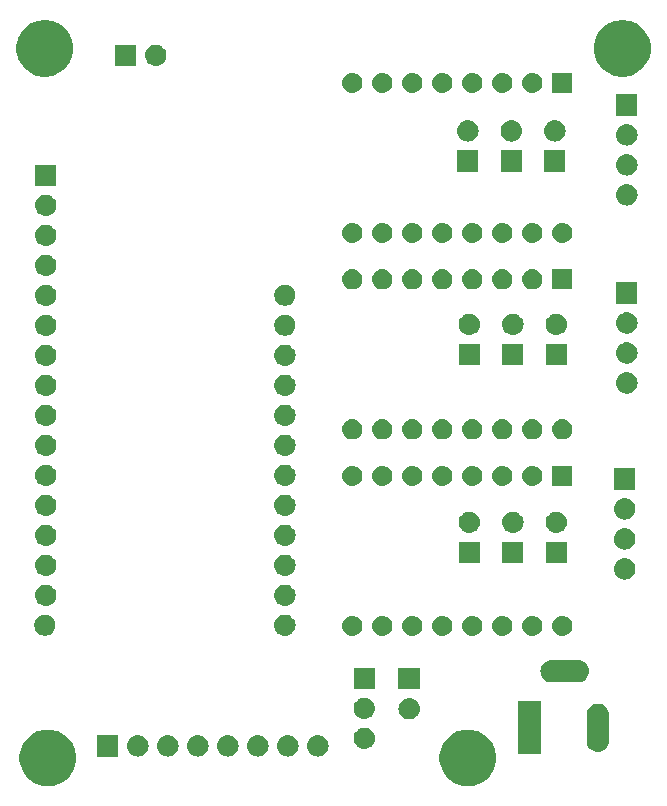
<source format=gbs>
G04 #@! TF.GenerationSoftware,KiCad,Pcbnew,(5.0.2)-1*
G04 #@! TF.CreationDate,2020-07-19T21:14:17-04:00*
G04 #@! TF.ProjectId,KiCad Schematic,4b694361-6420-4536-9368-656d61746963,rev?*
G04 #@! TF.SameCoordinates,Original*
G04 #@! TF.FileFunction,Soldermask,Bot*
G04 #@! TF.FilePolarity,Negative*
%FSLAX46Y46*%
G04 Gerber Fmt 4.6, Leading zero omitted, Abs format (unit mm)*
G04 Created by KiCad (PCBNEW (5.0.2)-1) date 7/19/2020 9:14:17 PM*
%MOMM*%
%LPD*%
G01*
G04 APERTURE LIST*
%ADD10C,0.100000*%
G04 APERTURE END LIST*
D10*
G36*
X53300412Y-133027135D02*
X53532346Y-133073269D01*
X53713338Y-133148239D01*
X53969299Y-133254261D01*
X54362551Y-133517024D01*
X54696976Y-133851449D01*
X54959739Y-134244701D01*
X55054263Y-134472903D01*
X55120164Y-134632000D01*
X55140731Y-134681655D01*
X55233000Y-135145521D01*
X55233000Y-135618479D01*
X55140731Y-136082345D01*
X54959739Y-136519299D01*
X54696976Y-136912551D01*
X54362551Y-137246976D01*
X53969299Y-137509739D01*
X53713338Y-137615761D01*
X53532346Y-137690731D01*
X53300412Y-137736866D01*
X53068479Y-137783000D01*
X52595521Y-137783000D01*
X52363588Y-137736866D01*
X52131654Y-137690731D01*
X51950662Y-137615761D01*
X51694701Y-137509739D01*
X51301449Y-137246976D01*
X50967024Y-136912551D01*
X50704261Y-136519299D01*
X50523269Y-136082345D01*
X50431000Y-135618479D01*
X50431000Y-135145521D01*
X50523269Y-134681655D01*
X50543837Y-134632000D01*
X50609737Y-134472903D01*
X50704261Y-134244701D01*
X50967024Y-133851449D01*
X51301449Y-133517024D01*
X51694701Y-133254261D01*
X51950662Y-133148239D01*
X52131654Y-133073269D01*
X52363588Y-133027135D01*
X52595521Y-132981000D01*
X53068479Y-132981000D01*
X53300412Y-133027135D01*
X53300412Y-133027135D01*
G37*
G36*
X17740412Y-133027135D02*
X17972346Y-133073269D01*
X18153338Y-133148239D01*
X18409299Y-133254261D01*
X18802551Y-133517024D01*
X19136976Y-133851449D01*
X19399739Y-134244701D01*
X19494263Y-134472903D01*
X19560164Y-134632000D01*
X19580731Y-134681655D01*
X19673000Y-135145521D01*
X19673000Y-135618479D01*
X19580731Y-136082345D01*
X19399739Y-136519299D01*
X19136976Y-136912551D01*
X18802551Y-137246976D01*
X18409299Y-137509739D01*
X18153338Y-137615761D01*
X17972346Y-137690731D01*
X17740412Y-137736866D01*
X17508479Y-137783000D01*
X17035521Y-137783000D01*
X16803588Y-137736866D01*
X16571654Y-137690731D01*
X16390662Y-137615761D01*
X16134701Y-137509739D01*
X15741449Y-137246976D01*
X15407024Y-136912551D01*
X15144261Y-136519299D01*
X14963269Y-136082345D01*
X14871000Y-135618479D01*
X14871000Y-135145521D01*
X14963269Y-134681655D01*
X14983837Y-134632000D01*
X15049737Y-134472903D01*
X15144261Y-134244701D01*
X15407024Y-133851449D01*
X15741449Y-133517024D01*
X16134701Y-133254261D01*
X16390662Y-133148239D01*
X16571654Y-133073269D01*
X16803588Y-133027135D01*
X17035521Y-132981000D01*
X17508479Y-132981000D01*
X17740412Y-133027135D01*
X17740412Y-133027135D01*
G37*
G36*
X35162442Y-133471518D02*
X35228627Y-133478037D01*
X35341853Y-133512384D01*
X35398467Y-133529557D01*
X35537087Y-133603652D01*
X35554991Y-133613222D01*
X35590729Y-133642552D01*
X35692186Y-133725814D01*
X35775448Y-133827271D01*
X35804778Y-133863009D01*
X35804779Y-133863011D01*
X35888443Y-134019533D01*
X35888443Y-134019534D01*
X35939963Y-134189373D01*
X35957359Y-134366000D01*
X35939963Y-134542627D01*
X35932435Y-134567443D01*
X35888443Y-134712467D01*
X35828367Y-134824859D01*
X35804778Y-134868991D01*
X35781298Y-134897601D01*
X35692186Y-135006186D01*
X35590729Y-135089448D01*
X35554991Y-135118778D01*
X35554989Y-135118779D01*
X35398467Y-135202443D01*
X35341853Y-135219616D01*
X35228627Y-135253963D01*
X35162443Y-135260481D01*
X35096260Y-135267000D01*
X35007740Y-135267000D01*
X34941557Y-135260481D01*
X34875373Y-135253963D01*
X34762147Y-135219616D01*
X34705533Y-135202443D01*
X34549011Y-135118779D01*
X34549009Y-135118778D01*
X34513271Y-135089448D01*
X34411814Y-135006186D01*
X34322702Y-134897601D01*
X34299222Y-134868991D01*
X34275633Y-134824859D01*
X34215557Y-134712467D01*
X34171565Y-134567443D01*
X34164037Y-134542627D01*
X34146641Y-134366000D01*
X34164037Y-134189373D01*
X34215557Y-134019534D01*
X34215557Y-134019533D01*
X34299221Y-133863011D01*
X34299222Y-133863009D01*
X34328552Y-133827271D01*
X34411814Y-133725814D01*
X34513271Y-133642552D01*
X34549009Y-133613222D01*
X34566913Y-133603652D01*
X34705533Y-133529557D01*
X34762147Y-133512384D01*
X34875373Y-133478037D01*
X34941558Y-133471518D01*
X35007740Y-133465000D01*
X35096260Y-133465000D01*
X35162442Y-133471518D01*
X35162442Y-133471518D01*
G37*
G36*
X23253000Y-135267000D02*
X21451000Y-135267000D01*
X21451000Y-133465000D01*
X23253000Y-133465000D01*
X23253000Y-135267000D01*
X23253000Y-135267000D01*
G37*
G36*
X25002442Y-133471518D02*
X25068627Y-133478037D01*
X25181853Y-133512384D01*
X25238467Y-133529557D01*
X25377087Y-133603652D01*
X25394991Y-133613222D01*
X25430729Y-133642552D01*
X25532186Y-133725814D01*
X25615448Y-133827271D01*
X25644778Y-133863009D01*
X25644779Y-133863011D01*
X25728443Y-134019533D01*
X25728443Y-134019534D01*
X25779963Y-134189373D01*
X25797359Y-134366000D01*
X25779963Y-134542627D01*
X25772435Y-134567443D01*
X25728443Y-134712467D01*
X25668367Y-134824859D01*
X25644778Y-134868991D01*
X25621298Y-134897601D01*
X25532186Y-135006186D01*
X25430729Y-135089448D01*
X25394991Y-135118778D01*
X25394989Y-135118779D01*
X25238467Y-135202443D01*
X25181853Y-135219616D01*
X25068627Y-135253963D01*
X25002443Y-135260481D01*
X24936260Y-135267000D01*
X24847740Y-135267000D01*
X24781557Y-135260481D01*
X24715373Y-135253963D01*
X24602147Y-135219616D01*
X24545533Y-135202443D01*
X24389011Y-135118779D01*
X24389009Y-135118778D01*
X24353271Y-135089448D01*
X24251814Y-135006186D01*
X24162702Y-134897601D01*
X24139222Y-134868991D01*
X24115633Y-134824859D01*
X24055557Y-134712467D01*
X24011565Y-134567443D01*
X24004037Y-134542627D01*
X23986641Y-134366000D01*
X24004037Y-134189373D01*
X24055557Y-134019534D01*
X24055557Y-134019533D01*
X24139221Y-133863011D01*
X24139222Y-133863009D01*
X24168552Y-133827271D01*
X24251814Y-133725814D01*
X24353271Y-133642552D01*
X24389009Y-133613222D01*
X24406913Y-133603652D01*
X24545533Y-133529557D01*
X24602147Y-133512384D01*
X24715373Y-133478037D01*
X24781558Y-133471518D01*
X24847740Y-133465000D01*
X24936260Y-133465000D01*
X25002442Y-133471518D01*
X25002442Y-133471518D01*
G37*
G36*
X27542442Y-133471518D02*
X27608627Y-133478037D01*
X27721853Y-133512384D01*
X27778467Y-133529557D01*
X27917087Y-133603652D01*
X27934991Y-133613222D01*
X27970729Y-133642552D01*
X28072186Y-133725814D01*
X28155448Y-133827271D01*
X28184778Y-133863009D01*
X28184779Y-133863011D01*
X28268443Y-134019533D01*
X28268443Y-134019534D01*
X28319963Y-134189373D01*
X28337359Y-134366000D01*
X28319963Y-134542627D01*
X28312435Y-134567443D01*
X28268443Y-134712467D01*
X28208367Y-134824859D01*
X28184778Y-134868991D01*
X28161298Y-134897601D01*
X28072186Y-135006186D01*
X27970729Y-135089448D01*
X27934991Y-135118778D01*
X27934989Y-135118779D01*
X27778467Y-135202443D01*
X27721853Y-135219616D01*
X27608627Y-135253963D01*
X27542443Y-135260481D01*
X27476260Y-135267000D01*
X27387740Y-135267000D01*
X27321557Y-135260481D01*
X27255373Y-135253963D01*
X27142147Y-135219616D01*
X27085533Y-135202443D01*
X26929011Y-135118779D01*
X26929009Y-135118778D01*
X26893271Y-135089448D01*
X26791814Y-135006186D01*
X26702702Y-134897601D01*
X26679222Y-134868991D01*
X26655633Y-134824859D01*
X26595557Y-134712467D01*
X26551565Y-134567443D01*
X26544037Y-134542627D01*
X26526641Y-134366000D01*
X26544037Y-134189373D01*
X26595557Y-134019534D01*
X26595557Y-134019533D01*
X26679221Y-133863011D01*
X26679222Y-133863009D01*
X26708552Y-133827271D01*
X26791814Y-133725814D01*
X26893271Y-133642552D01*
X26929009Y-133613222D01*
X26946913Y-133603652D01*
X27085533Y-133529557D01*
X27142147Y-133512384D01*
X27255373Y-133478037D01*
X27321558Y-133471518D01*
X27387740Y-133465000D01*
X27476260Y-133465000D01*
X27542442Y-133471518D01*
X27542442Y-133471518D01*
G37*
G36*
X30082442Y-133471518D02*
X30148627Y-133478037D01*
X30261853Y-133512384D01*
X30318467Y-133529557D01*
X30457087Y-133603652D01*
X30474991Y-133613222D01*
X30510729Y-133642552D01*
X30612186Y-133725814D01*
X30695448Y-133827271D01*
X30724778Y-133863009D01*
X30724779Y-133863011D01*
X30808443Y-134019533D01*
X30808443Y-134019534D01*
X30859963Y-134189373D01*
X30877359Y-134366000D01*
X30859963Y-134542627D01*
X30852435Y-134567443D01*
X30808443Y-134712467D01*
X30748367Y-134824859D01*
X30724778Y-134868991D01*
X30701298Y-134897601D01*
X30612186Y-135006186D01*
X30510729Y-135089448D01*
X30474991Y-135118778D01*
X30474989Y-135118779D01*
X30318467Y-135202443D01*
X30261853Y-135219616D01*
X30148627Y-135253963D01*
X30082443Y-135260481D01*
X30016260Y-135267000D01*
X29927740Y-135267000D01*
X29861557Y-135260481D01*
X29795373Y-135253963D01*
X29682147Y-135219616D01*
X29625533Y-135202443D01*
X29469011Y-135118779D01*
X29469009Y-135118778D01*
X29433271Y-135089448D01*
X29331814Y-135006186D01*
X29242702Y-134897601D01*
X29219222Y-134868991D01*
X29195633Y-134824859D01*
X29135557Y-134712467D01*
X29091565Y-134567443D01*
X29084037Y-134542627D01*
X29066641Y-134366000D01*
X29084037Y-134189373D01*
X29135557Y-134019534D01*
X29135557Y-134019533D01*
X29219221Y-133863011D01*
X29219222Y-133863009D01*
X29248552Y-133827271D01*
X29331814Y-133725814D01*
X29433271Y-133642552D01*
X29469009Y-133613222D01*
X29486913Y-133603652D01*
X29625533Y-133529557D01*
X29682147Y-133512384D01*
X29795373Y-133478037D01*
X29861558Y-133471518D01*
X29927740Y-133465000D01*
X30016260Y-133465000D01*
X30082442Y-133471518D01*
X30082442Y-133471518D01*
G37*
G36*
X37702442Y-133471518D02*
X37768627Y-133478037D01*
X37881853Y-133512384D01*
X37938467Y-133529557D01*
X38077087Y-133603652D01*
X38094991Y-133613222D01*
X38130729Y-133642552D01*
X38232186Y-133725814D01*
X38315448Y-133827271D01*
X38344778Y-133863009D01*
X38344779Y-133863011D01*
X38428443Y-134019533D01*
X38428443Y-134019534D01*
X38479963Y-134189373D01*
X38497359Y-134366000D01*
X38479963Y-134542627D01*
X38472435Y-134567443D01*
X38428443Y-134712467D01*
X38368367Y-134824859D01*
X38344778Y-134868991D01*
X38321298Y-134897601D01*
X38232186Y-135006186D01*
X38130729Y-135089448D01*
X38094991Y-135118778D01*
X38094989Y-135118779D01*
X37938467Y-135202443D01*
X37881853Y-135219616D01*
X37768627Y-135253963D01*
X37702443Y-135260481D01*
X37636260Y-135267000D01*
X37547740Y-135267000D01*
X37481557Y-135260481D01*
X37415373Y-135253963D01*
X37302147Y-135219616D01*
X37245533Y-135202443D01*
X37089011Y-135118779D01*
X37089009Y-135118778D01*
X37053271Y-135089448D01*
X36951814Y-135006186D01*
X36862702Y-134897601D01*
X36839222Y-134868991D01*
X36815633Y-134824859D01*
X36755557Y-134712467D01*
X36711565Y-134567443D01*
X36704037Y-134542627D01*
X36686641Y-134366000D01*
X36704037Y-134189373D01*
X36755557Y-134019534D01*
X36755557Y-134019533D01*
X36839221Y-133863011D01*
X36839222Y-133863009D01*
X36868552Y-133827271D01*
X36951814Y-133725814D01*
X37053271Y-133642552D01*
X37089009Y-133613222D01*
X37106913Y-133603652D01*
X37245533Y-133529557D01*
X37302147Y-133512384D01*
X37415373Y-133478037D01*
X37481558Y-133471518D01*
X37547740Y-133465000D01*
X37636260Y-133465000D01*
X37702442Y-133471518D01*
X37702442Y-133471518D01*
G37*
G36*
X40242442Y-133471518D02*
X40308627Y-133478037D01*
X40421853Y-133512384D01*
X40478467Y-133529557D01*
X40617087Y-133603652D01*
X40634991Y-133613222D01*
X40670729Y-133642552D01*
X40772186Y-133725814D01*
X40855448Y-133827271D01*
X40884778Y-133863009D01*
X40884779Y-133863011D01*
X40968443Y-134019533D01*
X40968443Y-134019534D01*
X41019963Y-134189373D01*
X41037359Y-134366000D01*
X41019963Y-134542627D01*
X41012435Y-134567443D01*
X40968443Y-134712467D01*
X40908367Y-134824859D01*
X40884778Y-134868991D01*
X40861298Y-134897601D01*
X40772186Y-135006186D01*
X40670729Y-135089448D01*
X40634991Y-135118778D01*
X40634989Y-135118779D01*
X40478467Y-135202443D01*
X40421853Y-135219616D01*
X40308627Y-135253963D01*
X40242443Y-135260481D01*
X40176260Y-135267000D01*
X40087740Y-135267000D01*
X40021557Y-135260481D01*
X39955373Y-135253963D01*
X39842147Y-135219616D01*
X39785533Y-135202443D01*
X39629011Y-135118779D01*
X39629009Y-135118778D01*
X39593271Y-135089448D01*
X39491814Y-135006186D01*
X39402702Y-134897601D01*
X39379222Y-134868991D01*
X39355633Y-134824859D01*
X39295557Y-134712467D01*
X39251565Y-134567443D01*
X39244037Y-134542627D01*
X39226641Y-134366000D01*
X39244037Y-134189373D01*
X39295557Y-134019534D01*
X39295557Y-134019533D01*
X39379221Y-133863011D01*
X39379222Y-133863009D01*
X39408552Y-133827271D01*
X39491814Y-133725814D01*
X39593271Y-133642552D01*
X39629009Y-133613222D01*
X39646913Y-133603652D01*
X39785533Y-133529557D01*
X39842147Y-133512384D01*
X39955373Y-133478037D01*
X40021558Y-133471518D01*
X40087740Y-133465000D01*
X40176260Y-133465000D01*
X40242442Y-133471518D01*
X40242442Y-133471518D01*
G37*
G36*
X32622442Y-133471518D02*
X32688627Y-133478037D01*
X32801853Y-133512384D01*
X32858467Y-133529557D01*
X32997087Y-133603652D01*
X33014991Y-133613222D01*
X33050729Y-133642552D01*
X33152186Y-133725814D01*
X33235448Y-133827271D01*
X33264778Y-133863009D01*
X33264779Y-133863011D01*
X33348443Y-134019533D01*
X33348443Y-134019534D01*
X33399963Y-134189373D01*
X33417359Y-134366000D01*
X33399963Y-134542627D01*
X33392435Y-134567443D01*
X33348443Y-134712467D01*
X33288367Y-134824859D01*
X33264778Y-134868991D01*
X33241298Y-134897601D01*
X33152186Y-135006186D01*
X33050729Y-135089448D01*
X33014991Y-135118778D01*
X33014989Y-135118779D01*
X32858467Y-135202443D01*
X32801853Y-135219616D01*
X32688627Y-135253963D01*
X32622443Y-135260481D01*
X32556260Y-135267000D01*
X32467740Y-135267000D01*
X32401557Y-135260481D01*
X32335373Y-135253963D01*
X32222147Y-135219616D01*
X32165533Y-135202443D01*
X32009011Y-135118779D01*
X32009009Y-135118778D01*
X31973271Y-135089448D01*
X31871814Y-135006186D01*
X31782702Y-134897601D01*
X31759222Y-134868991D01*
X31735633Y-134824859D01*
X31675557Y-134712467D01*
X31631565Y-134567443D01*
X31624037Y-134542627D01*
X31606641Y-134366000D01*
X31624037Y-134189373D01*
X31675557Y-134019534D01*
X31675557Y-134019533D01*
X31759221Y-133863011D01*
X31759222Y-133863009D01*
X31788552Y-133827271D01*
X31871814Y-133725814D01*
X31973271Y-133642552D01*
X32009009Y-133613222D01*
X32026913Y-133603652D01*
X32165533Y-133529557D01*
X32222147Y-133512384D01*
X32335373Y-133478037D01*
X32401558Y-133471518D01*
X32467740Y-133465000D01*
X32556260Y-133465000D01*
X32622442Y-133471518D01*
X32622442Y-133471518D01*
G37*
G36*
X58990000Y-135093000D02*
X57088000Y-135093000D01*
X57088000Y-130591000D01*
X58990000Y-130591000D01*
X58990000Y-135093000D01*
X58990000Y-135093000D01*
G37*
G36*
X64025424Y-130804760D02*
X64025427Y-130804761D01*
X64025428Y-130804761D01*
X64204692Y-130859140D01*
X64204694Y-130859141D01*
X64204697Y-130859142D01*
X64369904Y-130947446D01*
X64514712Y-131066288D01*
X64633552Y-131211095D01*
X64633553Y-131211097D01*
X64721860Y-131376307D01*
X64730720Y-131405516D01*
X64776240Y-131555575D01*
X64790000Y-131695282D01*
X64790000Y-133988718D01*
X64776240Y-134128425D01*
X64776239Y-134128428D01*
X64776239Y-134128429D01*
X64740969Y-134244700D01*
X64721859Y-134307695D01*
X64633552Y-134472905D01*
X64514712Y-134617712D01*
X64369905Y-134736552D01*
X64369903Y-134736553D01*
X64204693Y-134824860D01*
X64025429Y-134879239D01*
X64025428Y-134879239D01*
X64025425Y-134879240D01*
X63839000Y-134897601D01*
X63652576Y-134879240D01*
X63652573Y-134879239D01*
X63652572Y-134879239D01*
X63473308Y-134824860D01*
X63308098Y-134736553D01*
X63308096Y-134736552D01*
X63163289Y-134617712D01*
X63044449Y-134472905D01*
X62956142Y-134307695D01*
X62937033Y-134244700D01*
X62901762Y-134128429D01*
X62901762Y-134128428D01*
X62901761Y-134128425D01*
X62888001Y-133988718D01*
X62888000Y-131695283D01*
X62901760Y-131555576D01*
X62901761Y-131555572D01*
X62956140Y-131376308D01*
X62956141Y-131376306D01*
X62956142Y-131376303D01*
X63044446Y-131211096D01*
X63163288Y-131066288D01*
X63308095Y-130947448D01*
X63473305Y-130859141D01*
X63473307Y-130859140D01*
X63652571Y-130804761D01*
X63652572Y-130804761D01*
X63652575Y-130804760D01*
X63839000Y-130786399D01*
X64025424Y-130804760D01*
X64025424Y-130804760D01*
G37*
G36*
X44179443Y-132836519D02*
X44245627Y-132843037D01*
X44358853Y-132877384D01*
X44415467Y-132894557D01*
X44554087Y-132968652D01*
X44571991Y-132978222D01*
X44607729Y-133007552D01*
X44709186Y-133090814D01*
X44792448Y-133192271D01*
X44821778Y-133228009D01*
X44821779Y-133228011D01*
X44905443Y-133384533D01*
X44905443Y-133384534D01*
X44956963Y-133554373D01*
X44974359Y-133731000D01*
X44956963Y-133907627D01*
X44932364Y-133988718D01*
X44905443Y-134077467D01*
X44845627Y-134189373D01*
X44821778Y-134233991D01*
X44812989Y-134244700D01*
X44709186Y-134371186D01*
X44607729Y-134454448D01*
X44571991Y-134483778D01*
X44571989Y-134483779D01*
X44415467Y-134567443D01*
X44358853Y-134584616D01*
X44245627Y-134618963D01*
X44179442Y-134625482D01*
X44113260Y-134632000D01*
X44024740Y-134632000D01*
X43958558Y-134625482D01*
X43892373Y-134618963D01*
X43779147Y-134584616D01*
X43722533Y-134567443D01*
X43566011Y-134483779D01*
X43566009Y-134483778D01*
X43530271Y-134454448D01*
X43428814Y-134371186D01*
X43325011Y-134244700D01*
X43316222Y-134233991D01*
X43292373Y-134189373D01*
X43232557Y-134077467D01*
X43205636Y-133988718D01*
X43181037Y-133907627D01*
X43163641Y-133731000D01*
X43181037Y-133554373D01*
X43232557Y-133384534D01*
X43232557Y-133384533D01*
X43316221Y-133228011D01*
X43316222Y-133228009D01*
X43345552Y-133192271D01*
X43428814Y-133090814D01*
X43530271Y-133007552D01*
X43566009Y-132978222D01*
X43583913Y-132968652D01*
X43722533Y-132894557D01*
X43779147Y-132877384D01*
X43892373Y-132843037D01*
X43958557Y-132836519D01*
X44024740Y-132830000D01*
X44113260Y-132830000D01*
X44179443Y-132836519D01*
X44179443Y-132836519D01*
G37*
G36*
X47971731Y-130334408D02*
X48037915Y-130340926D01*
X48151141Y-130375273D01*
X48207755Y-130392446D01*
X48346375Y-130466541D01*
X48364279Y-130476111D01*
X48400017Y-130505441D01*
X48501474Y-130588703D01*
X48582971Y-130688009D01*
X48614066Y-130725898D01*
X48614067Y-130725900D01*
X48697731Y-130882422D01*
X48697731Y-130882423D01*
X48749251Y-131052262D01*
X48766647Y-131228889D01*
X48749251Y-131405516D01*
X48714904Y-131518742D01*
X48697731Y-131575356D01*
X48634319Y-131693989D01*
X48614066Y-131731880D01*
X48584736Y-131767618D01*
X48501474Y-131869075D01*
X48400017Y-131952337D01*
X48364279Y-131981667D01*
X48364277Y-131981668D01*
X48207755Y-132065332D01*
X48162819Y-132078963D01*
X48037915Y-132116852D01*
X47971730Y-132123371D01*
X47905548Y-132129889D01*
X47817028Y-132129889D01*
X47750846Y-132123371D01*
X47684661Y-132116852D01*
X47559757Y-132078963D01*
X47514821Y-132065332D01*
X47358299Y-131981668D01*
X47358297Y-131981667D01*
X47322559Y-131952337D01*
X47221102Y-131869075D01*
X47137840Y-131767618D01*
X47108510Y-131731880D01*
X47088257Y-131693989D01*
X47024845Y-131575356D01*
X47007672Y-131518742D01*
X46973325Y-131405516D01*
X46955929Y-131228889D01*
X46973325Y-131052262D01*
X47024845Y-130882423D01*
X47024845Y-130882422D01*
X47108509Y-130725900D01*
X47108510Y-130725898D01*
X47139605Y-130688009D01*
X47221102Y-130588703D01*
X47322559Y-130505441D01*
X47358297Y-130476111D01*
X47376201Y-130466541D01*
X47514821Y-130392446D01*
X47571435Y-130375273D01*
X47684661Y-130340926D01*
X47750845Y-130334408D01*
X47817028Y-130327889D01*
X47905548Y-130327889D01*
X47971731Y-130334408D01*
X47971731Y-130334408D01*
G37*
G36*
X44179443Y-130296519D02*
X44245627Y-130303037D01*
X44327553Y-130327889D01*
X44415467Y-130354557D01*
X44486351Y-130392446D01*
X44571991Y-130438222D01*
X44607729Y-130467552D01*
X44709186Y-130550814D01*
X44792448Y-130652271D01*
X44821778Y-130688009D01*
X44821779Y-130688011D01*
X44905443Y-130844533D01*
X44922616Y-130901147D01*
X44956963Y-131014373D01*
X44974359Y-131191000D01*
X44956963Y-131367627D01*
X44922616Y-131480853D01*
X44905443Y-131537467D01*
X44831348Y-131676087D01*
X44821778Y-131693991D01*
X44820715Y-131695286D01*
X44709186Y-131831186D01*
X44607729Y-131914448D01*
X44571991Y-131943778D01*
X44571989Y-131943779D01*
X44415467Y-132027443D01*
X44358853Y-132044616D01*
X44245627Y-132078963D01*
X44179443Y-132085481D01*
X44113260Y-132092000D01*
X44024740Y-132092000D01*
X43958557Y-132085481D01*
X43892373Y-132078963D01*
X43779147Y-132044616D01*
X43722533Y-132027443D01*
X43566011Y-131943779D01*
X43566009Y-131943778D01*
X43530271Y-131914448D01*
X43428814Y-131831186D01*
X43317285Y-131695286D01*
X43316222Y-131693991D01*
X43306652Y-131676087D01*
X43232557Y-131537467D01*
X43215384Y-131480853D01*
X43181037Y-131367627D01*
X43163641Y-131191000D01*
X43181037Y-131014373D01*
X43215384Y-130901147D01*
X43232557Y-130844533D01*
X43316221Y-130688011D01*
X43316222Y-130688009D01*
X43345552Y-130652271D01*
X43428814Y-130550814D01*
X43530271Y-130467552D01*
X43566009Y-130438222D01*
X43651649Y-130392446D01*
X43722533Y-130354557D01*
X43810447Y-130327889D01*
X43892373Y-130303037D01*
X43958557Y-130296519D01*
X44024740Y-130290000D01*
X44113260Y-130290000D01*
X44179443Y-130296519D01*
X44179443Y-130296519D01*
G37*
G36*
X48762288Y-129589889D02*
X46960288Y-129589889D01*
X46960288Y-127787889D01*
X48762288Y-127787889D01*
X48762288Y-129589889D01*
X48762288Y-129589889D01*
G37*
G36*
X44970000Y-129552000D02*
X43168000Y-129552000D01*
X43168000Y-127750000D01*
X44970000Y-127750000D01*
X44970000Y-129552000D01*
X44970000Y-129552000D01*
G37*
G36*
X62325425Y-127104760D02*
X62325428Y-127104761D01*
X62325429Y-127104761D01*
X62504693Y-127159140D01*
X62504695Y-127159141D01*
X62669905Y-127247448D01*
X62814712Y-127366288D01*
X62933552Y-127511095D01*
X63021859Y-127676305D01*
X63076240Y-127855575D01*
X63094601Y-128042000D01*
X63076240Y-128228425D01*
X63021859Y-128407695D01*
X62933552Y-128572905D01*
X62814712Y-128717712D01*
X62669905Y-128836552D01*
X62669903Y-128836553D01*
X62504693Y-128924860D01*
X62325429Y-128979239D01*
X62325428Y-128979239D01*
X62325425Y-128979240D01*
X62185718Y-128993000D01*
X59892282Y-128993000D01*
X59752575Y-128979240D01*
X59752572Y-128979239D01*
X59752571Y-128979239D01*
X59573307Y-128924860D01*
X59408097Y-128836553D01*
X59408095Y-128836552D01*
X59263288Y-128717712D01*
X59144448Y-128572905D01*
X59056141Y-128407695D01*
X59001760Y-128228425D01*
X58983399Y-128042000D01*
X59001760Y-127855575D01*
X59056141Y-127676305D01*
X59144448Y-127511095D01*
X59263288Y-127366288D01*
X59408095Y-127247448D01*
X59573305Y-127159141D01*
X59573307Y-127159140D01*
X59752571Y-127104761D01*
X59752572Y-127104761D01*
X59752575Y-127104760D01*
X59892282Y-127091000D01*
X62185718Y-127091000D01*
X62325425Y-127104760D01*
X62325425Y-127104760D01*
G37*
G36*
X60999821Y-123367313D02*
X60999824Y-123367314D01*
X60999825Y-123367314D01*
X61160239Y-123415975D01*
X61160241Y-123415976D01*
X61160244Y-123415977D01*
X61308078Y-123494995D01*
X61437659Y-123601341D01*
X61544005Y-123730922D01*
X61623023Y-123878756D01*
X61671687Y-124039179D01*
X61688117Y-124206000D01*
X61671687Y-124372821D01*
X61623023Y-124533244D01*
X61544005Y-124681078D01*
X61437659Y-124810659D01*
X61308078Y-124917005D01*
X61160244Y-124996023D01*
X61160241Y-124996024D01*
X61160239Y-124996025D01*
X60999825Y-125044686D01*
X60999824Y-125044686D01*
X60999821Y-125044687D01*
X60874804Y-125057000D01*
X60791196Y-125057000D01*
X60666179Y-125044687D01*
X60666176Y-125044686D01*
X60666175Y-125044686D01*
X60505761Y-124996025D01*
X60505759Y-124996024D01*
X60505756Y-124996023D01*
X60357922Y-124917005D01*
X60228341Y-124810659D01*
X60121995Y-124681078D01*
X60042977Y-124533244D01*
X59994313Y-124372821D01*
X59977883Y-124206000D01*
X59994313Y-124039179D01*
X60042977Y-123878756D01*
X60121995Y-123730922D01*
X60228341Y-123601341D01*
X60357922Y-123494995D01*
X60505756Y-123415977D01*
X60505759Y-123415976D01*
X60505761Y-123415975D01*
X60666175Y-123367314D01*
X60666176Y-123367314D01*
X60666179Y-123367313D01*
X60791196Y-123355000D01*
X60874804Y-123355000D01*
X60999821Y-123367313D01*
X60999821Y-123367313D01*
G37*
G36*
X58459821Y-123367313D02*
X58459824Y-123367314D01*
X58459825Y-123367314D01*
X58620239Y-123415975D01*
X58620241Y-123415976D01*
X58620244Y-123415977D01*
X58768078Y-123494995D01*
X58897659Y-123601341D01*
X59004005Y-123730922D01*
X59083023Y-123878756D01*
X59131687Y-124039179D01*
X59148117Y-124206000D01*
X59131687Y-124372821D01*
X59083023Y-124533244D01*
X59004005Y-124681078D01*
X58897659Y-124810659D01*
X58768078Y-124917005D01*
X58620244Y-124996023D01*
X58620241Y-124996024D01*
X58620239Y-124996025D01*
X58459825Y-125044686D01*
X58459824Y-125044686D01*
X58459821Y-125044687D01*
X58334804Y-125057000D01*
X58251196Y-125057000D01*
X58126179Y-125044687D01*
X58126176Y-125044686D01*
X58126175Y-125044686D01*
X57965761Y-124996025D01*
X57965759Y-124996024D01*
X57965756Y-124996023D01*
X57817922Y-124917005D01*
X57688341Y-124810659D01*
X57581995Y-124681078D01*
X57502977Y-124533244D01*
X57454313Y-124372821D01*
X57437883Y-124206000D01*
X57454313Y-124039179D01*
X57502977Y-123878756D01*
X57581995Y-123730922D01*
X57688341Y-123601341D01*
X57817922Y-123494995D01*
X57965756Y-123415977D01*
X57965759Y-123415976D01*
X57965761Y-123415975D01*
X58126175Y-123367314D01*
X58126176Y-123367314D01*
X58126179Y-123367313D01*
X58251196Y-123355000D01*
X58334804Y-123355000D01*
X58459821Y-123367313D01*
X58459821Y-123367313D01*
G37*
G36*
X55919821Y-123367313D02*
X55919824Y-123367314D01*
X55919825Y-123367314D01*
X56080239Y-123415975D01*
X56080241Y-123415976D01*
X56080244Y-123415977D01*
X56228078Y-123494995D01*
X56357659Y-123601341D01*
X56464005Y-123730922D01*
X56543023Y-123878756D01*
X56591687Y-124039179D01*
X56608117Y-124206000D01*
X56591687Y-124372821D01*
X56543023Y-124533244D01*
X56464005Y-124681078D01*
X56357659Y-124810659D01*
X56228078Y-124917005D01*
X56080244Y-124996023D01*
X56080241Y-124996024D01*
X56080239Y-124996025D01*
X55919825Y-125044686D01*
X55919824Y-125044686D01*
X55919821Y-125044687D01*
X55794804Y-125057000D01*
X55711196Y-125057000D01*
X55586179Y-125044687D01*
X55586176Y-125044686D01*
X55586175Y-125044686D01*
X55425761Y-124996025D01*
X55425759Y-124996024D01*
X55425756Y-124996023D01*
X55277922Y-124917005D01*
X55148341Y-124810659D01*
X55041995Y-124681078D01*
X54962977Y-124533244D01*
X54914313Y-124372821D01*
X54897883Y-124206000D01*
X54914313Y-124039179D01*
X54962977Y-123878756D01*
X55041995Y-123730922D01*
X55148341Y-123601341D01*
X55277922Y-123494995D01*
X55425756Y-123415977D01*
X55425759Y-123415976D01*
X55425761Y-123415975D01*
X55586175Y-123367314D01*
X55586176Y-123367314D01*
X55586179Y-123367313D01*
X55711196Y-123355000D01*
X55794804Y-123355000D01*
X55919821Y-123367313D01*
X55919821Y-123367313D01*
G37*
G36*
X53379821Y-123367313D02*
X53379824Y-123367314D01*
X53379825Y-123367314D01*
X53540239Y-123415975D01*
X53540241Y-123415976D01*
X53540244Y-123415977D01*
X53688078Y-123494995D01*
X53817659Y-123601341D01*
X53924005Y-123730922D01*
X54003023Y-123878756D01*
X54051687Y-124039179D01*
X54068117Y-124206000D01*
X54051687Y-124372821D01*
X54003023Y-124533244D01*
X53924005Y-124681078D01*
X53817659Y-124810659D01*
X53688078Y-124917005D01*
X53540244Y-124996023D01*
X53540241Y-124996024D01*
X53540239Y-124996025D01*
X53379825Y-125044686D01*
X53379824Y-125044686D01*
X53379821Y-125044687D01*
X53254804Y-125057000D01*
X53171196Y-125057000D01*
X53046179Y-125044687D01*
X53046176Y-125044686D01*
X53046175Y-125044686D01*
X52885761Y-124996025D01*
X52885759Y-124996024D01*
X52885756Y-124996023D01*
X52737922Y-124917005D01*
X52608341Y-124810659D01*
X52501995Y-124681078D01*
X52422977Y-124533244D01*
X52374313Y-124372821D01*
X52357883Y-124206000D01*
X52374313Y-124039179D01*
X52422977Y-123878756D01*
X52501995Y-123730922D01*
X52608341Y-123601341D01*
X52737922Y-123494995D01*
X52885756Y-123415977D01*
X52885759Y-123415976D01*
X52885761Y-123415975D01*
X53046175Y-123367314D01*
X53046176Y-123367314D01*
X53046179Y-123367313D01*
X53171196Y-123355000D01*
X53254804Y-123355000D01*
X53379821Y-123367313D01*
X53379821Y-123367313D01*
G37*
G36*
X50839821Y-123367313D02*
X50839824Y-123367314D01*
X50839825Y-123367314D01*
X51000239Y-123415975D01*
X51000241Y-123415976D01*
X51000244Y-123415977D01*
X51148078Y-123494995D01*
X51277659Y-123601341D01*
X51384005Y-123730922D01*
X51463023Y-123878756D01*
X51511687Y-124039179D01*
X51528117Y-124206000D01*
X51511687Y-124372821D01*
X51463023Y-124533244D01*
X51384005Y-124681078D01*
X51277659Y-124810659D01*
X51148078Y-124917005D01*
X51000244Y-124996023D01*
X51000241Y-124996024D01*
X51000239Y-124996025D01*
X50839825Y-125044686D01*
X50839824Y-125044686D01*
X50839821Y-125044687D01*
X50714804Y-125057000D01*
X50631196Y-125057000D01*
X50506179Y-125044687D01*
X50506176Y-125044686D01*
X50506175Y-125044686D01*
X50345761Y-124996025D01*
X50345759Y-124996024D01*
X50345756Y-124996023D01*
X50197922Y-124917005D01*
X50068341Y-124810659D01*
X49961995Y-124681078D01*
X49882977Y-124533244D01*
X49834313Y-124372821D01*
X49817883Y-124206000D01*
X49834313Y-124039179D01*
X49882977Y-123878756D01*
X49961995Y-123730922D01*
X50068341Y-123601341D01*
X50197922Y-123494995D01*
X50345756Y-123415977D01*
X50345759Y-123415976D01*
X50345761Y-123415975D01*
X50506175Y-123367314D01*
X50506176Y-123367314D01*
X50506179Y-123367313D01*
X50631196Y-123355000D01*
X50714804Y-123355000D01*
X50839821Y-123367313D01*
X50839821Y-123367313D01*
G37*
G36*
X48299821Y-123367313D02*
X48299824Y-123367314D01*
X48299825Y-123367314D01*
X48460239Y-123415975D01*
X48460241Y-123415976D01*
X48460244Y-123415977D01*
X48608078Y-123494995D01*
X48737659Y-123601341D01*
X48844005Y-123730922D01*
X48923023Y-123878756D01*
X48971687Y-124039179D01*
X48988117Y-124206000D01*
X48971687Y-124372821D01*
X48923023Y-124533244D01*
X48844005Y-124681078D01*
X48737659Y-124810659D01*
X48608078Y-124917005D01*
X48460244Y-124996023D01*
X48460241Y-124996024D01*
X48460239Y-124996025D01*
X48299825Y-125044686D01*
X48299824Y-125044686D01*
X48299821Y-125044687D01*
X48174804Y-125057000D01*
X48091196Y-125057000D01*
X47966179Y-125044687D01*
X47966176Y-125044686D01*
X47966175Y-125044686D01*
X47805761Y-124996025D01*
X47805759Y-124996024D01*
X47805756Y-124996023D01*
X47657922Y-124917005D01*
X47528341Y-124810659D01*
X47421995Y-124681078D01*
X47342977Y-124533244D01*
X47294313Y-124372821D01*
X47277883Y-124206000D01*
X47294313Y-124039179D01*
X47342977Y-123878756D01*
X47421995Y-123730922D01*
X47528341Y-123601341D01*
X47657922Y-123494995D01*
X47805756Y-123415977D01*
X47805759Y-123415976D01*
X47805761Y-123415975D01*
X47966175Y-123367314D01*
X47966176Y-123367314D01*
X47966179Y-123367313D01*
X48091196Y-123355000D01*
X48174804Y-123355000D01*
X48299821Y-123367313D01*
X48299821Y-123367313D01*
G37*
G36*
X43219821Y-123367313D02*
X43219824Y-123367314D01*
X43219825Y-123367314D01*
X43380239Y-123415975D01*
X43380241Y-123415976D01*
X43380244Y-123415977D01*
X43528078Y-123494995D01*
X43657659Y-123601341D01*
X43764005Y-123730922D01*
X43843023Y-123878756D01*
X43891687Y-124039179D01*
X43908117Y-124206000D01*
X43891687Y-124372821D01*
X43843023Y-124533244D01*
X43764005Y-124681078D01*
X43657659Y-124810659D01*
X43528078Y-124917005D01*
X43380244Y-124996023D01*
X43380241Y-124996024D01*
X43380239Y-124996025D01*
X43219825Y-125044686D01*
X43219824Y-125044686D01*
X43219821Y-125044687D01*
X43094804Y-125057000D01*
X43011196Y-125057000D01*
X42886179Y-125044687D01*
X42886176Y-125044686D01*
X42886175Y-125044686D01*
X42725761Y-124996025D01*
X42725759Y-124996024D01*
X42725756Y-124996023D01*
X42577922Y-124917005D01*
X42448341Y-124810659D01*
X42341995Y-124681078D01*
X42262977Y-124533244D01*
X42214313Y-124372821D01*
X42197883Y-124206000D01*
X42214313Y-124039179D01*
X42262977Y-123878756D01*
X42341995Y-123730922D01*
X42448341Y-123601341D01*
X42577922Y-123494995D01*
X42725756Y-123415977D01*
X42725759Y-123415976D01*
X42725761Y-123415975D01*
X42886175Y-123367314D01*
X42886176Y-123367314D01*
X42886179Y-123367313D01*
X43011196Y-123355000D01*
X43094804Y-123355000D01*
X43219821Y-123367313D01*
X43219821Y-123367313D01*
G37*
G36*
X45759821Y-123367313D02*
X45759824Y-123367314D01*
X45759825Y-123367314D01*
X45920239Y-123415975D01*
X45920241Y-123415976D01*
X45920244Y-123415977D01*
X46068078Y-123494995D01*
X46197659Y-123601341D01*
X46304005Y-123730922D01*
X46383023Y-123878756D01*
X46431687Y-124039179D01*
X46448117Y-124206000D01*
X46431687Y-124372821D01*
X46383023Y-124533244D01*
X46304005Y-124681078D01*
X46197659Y-124810659D01*
X46068078Y-124917005D01*
X45920244Y-124996023D01*
X45920241Y-124996024D01*
X45920239Y-124996025D01*
X45759825Y-125044686D01*
X45759824Y-125044686D01*
X45759821Y-125044687D01*
X45634804Y-125057000D01*
X45551196Y-125057000D01*
X45426179Y-125044687D01*
X45426176Y-125044686D01*
X45426175Y-125044686D01*
X45265761Y-124996025D01*
X45265759Y-124996024D01*
X45265756Y-124996023D01*
X45117922Y-124917005D01*
X44988341Y-124810659D01*
X44881995Y-124681078D01*
X44802977Y-124533244D01*
X44754313Y-124372821D01*
X44737883Y-124206000D01*
X44754313Y-124039179D01*
X44802977Y-123878756D01*
X44881995Y-123730922D01*
X44988341Y-123601341D01*
X45117922Y-123494995D01*
X45265756Y-123415977D01*
X45265759Y-123415976D01*
X45265761Y-123415975D01*
X45426175Y-123367314D01*
X45426176Y-123367314D01*
X45426179Y-123367313D01*
X45551196Y-123355000D01*
X45634804Y-123355000D01*
X45759821Y-123367313D01*
X45759821Y-123367313D01*
G37*
G36*
X17280812Y-123287625D02*
X17444784Y-123355545D01*
X17592354Y-123454148D01*
X17717853Y-123579647D01*
X17816456Y-123727217D01*
X17884376Y-123891189D01*
X17919000Y-124065260D01*
X17919000Y-124242742D01*
X17884376Y-124416813D01*
X17816456Y-124580785D01*
X17717853Y-124728355D01*
X17592354Y-124853854D01*
X17444784Y-124952457D01*
X17280812Y-125020377D01*
X17106741Y-125055001D01*
X16929259Y-125055001D01*
X16755188Y-125020377D01*
X16591216Y-124952457D01*
X16443646Y-124853854D01*
X16318147Y-124728355D01*
X16219544Y-124580785D01*
X16151624Y-124416813D01*
X16117000Y-124242742D01*
X16117000Y-124065260D01*
X16151624Y-123891189D01*
X16219544Y-123727217D01*
X16318147Y-123579647D01*
X16443646Y-123454148D01*
X16591216Y-123355545D01*
X16755188Y-123287625D01*
X16929259Y-123253001D01*
X17106741Y-123253001D01*
X17280812Y-123287625D01*
X17280812Y-123287625D01*
G37*
G36*
X37448442Y-123259519D02*
X37514627Y-123266038D01*
X37627853Y-123300385D01*
X37684467Y-123317558D01*
X37823087Y-123391653D01*
X37840991Y-123401223D01*
X37876729Y-123430553D01*
X37978186Y-123513815D01*
X38061448Y-123615272D01*
X38090778Y-123651010D01*
X38090779Y-123651012D01*
X38174443Y-123807534D01*
X38174443Y-123807535D01*
X38225963Y-123977374D01*
X38243359Y-124154001D01*
X38225963Y-124330628D01*
X38199819Y-124416813D01*
X38174443Y-124500468D01*
X38131513Y-124580783D01*
X38090778Y-124656992D01*
X38071011Y-124681078D01*
X37978186Y-124794187D01*
X37905480Y-124853854D01*
X37840991Y-124906779D01*
X37840989Y-124906780D01*
X37684467Y-124990444D01*
X37627853Y-125007617D01*
X37514627Y-125041964D01*
X37448443Y-125048482D01*
X37382260Y-125055001D01*
X37293740Y-125055001D01*
X37227557Y-125048482D01*
X37161373Y-125041964D01*
X37048147Y-125007617D01*
X36991533Y-124990444D01*
X36835011Y-124906780D01*
X36835009Y-124906779D01*
X36770520Y-124853854D01*
X36697814Y-124794187D01*
X36604989Y-124681078D01*
X36585222Y-124656992D01*
X36544487Y-124580783D01*
X36501557Y-124500468D01*
X36476181Y-124416813D01*
X36450037Y-124330628D01*
X36432641Y-124154001D01*
X36450037Y-123977374D01*
X36501557Y-123807535D01*
X36501557Y-123807534D01*
X36585221Y-123651012D01*
X36585222Y-123651010D01*
X36614552Y-123615272D01*
X36697814Y-123513815D01*
X36799271Y-123430553D01*
X36835009Y-123401223D01*
X36852913Y-123391653D01*
X36991533Y-123317558D01*
X37048147Y-123300385D01*
X37161373Y-123266038D01*
X37227558Y-123259519D01*
X37293740Y-123253001D01*
X37382260Y-123253001D01*
X37448442Y-123259519D01*
X37448442Y-123259519D01*
G37*
G36*
X17204442Y-120729519D02*
X17270627Y-120736038D01*
X17383853Y-120770385D01*
X17440467Y-120787558D01*
X17578281Y-120861222D01*
X17596991Y-120871223D01*
X17632729Y-120900553D01*
X17734186Y-120983815D01*
X17817448Y-121085272D01*
X17846778Y-121121010D01*
X17846779Y-121121012D01*
X17930443Y-121277534D01*
X17930443Y-121277535D01*
X17981963Y-121447374D01*
X17999359Y-121624001D01*
X17981963Y-121800628D01*
X17947616Y-121913854D01*
X17930443Y-121970468D01*
X17856348Y-122109088D01*
X17846778Y-122126992D01*
X17817448Y-122162730D01*
X17734186Y-122264187D01*
X17632729Y-122347449D01*
X17596991Y-122376779D01*
X17596989Y-122376780D01*
X17440467Y-122460444D01*
X17383853Y-122477617D01*
X17270627Y-122511964D01*
X17204442Y-122518483D01*
X17138260Y-122525001D01*
X17049740Y-122525001D01*
X16983558Y-122518483D01*
X16917373Y-122511964D01*
X16804147Y-122477617D01*
X16747533Y-122460444D01*
X16591011Y-122376780D01*
X16591009Y-122376779D01*
X16555271Y-122347449D01*
X16453814Y-122264187D01*
X16370552Y-122162730D01*
X16341222Y-122126992D01*
X16331652Y-122109088D01*
X16257557Y-121970468D01*
X16240384Y-121913854D01*
X16206037Y-121800628D01*
X16188641Y-121624001D01*
X16206037Y-121447374D01*
X16257557Y-121277535D01*
X16257557Y-121277534D01*
X16341221Y-121121012D01*
X16341222Y-121121010D01*
X16370552Y-121085272D01*
X16453814Y-120983815D01*
X16555271Y-120900553D01*
X16591009Y-120871223D01*
X16609719Y-120861222D01*
X16747533Y-120787558D01*
X16804147Y-120770385D01*
X16917373Y-120736038D01*
X16983558Y-120729519D01*
X17049740Y-120723001D01*
X17138260Y-120723001D01*
X17204442Y-120729519D01*
X17204442Y-120729519D01*
G37*
G36*
X37448442Y-120719519D02*
X37514627Y-120726038D01*
X37627853Y-120760385D01*
X37684467Y-120777558D01*
X37703175Y-120787558D01*
X37840991Y-120861223D01*
X37876729Y-120890553D01*
X37978186Y-120973815D01*
X38061448Y-121075272D01*
X38090778Y-121111010D01*
X38090779Y-121111012D01*
X38174443Y-121267534D01*
X38191616Y-121324148D01*
X38225963Y-121437374D01*
X38243359Y-121614001D01*
X38225963Y-121790628D01*
X38191616Y-121903854D01*
X38174443Y-121960468D01*
X38100348Y-122099088D01*
X38090778Y-122116992D01*
X38082571Y-122126992D01*
X37978186Y-122254187D01*
X37876729Y-122337449D01*
X37840991Y-122366779D01*
X37840989Y-122366780D01*
X37684467Y-122450444D01*
X37627853Y-122467617D01*
X37514627Y-122501964D01*
X37448442Y-122508483D01*
X37382260Y-122515001D01*
X37293740Y-122515001D01*
X37227558Y-122508483D01*
X37161373Y-122501964D01*
X37048147Y-122467617D01*
X36991533Y-122450444D01*
X36835011Y-122366780D01*
X36835009Y-122366779D01*
X36799271Y-122337449D01*
X36697814Y-122254187D01*
X36593429Y-122126992D01*
X36585222Y-122116992D01*
X36575652Y-122099088D01*
X36501557Y-121960468D01*
X36484384Y-121903854D01*
X36450037Y-121790628D01*
X36432641Y-121614001D01*
X36450037Y-121437374D01*
X36484384Y-121324148D01*
X36501557Y-121267534D01*
X36585221Y-121111012D01*
X36585222Y-121111010D01*
X36614552Y-121075272D01*
X36697814Y-120973815D01*
X36799271Y-120890553D01*
X36835009Y-120861223D01*
X36972825Y-120787558D01*
X36991533Y-120777558D01*
X37048147Y-120760385D01*
X37161373Y-120726038D01*
X37227558Y-120719519D01*
X37293740Y-120713001D01*
X37382260Y-120713001D01*
X37448442Y-120719519D01*
X37448442Y-120719519D01*
G37*
G36*
X66224442Y-118491518D02*
X66290627Y-118498037D01*
X66403853Y-118532384D01*
X66460467Y-118549557D01*
X66519314Y-118581012D01*
X66616991Y-118633222D01*
X66652729Y-118662552D01*
X66754186Y-118745814D01*
X66837448Y-118847271D01*
X66866778Y-118883009D01*
X66866779Y-118883011D01*
X66950443Y-119039533D01*
X66963932Y-119084001D01*
X67001963Y-119209373D01*
X67019359Y-119386000D01*
X67001963Y-119562627D01*
X66967616Y-119675853D01*
X66950443Y-119732467D01*
X66900031Y-119826779D01*
X66866778Y-119888991D01*
X66849172Y-119910444D01*
X66754186Y-120026186D01*
X66652729Y-120109448D01*
X66616991Y-120138778D01*
X66616989Y-120138779D01*
X66460467Y-120222443D01*
X66403853Y-120239616D01*
X66290627Y-120273963D01*
X66224443Y-120280481D01*
X66158260Y-120287000D01*
X66069740Y-120287000D01*
X66003557Y-120280481D01*
X65937373Y-120273963D01*
X65824147Y-120239616D01*
X65767533Y-120222443D01*
X65611011Y-120138779D01*
X65611009Y-120138778D01*
X65575271Y-120109448D01*
X65473814Y-120026186D01*
X65378828Y-119910444D01*
X65361222Y-119888991D01*
X65327969Y-119826779D01*
X65277557Y-119732467D01*
X65260384Y-119675853D01*
X65226037Y-119562627D01*
X65208641Y-119386000D01*
X65226037Y-119209373D01*
X65264068Y-119084001D01*
X65277557Y-119039533D01*
X65361221Y-118883011D01*
X65361222Y-118883009D01*
X65390552Y-118847271D01*
X65473814Y-118745814D01*
X65575271Y-118662552D01*
X65611009Y-118633222D01*
X65708686Y-118581012D01*
X65767533Y-118549557D01*
X65824147Y-118532384D01*
X65937373Y-118498037D01*
X66003558Y-118491518D01*
X66069740Y-118485000D01*
X66158260Y-118485000D01*
X66224442Y-118491518D01*
X66224442Y-118491518D01*
G37*
G36*
X17204443Y-118189520D02*
X17270627Y-118196038D01*
X17383853Y-118230385D01*
X17440467Y-118247558D01*
X17578281Y-118321222D01*
X17596991Y-118331223D01*
X17632729Y-118360553D01*
X17734186Y-118443815D01*
X17817448Y-118545272D01*
X17846778Y-118581010D01*
X17846779Y-118581012D01*
X17930443Y-118737534D01*
X17932955Y-118745815D01*
X17981963Y-118907374D01*
X17999359Y-119084001D01*
X17981963Y-119260628D01*
X17947616Y-119373854D01*
X17930443Y-119430468D01*
X17859803Y-119562625D01*
X17846778Y-119586992D01*
X17817448Y-119622730D01*
X17734186Y-119724187D01*
X17632729Y-119807449D01*
X17596991Y-119836779D01*
X17596989Y-119836780D01*
X17440467Y-119920444D01*
X17383853Y-119937617D01*
X17270627Y-119971964D01*
X17204442Y-119978483D01*
X17138260Y-119985001D01*
X17049740Y-119985001D01*
X16983558Y-119978483D01*
X16917373Y-119971964D01*
X16804147Y-119937617D01*
X16747533Y-119920444D01*
X16591011Y-119836780D01*
X16591009Y-119836779D01*
X16555271Y-119807449D01*
X16453814Y-119724187D01*
X16370552Y-119622730D01*
X16341222Y-119586992D01*
X16328197Y-119562625D01*
X16257557Y-119430468D01*
X16240384Y-119373854D01*
X16206037Y-119260628D01*
X16188641Y-119084001D01*
X16206037Y-118907374D01*
X16255045Y-118745815D01*
X16257557Y-118737534D01*
X16341221Y-118581012D01*
X16341222Y-118581010D01*
X16370552Y-118545272D01*
X16453814Y-118443815D01*
X16555271Y-118360553D01*
X16591009Y-118331223D01*
X16609719Y-118321222D01*
X16747533Y-118247558D01*
X16804147Y-118230385D01*
X16917373Y-118196038D01*
X16983557Y-118189520D01*
X17049740Y-118183001D01*
X17138260Y-118183001D01*
X17204443Y-118189520D01*
X17204443Y-118189520D01*
G37*
G36*
X37448442Y-118179519D02*
X37514627Y-118186038D01*
X37627853Y-118220385D01*
X37684467Y-118237558D01*
X37703175Y-118247558D01*
X37840991Y-118321223D01*
X37876729Y-118350553D01*
X37978186Y-118433815D01*
X38061448Y-118535272D01*
X38090778Y-118571010D01*
X38090779Y-118571012D01*
X38174443Y-118727534D01*
X38179988Y-118745814D01*
X38225963Y-118897374D01*
X38243359Y-119074001D01*
X38225963Y-119250628D01*
X38191616Y-119363854D01*
X38174443Y-119420468D01*
X38100348Y-119559088D01*
X38090778Y-119576992D01*
X38082571Y-119586992D01*
X37978186Y-119714187D01*
X37876729Y-119797449D01*
X37840991Y-119826779D01*
X37840989Y-119826780D01*
X37684467Y-119910444D01*
X37627853Y-119927617D01*
X37514627Y-119961964D01*
X37448442Y-119968483D01*
X37382260Y-119975001D01*
X37293740Y-119975001D01*
X37227558Y-119968483D01*
X37161373Y-119961964D01*
X37048147Y-119927617D01*
X36991533Y-119910444D01*
X36835011Y-119826780D01*
X36835009Y-119826779D01*
X36799271Y-119797449D01*
X36697814Y-119714187D01*
X36593429Y-119586992D01*
X36585222Y-119576992D01*
X36575652Y-119559088D01*
X36501557Y-119420468D01*
X36484384Y-119363854D01*
X36450037Y-119250628D01*
X36432641Y-119074001D01*
X36450037Y-118897374D01*
X36496012Y-118745814D01*
X36501557Y-118727534D01*
X36585221Y-118571012D01*
X36585222Y-118571010D01*
X36614552Y-118535272D01*
X36697814Y-118433815D01*
X36799271Y-118350553D01*
X36835009Y-118321223D01*
X36972825Y-118247558D01*
X36991533Y-118237558D01*
X37048147Y-118220385D01*
X37161373Y-118186038D01*
X37227558Y-118179519D01*
X37293740Y-118173001D01*
X37382260Y-118173001D01*
X37448442Y-118179519D01*
X37448442Y-118179519D01*
G37*
G36*
X61226000Y-118884000D02*
X59424000Y-118884000D01*
X59424000Y-117082000D01*
X61226000Y-117082000D01*
X61226000Y-118884000D01*
X61226000Y-118884000D01*
G37*
G36*
X53860000Y-118884000D02*
X52058000Y-118884000D01*
X52058000Y-117082000D01*
X53860000Y-117082000D01*
X53860000Y-118884000D01*
X53860000Y-118884000D01*
G37*
G36*
X57543000Y-118884000D02*
X55741000Y-118884000D01*
X55741000Y-117082000D01*
X57543000Y-117082000D01*
X57543000Y-118884000D01*
X57543000Y-118884000D01*
G37*
G36*
X66224442Y-115951518D02*
X66290627Y-115958037D01*
X66403853Y-115992384D01*
X66460467Y-116009557D01*
X66519314Y-116041012D01*
X66616991Y-116093222D01*
X66652729Y-116122552D01*
X66754186Y-116205814D01*
X66837448Y-116307271D01*
X66866778Y-116343009D01*
X66866779Y-116343011D01*
X66950443Y-116499533D01*
X66963932Y-116544001D01*
X67001963Y-116669373D01*
X67019359Y-116846000D01*
X67001963Y-117022627D01*
X66983952Y-117082000D01*
X66950443Y-117192467D01*
X66900031Y-117286779D01*
X66866778Y-117348991D01*
X66849172Y-117370444D01*
X66754186Y-117486186D01*
X66652729Y-117569448D01*
X66616991Y-117598778D01*
X66616989Y-117598779D01*
X66460467Y-117682443D01*
X66403853Y-117699616D01*
X66290627Y-117733963D01*
X66224442Y-117740482D01*
X66158260Y-117747000D01*
X66069740Y-117747000D01*
X66003558Y-117740482D01*
X65937373Y-117733963D01*
X65824147Y-117699616D01*
X65767533Y-117682443D01*
X65611011Y-117598779D01*
X65611009Y-117598778D01*
X65575271Y-117569448D01*
X65473814Y-117486186D01*
X65378828Y-117370444D01*
X65361222Y-117348991D01*
X65327969Y-117286779D01*
X65277557Y-117192467D01*
X65244048Y-117082000D01*
X65226037Y-117022627D01*
X65208641Y-116846000D01*
X65226037Y-116669373D01*
X65264068Y-116544001D01*
X65277557Y-116499533D01*
X65361221Y-116343011D01*
X65361222Y-116343009D01*
X65390552Y-116307271D01*
X65473814Y-116205814D01*
X65575271Y-116122552D01*
X65611009Y-116093222D01*
X65708686Y-116041012D01*
X65767533Y-116009557D01*
X65824147Y-115992384D01*
X65937373Y-115958037D01*
X66003558Y-115951518D01*
X66069740Y-115945000D01*
X66158260Y-115945000D01*
X66224442Y-115951518D01*
X66224442Y-115951518D01*
G37*
G36*
X17204443Y-115649520D02*
X17270627Y-115656038D01*
X17383853Y-115690385D01*
X17440467Y-115707558D01*
X17578281Y-115781222D01*
X17596991Y-115791223D01*
X17632729Y-115820553D01*
X17734186Y-115903815D01*
X17817448Y-116005272D01*
X17846778Y-116041010D01*
X17846779Y-116041012D01*
X17930443Y-116197534D01*
X17932955Y-116205815D01*
X17981963Y-116367374D01*
X17999359Y-116544001D01*
X17981963Y-116720628D01*
X17947616Y-116833854D01*
X17930443Y-116890468D01*
X17859803Y-117022625D01*
X17846778Y-117046992D01*
X17818047Y-117082000D01*
X17734186Y-117184187D01*
X17632729Y-117267449D01*
X17596991Y-117296779D01*
X17596989Y-117296780D01*
X17440467Y-117380444D01*
X17383853Y-117397617D01*
X17270627Y-117431964D01*
X17204442Y-117438483D01*
X17138260Y-117445001D01*
X17049740Y-117445001D01*
X16983558Y-117438483D01*
X16917373Y-117431964D01*
X16804147Y-117397617D01*
X16747533Y-117380444D01*
X16591011Y-117296780D01*
X16591009Y-117296779D01*
X16555271Y-117267449D01*
X16453814Y-117184187D01*
X16369953Y-117082000D01*
X16341222Y-117046992D01*
X16328197Y-117022625D01*
X16257557Y-116890468D01*
X16240384Y-116833854D01*
X16206037Y-116720628D01*
X16188641Y-116544001D01*
X16206037Y-116367374D01*
X16255045Y-116205815D01*
X16257557Y-116197534D01*
X16341221Y-116041012D01*
X16341222Y-116041010D01*
X16370552Y-116005272D01*
X16453814Y-115903815D01*
X16555271Y-115820553D01*
X16591009Y-115791223D01*
X16609719Y-115781222D01*
X16747533Y-115707558D01*
X16804147Y-115690385D01*
X16917373Y-115656038D01*
X16983557Y-115649520D01*
X17049740Y-115643001D01*
X17138260Y-115643001D01*
X17204443Y-115649520D01*
X17204443Y-115649520D01*
G37*
G36*
X37448443Y-115639520D02*
X37514627Y-115646038D01*
X37627853Y-115680385D01*
X37684467Y-115697558D01*
X37703175Y-115707558D01*
X37840991Y-115781223D01*
X37876729Y-115810553D01*
X37978186Y-115893815D01*
X38061448Y-115995272D01*
X38090778Y-116031010D01*
X38090779Y-116031012D01*
X38174443Y-116187534D01*
X38179988Y-116205814D01*
X38225963Y-116357374D01*
X38243359Y-116534001D01*
X38225963Y-116710628D01*
X38191616Y-116823854D01*
X38174443Y-116880468D01*
X38100348Y-117019088D01*
X38090778Y-117036992D01*
X38082571Y-117046992D01*
X37978186Y-117174187D01*
X37876729Y-117257449D01*
X37840991Y-117286779D01*
X37840989Y-117286780D01*
X37684467Y-117370444D01*
X37627853Y-117387617D01*
X37514627Y-117421964D01*
X37448443Y-117428482D01*
X37382260Y-117435001D01*
X37293740Y-117435001D01*
X37227557Y-117428482D01*
X37161373Y-117421964D01*
X37048147Y-117387617D01*
X36991533Y-117370444D01*
X36835011Y-117286780D01*
X36835009Y-117286779D01*
X36799271Y-117257449D01*
X36697814Y-117174187D01*
X36593429Y-117046992D01*
X36585222Y-117036992D01*
X36575652Y-117019088D01*
X36501557Y-116880468D01*
X36484384Y-116823854D01*
X36450037Y-116710628D01*
X36432641Y-116534001D01*
X36450037Y-116357374D01*
X36496012Y-116205814D01*
X36501557Y-116187534D01*
X36585221Y-116031012D01*
X36585222Y-116031010D01*
X36614552Y-115995272D01*
X36697814Y-115893815D01*
X36799271Y-115810553D01*
X36835009Y-115781223D01*
X36972825Y-115707558D01*
X36991533Y-115697558D01*
X37048147Y-115680385D01*
X37161373Y-115646038D01*
X37227557Y-115639520D01*
X37293740Y-115633001D01*
X37382260Y-115633001D01*
X37448443Y-115639520D01*
X37448443Y-115639520D01*
G37*
G36*
X53069443Y-114548519D02*
X53135627Y-114555037D01*
X53248853Y-114589384D01*
X53305467Y-114606557D01*
X53391355Y-114652466D01*
X53461991Y-114690222D01*
X53497729Y-114719552D01*
X53599186Y-114802814D01*
X53672348Y-114891964D01*
X53711778Y-114940009D01*
X53711779Y-114940011D01*
X53795443Y-115096533D01*
X53795443Y-115096534D01*
X53846963Y-115266373D01*
X53864359Y-115443000D01*
X53846963Y-115619627D01*
X53823323Y-115697558D01*
X53795443Y-115789467D01*
X53794504Y-115791223D01*
X53711778Y-115945991D01*
X53701892Y-115958037D01*
X53599186Y-116083186D01*
X53497729Y-116166448D01*
X53461991Y-116195778D01*
X53461989Y-116195779D01*
X53305467Y-116279443D01*
X53248853Y-116296616D01*
X53135627Y-116330963D01*
X53069442Y-116337482D01*
X53003260Y-116344000D01*
X52914740Y-116344000D01*
X52848558Y-116337482D01*
X52782373Y-116330963D01*
X52669147Y-116296616D01*
X52612533Y-116279443D01*
X52456011Y-116195779D01*
X52456009Y-116195778D01*
X52420271Y-116166448D01*
X52318814Y-116083186D01*
X52216108Y-115958037D01*
X52206222Y-115945991D01*
X52123496Y-115791223D01*
X52122557Y-115789467D01*
X52094677Y-115697558D01*
X52071037Y-115619627D01*
X52053641Y-115443000D01*
X52071037Y-115266373D01*
X52122557Y-115096534D01*
X52122557Y-115096533D01*
X52206221Y-114940011D01*
X52206222Y-114940009D01*
X52245652Y-114891964D01*
X52318814Y-114802814D01*
X52420271Y-114719552D01*
X52456009Y-114690222D01*
X52526645Y-114652466D01*
X52612533Y-114606557D01*
X52669147Y-114589384D01*
X52782373Y-114555037D01*
X52848557Y-114548519D01*
X52914740Y-114542000D01*
X53003260Y-114542000D01*
X53069443Y-114548519D01*
X53069443Y-114548519D01*
G37*
G36*
X60435443Y-114548519D02*
X60501627Y-114555037D01*
X60614853Y-114589384D01*
X60671467Y-114606557D01*
X60757355Y-114652466D01*
X60827991Y-114690222D01*
X60863729Y-114719552D01*
X60965186Y-114802814D01*
X61038348Y-114891964D01*
X61077778Y-114940009D01*
X61077779Y-114940011D01*
X61161443Y-115096533D01*
X61161443Y-115096534D01*
X61212963Y-115266373D01*
X61230359Y-115443000D01*
X61212963Y-115619627D01*
X61189323Y-115697558D01*
X61161443Y-115789467D01*
X61160504Y-115791223D01*
X61077778Y-115945991D01*
X61067892Y-115958037D01*
X60965186Y-116083186D01*
X60863729Y-116166448D01*
X60827991Y-116195778D01*
X60827989Y-116195779D01*
X60671467Y-116279443D01*
X60614853Y-116296616D01*
X60501627Y-116330963D01*
X60435442Y-116337482D01*
X60369260Y-116344000D01*
X60280740Y-116344000D01*
X60214558Y-116337482D01*
X60148373Y-116330963D01*
X60035147Y-116296616D01*
X59978533Y-116279443D01*
X59822011Y-116195779D01*
X59822009Y-116195778D01*
X59786271Y-116166448D01*
X59684814Y-116083186D01*
X59582108Y-115958037D01*
X59572222Y-115945991D01*
X59489496Y-115791223D01*
X59488557Y-115789467D01*
X59460677Y-115697558D01*
X59437037Y-115619627D01*
X59419641Y-115443000D01*
X59437037Y-115266373D01*
X59488557Y-115096534D01*
X59488557Y-115096533D01*
X59572221Y-114940011D01*
X59572222Y-114940009D01*
X59611652Y-114891964D01*
X59684814Y-114802814D01*
X59786271Y-114719552D01*
X59822009Y-114690222D01*
X59892645Y-114652466D01*
X59978533Y-114606557D01*
X60035147Y-114589384D01*
X60148373Y-114555037D01*
X60214557Y-114548519D01*
X60280740Y-114542000D01*
X60369260Y-114542000D01*
X60435443Y-114548519D01*
X60435443Y-114548519D01*
G37*
G36*
X56752443Y-114548519D02*
X56818627Y-114555037D01*
X56931853Y-114589384D01*
X56988467Y-114606557D01*
X57074355Y-114652466D01*
X57144991Y-114690222D01*
X57180729Y-114719552D01*
X57282186Y-114802814D01*
X57355348Y-114891964D01*
X57394778Y-114940009D01*
X57394779Y-114940011D01*
X57478443Y-115096533D01*
X57478443Y-115096534D01*
X57529963Y-115266373D01*
X57547359Y-115443000D01*
X57529963Y-115619627D01*
X57506323Y-115697558D01*
X57478443Y-115789467D01*
X57477504Y-115791223D01*
X57394778Y-115945991D01*
X57384892Y-115958037D01*
X57282186Y-116083186D01*
X57180729Y-116166448D01*
X57144991Y-116195778D01*
X57144989Y-116195779D01*
X56988467Y-116279443D01*
X56931853Y-116296616D01*
X56818627Y-116330963D01*
X56752442Y-116337482D01*
X56686260Y-116344000D01*
X56597740Y-116344000D01*
X56531558Y-116337482D01*
X56465373Y-116330963D01*
X56352147Y-116296616D01*
X56295533Y-116279443D01*
X56139011Y-116195779D01*
X56139009Y-116195778D01*
X56103271Y-116166448D01*
X56001814Y-116083186D01*
X55899108Y-115958037D01*
X55889222Y-115945991D01*
X55806496Y-115791223D01*
X55805557Y-115789467D01*
X55777677Y-115697558D01*
X55754037Y-115619627D01*
X55736641Y-115443000D01*
X55754037Y-115266373D01*
X55805557Y-115096534D01*
X55805557Y-115096533D01*
X55889221Y-114940011D01*
X55889222Y-114940009D01*
X55928652Y-114891964D01*
X56001814Y-114802814D01*
X56103271Y-114719552D01*
X56139009Y-114690222D01*
X56209645Y-114652466D01*
X56295533Y-114606557D01*
X56352147Y-114589384D01*
X56465373Y-114555037D01*
X56531557Y-114548519D01*
X56597740Y-114542000D01*
X56686260Y-114542000D01*
X56752443Y-114548519D01*
X56752443Y-114548519D01*
G37*
G36*
X66224443Y-113411519D02*
X66290627Y-113418037D01*
X66403853Y-113452384D01*
X66460467Y-113469557D01*
X66519314Y-113501012D01*
X66616991Y-113553222D01*
X66652729Y-113582552D01*
X66754186Y-113665814D01*
X66837448Y-113767271D01*
X66866778Y-113803009D01*
X66866779Y-113803011D01*
X66950443Y-113959533D01*
X66963932Y-114004001D01*
X67001963Y-114129373D01*
X67019359Y-114306000D01*
X67001963Y-114482627D01*
X66967616Y-114595853D01*
X66950443Y-114652467D01*
X66930262Y-114690222D01*
X66866778Y-114808991D01*
X66849172Y-114830444D01*
X66754186Y-114946186D01*
X66652729Y-115029448D01*
X66616991Y-115058778D01*
X66616989Y-115058779D01*
X66460467Y-115142443D01*
X66403853Y-115159616D01*
X66290627Y-115193963D01*
X66224442Y-115200482D01*
X66158260Y-115207000D01*
X66069740Y-115207000D01*
X66003558Y-115200482D01*
X65937373Y-115193963D01*
X65824147Y-115159616D01*
X65767533Y-115142443D01*
X65611011Y-115058779D01*
X65611009Y-115058778D01*
X65575271Y-115029448D01*
X65473814Y-114946186D01*
X65378828Y-114830444D01*
X65361222Y-114808991D01*
X65297738Y-114690222D01*
X65277557Y-114652467D01*
X65260384Y-114595853D01*
X65226037Y-114482627D01*
X65208641Y-114306000D01*
X65226037Y-114129373D01*
X65264068Y-114004001D01*
X65277557Y-113959533D01*
X65361221Y-113803011D01*
X65361222Y-113803009D01*
X65390552Y-113767271D01*
X65473814Y-113665814D01*
X65575271Y-113582552D01*
X65611009Y-113553222D01*
X65708686Y-113501012D01*
X65767533Y-113469557D01*
X65824147Y-113452384D01*
X65937373Y-113418037D01*
X66003557Y-113411519D01*
X66069740Y-113405000D01*
X66158260Y-113405000D01*
X66224443Y-113411519D01*
X66224443Y-113411519D01*
G37*
G36*
X17204442Y-113109519D02*
X17270627Y-113116038D01*
X17383853Y-113150385D01*
X17440467Y-113167558D01*
X17578281Y-113241222D01*
X17596991Y-113251223D01*
X17632729Y-113280553D01*
X17734186Y-113363815D01*
X17817448Y-113465272D01*
X17846778Y-113501010D01*
X17846779Y-113501012D01*
X17930443Y-113657534D01*
X17932955Y-113665815D01*
X17981963Y-113827374D01*
X17999359Y-114004001D01*
X17981963Y-114180628D01*
X17947616Y-114293854D01*
X17930443Y-114350468D01*
X17859803Y-114482625D01*
X17846778Y-114506992D01*
X17818047Y-114542000D01*
X17734186Y-114644187D01*
X17632729Y-114727449D01*
X17596991Y-114756779D01*
X17596989Y-114756780D01*
X17440467Y-114840444D01*
X17383853Y-114857617D01*
X17270627Y-114891964D01*
X17204443Y-114898482D01*
X17138260Y-114905001D01*
X17049740Y-114905001D01*
X16983557Y-114898482D01*
X16917373Y-114891964D01*
X16804147Y-114857617D01*
X16747533Y-114840444D01*
X16591011Y-114756780D01*
X16591009Y-114756779D01*
X16555271Y-114727449D01*
X16453814Y-114644187D01*
X16369953Y-114542000D01*
X16341222Y-114506992D01*
X16328197Y-114482625D01*
X16257557Y-114350468D01*
X16240384Y-114293854D01*
X16206037Y-114180628D01*
X16188641Y-114004001D01*
X16206037Y-113827374D01*
X16255045Y-113665815D01*
X16257557Y-113657534D01*
X16341221Y-113501012D01*
X16341222Y-113501010D01*
X16370552Y-113465272D01*
X16453814Y-113363815D01*
X16555271Y-113280553D01*
X16591009Y-113251223D01*
X16609719Y-113241222D01*
X16747533Y-113167558D01*
X16804147Y-113150385D01*
X16917373Y-113116038D01*
X16983558Y-113109519D01*
X17049740Y-113103001D01*
X17138260Y-113103001D01*
X17204442Y-113109519D01*
X17204442Y-113109519D01*
G37*
G36*
X37448442Y-113099519D02*
X37514627Y-113106038D01*
X37627853Y-113140385D01*
X37684467Y-113157558D01*
X37703175Y-113167558D01*
X37840991Y-113241223D01*
X37876729Y-113270553D01*
X37978186Y-113353815D01*
X38061448Y-113455272D01*
X38090778Y-113491010D01*
X38090779Y-113491012D01*
X38174443Y-113647534D01*
X38179988Y-113665814D01*
X38225963Y-113817374D01*
X38243359Y-113994001D01*
X38225963Y-114170628D01*
X38191616Y-114283854D01*
X38174443Y-114340468D01*
X38100348Y-114479088D01*
X38090778Y-114496992D01*
X38082571Y-114506992D01*
X37978186Y-114634187D01*
X37876729Y-114717449D01*
X37840991Y-114746779D01*
X37840989Y-114746780D01*
X37684467Y-114830444D01*
X37627853Y-114847617D01*
X37514627Y-114881964D01*
X37448442Y-114888483D01*
X37382260Y-114895001D01*
X37293740Y-114895001D01*
X37227558Y-114888483D01*
X37161373Y-114881964D01*
X37048147Y-114847617D01*
X36991533Y-114830444D01*
X36835011Y-114746780D01*
X36835009Y-114746779D01*
X36799271Y-114717449D01*
X36697814Y-114634187D01*
X36593429Y-114506992D01*
X36585222Y-114496992D01*
X36575652Y-114479088D01*
X36501557Y-114340468D01*
X36484384Y-114283854D01*
X36450037Y-114170628D01*
X36432641Y-113994001D01*
X36450037Y-113817374D01*
X36496012Y-113665814D01*
X36501557Y-113647534D01*
X36585221Y-113491012D01*
X36585222Y-113491010D01*
X36614552Y-113455272D01*
X36697814Y-113353815D01*
X36799271Y-113270553D01*
X36835009Y-113241223D01*
X36972825Y-113167558D01*
X36991533Y-113157558D01*
X37048147Y-113140385D01*
X37161373Y-113106038D01*
X37227558Y-113099519D01*
X37293740Y-113093001D01*
X37382260Y-113093001D01*
X37448442Y-113099519D01*
X37448442Y-113099519D01*
G37*
G36*
X67015000Y-112667000D02*
X65213000Y-112667000D01*
X65213000Y-110865000D01*
X67015000Y-110865000D01*
X67015000Y-112667000D01*
X67015000Y-112667000D01*
G37*
G36*
X17204443Y-110569520D02*
X17270627Y-110576038D01*
X17383853Y-110610385D01*
X17440467Y-110627558D01*
X17514842Y-110667313D01*
X17596991Y-110711223D01*
X17632729Y-110740553D01*
X17734186Y-110823815D01*
X17797809Y-110901341D01*
X17846778Y-110961010D01*
X17846779Y-110961012D01*
X17930443Y-111117534D01*
X17930443Y-111117535D01*
X17981963Y-111287374D01*
X17999359Y-111464001D01*
X17981963Y-111640628D01*
X17972197Y-111672821D01*
X17930443Y-111810468D01*
X17856348Y-111949088D01*
X17846778Y-111966992D01*
X17817448Y-112002730D01*
X17734186Y-112104187D01*
X17632729Y-112187449D01*
X17596991Y-112216779D01*
X17596989Y-112216780D01*
X17440467Y-112300444D01*
X17383853Y-112317617D01*
X17270627Y-112351964D01*
X17204443Y-112358482D01*
X17138260Y-112365001D01*
X17049740Y-112365001D01*
X16983557Y-112358482D01*
X16917373Y-112351964D01*
X16804147Y-112317617D01*
X16747533Y-112300444D01*
X16591011Y-112216780D01*
X16591009Y-112216779D01*
X16555271Y-112187449D01*
X16453814Y-112104187D01*
X16370552Y-112002730D01*
X16341222Y-111966992D01*
X16331652Y-111949088D01*
X16257557Y-111810468D01*
X16215803Y-111672821D01*
X16206037Y-111640628D01*
X16188641Y-111464001D01*
X16206037Y-111287374D01*
X16257557Y-111117535D01*
X16257557Y-111117534D01*
X16341221Y-110961012D01*
X16341222Y-110961010D01*
X16390191Y-110901341D01*
X16453814Y-110823815D01*
X16555271Y-110740553D01*
X16591009Y-110711223D01*
X16673158Y-110667313D01*
X16747533Y-110627558D01*
X16804147Y-110610385D01*
X16917373Y-110576038D01*
X16983557Y-110569520D01*
X17049740Y-110563001D01*
X17138260Y-110563001D01*
X17204443Y-110569520D01*
X17204443Y-110569520D01*
G37*
G36*
X53379821Y-110667313D02*
X53379824Y-110667314D01*
X53379825Y-110667314D01*
X53540239Y-110715975D01*
X53540241Y-110715976D01*
X53540244Y-110715977D01*
X53688078Y-110794995D01*
X53817659Y-110901341D01*
X53924005Y-111030922D01*
X54003023Y-111178756D01*
X54051687Y-111339179D01*
X54068117Y-111506000D01*
X54051687Y-111672821D01*
X54051686Y-111672824D01*
X54051686Y-111672825D01*
X54009933Y-111810467D01*
X54003023Y-111833244D01*
X53924005Y-111981078D01*
X53817659Y-112110659D01*
X53688078Y-112217005D01*
X53540244Y-112296023D01*
X53540241Y-112296024D01*
X53540239Y-112296025D01*
X53379825Y-112344686D01*
X53379824Y-112344686D01*
X53379821Y-112344687D01*
X53254804Y-112357000D01*
X53171196Y-112357000D01*
X53046179Y-112344687D01*
X53046176Y-112344686D01*
X53046175Y-112344686D01*
X52885761Y-112296025D01*
X52885759Y-112296024D01*
X52885756Y-112296023D01*
X52737922Y-112217005D01*
X52608341Y-112110659D01*
X52501995Y-111981078D01*
X52422977Y-111833244D01*
X52416068Y-111810467D01*
X52374314Y-111672825D01*
X52374314Y-111672824D01*
X52374313Y-111672821D01*
X52357883Y-111506000D01*
X52374313Y-111339179D01*
X52422977Y-111178756D01*
X52501995Y-111030922D01*
X52608341Y-110901341D01*
X52737922Y-110794995D01*
X52885756Y-110715977D01*
X52885759Y-110715976D01*
X52885761Y-110715975D01*
X53046175Y-110667314D01*
X53046176Y-110667314D01*
X53046179Y-110667313D01*
X53171196Y-110655000D01*
X53254804Y-110655000D01*
X53379821Y-110667313D01*
X53379821Y-110667313D01*
G37*
G36*
X43219821Y-110667313D02*
X43219824Y-110667314D01*
X43219825Y-110667314D01*
X43380239Y-110715975D01*
X43380241Y-110715976D01*
X43380244Y-110715977D01*
X43528078Y-110794995D01*
X43657659Y-110901341D01*
X43764005Y-111030922D01*
X43843023Y-111178756D01*
X43891687Y-111339179D01*
X43908117Y-111506000D01*
X43891687Y-111672821D01*
X43891686Y-111672824D01*
X43891686Y-111672825D01*
X43849933Y-111810467D01*
X43843023Y-111833244D01*
X43764005Y-111981078D01*
X43657659Y-112110659D01*
X43528078Y-112217005D01*
X43380244Y-112296023D01*
X43380241Y-112296024D01*
X43380239Y-112296025D01*
X43219825Y-112344686D01*
X43219824Y-112344686D01*
X43219821Y-112344687D01*
X43094804Y-112357000D01*
X43011196Y-112357000D01*
X42886179Y-112344687D01*
X42886176Y-112344686D01*
X42886175Y-112344686D01*
X42725761Y-112296025D01*
X42725759Y-112296024D01*
X42725756Y-112296023D01*
X42577922Y-112217005D01*
X42448341Y-112110659D01*
X42341995Y-111981078D01*
X42262977Y-111833244D01*
X42256068Y-111810467D01*
X42214314Y-111672825D01*
X42214314Y-111672824D01*
X42214313Y-111672821D01*
X42197883Y-111506000D01*
X42214313Y-111339179D01*
X42262977Y-111178756D01*
X42341995Y-111030922D01*
X42448341Y-110901341D01*
X42577922Y-110794995D01*
X42725756Y-110715977D01*
X42725759Y-110715976D01*
X42725761Y-110715975D01*
X42886175Y-110667314D01*
X42886176Y-110667314D01*
X42886179Y-110667313D01*
X43011196Y-110655000D01*
X43094804Y-110655000D01*
X43219821Y-110667313D01*
X43219821Y-110667313D01*
G37*
G36*
X45759821Y-110667313D02*
X45759824Y-110667314D01*
X45759825Y-110667314D01*
X45920239Y-110715975D01*
X45920241Y-110715976D01*
X45920244Y-110715977D01*
X46068078Y-110794995D01*
X46197659Y-110901341D01*
X46304005Y-111030922D01*
X46383023Y-111178756D01*
X46431687Y-111339179D01*
X46448117Y-111506000D01*
X46431687Y-111672821D01*
X46431686Y-111672824D01*
X46431686Y-111672825D01*
X46389933Y-111810467D01*
X46383023Y-111833244D01*
X46304005Y-111981078D01*
X46197659Y-112110659D01*
X46068078Y-112217005D01*
X45920244Y-112296023D01*
X45920241Y-112296024D01*
X45920239Y-112296025D01*
X45759825Y-112344686D01*
X45759824Y-112344686D01*
X45759821Y-112344687D01*
X45634804Y-112357000D01*
X45551196Y-112357000D01*
X45426179Y-112344687D01*
X45426176Y-112344686D01*
X45426175Y-112344686D01*
X45265761Y-112296025D01*
X45265759Y-112296024D01*
X45265756Y-112296023D01*
X45117922Y-112217005D01*
X44988341Y-112110659D01*
X44881995Y-111981078D01*
X44802977Y-111833244D01*
X44796068Y-111810467D01*
X44754314Y-111672825D01*
X44754314Y-111672824D01*
X44754313Y-111672821D01*
X44737883Y-111506000D01*
X44754313Y-111339179D01*
X44802977Y-111178756D01*
X44881995Y-111030922D01*
X44988341Y-110901341D01*
X45117922Y-110794995D01*
X45265756Y-110715977D01*
X45265759Y-110715976D01*
X45265761Y-110715975D01*
X45426175Y-110667314D01*
X45426176Y-110667314D01*
X45426179Y-110667313D01*
X45551196Y-110655000D01*
X45634804Y-110655000D01*
X45759821Y-110667313D01*
X45759821Y-110667313D01*
G37*
G36*
X48299821Y-110667313D02*
X48299824Y-110667314D01*
X48299825Y-110667314D01*
X48460239Y-110715975D01*
X48460241Y-110715976D01*
X48460244Y-110715977D01*
X48608078Y-110794995D01*
X48737659Y-110901341D01*
X48844005Y-111030922D01*
X48923023Y-111178756D01*
X48971687Y-111339179D01*
X48988117Y-111506000D01*
X48971687Y-111672821D01*
X48971686Y-111672824D01*
X48971686Y-111672825D01*
X48929933Y-111810467D01*
X48923023Y-111833244D01*
X48844005Y-111981078D01*
X48737659Y-112110659D01*
X48608078Y-112217005D01*
X48460244Y-112296023D01*
X48460241Y-112296024D01*
X48460239Y-112296025D01*
X48299825Y-112344686D01*
X48299824Y-112344686D01*
X48299821Y-112344687D01*
X48174804Y-112357000D01*
X48091196Y-112357000D01*
X47966179Y-112344687D01*
X47966176Y-112344686D01*
X47966175Y-112344686D01*
X47805761Y-112296025D01*
X47805759Y-112296024D01*
X47805756Y-112296023D01*
X47657922Y-112217005D01*
X47528341Y-112110659D01*
X47421995Y-111981078D01*
X47342977Y-111833244D01*
X47336068Y-111810467D01*
X47294314Y-111672825D01*
X47294314Y-111672824D01*
X47294313Y-111672821D01*
X47277883Y-111506000D01*
X47294313Y-111339179D01*
X47342977Y-111178756D01*
X47421995Y-111030922D01*
X47528341Y-110901341D01*
X47657922Y-110794995D01*
X47805756Y-110715977D01*
X47805759Y-110715976D01*
X47805761Y-110715975D01*
X47966175Y-110667314D01*
X47966176Y-110667314D01*
X47966179Y-110667313D01*
X48091196Y-110655000D01*
X48174804Y-110655000D01*
X48299821Y-110667313D01*
X48299821Y-110667313D01*
G37*
G36*
X58459821Y-110667313D02*
X58459824Y-110667314D01*
X58459825Y-110667314D01*
X58620239Y-110715975D01*
X58620241Y-110715976D01*
X58620244Y-110715977D01*
X58768078Y-110794995D01*
X58897659Y-110901341D01*
X59004005Y-111030922D01*
X59083023Y-111178756D01*
X59131687Y-111339179D01*
X59148117Y-111506000D01*
X59131687Y-111672821D01*
X59131686Y-111672824D01*
X59131686Y-111672825D01*
X59089933Y-111810467D01*
X59083023Y-111833244D01*
X59004005Y-111981078D01*
X58897659Y-112110659D01*
X58768078Y-112217005D01*
X58620244Y-112296023D01*
X58620241Y-112296024D01*
X58620239Y-112296025D01*
X58459825Y-112344686D01*
X58459824Y-112344686D01*
X58459821Y-112344687D01*
X58334804Y-112357000D01*
X58251196Y-112357000D01*
X58126179Y-112344687D01*
X58126176Y-112344686D01*
X58126175Y-112344686D01*
X57965761Y-112296025D01*
X57965759Y-112296024D01*
X57965756Y-112296023D01*
X57817922Y-112217005D01*
X57688341Y-112110659D01*
X57581995Y-111981078D01*
X57502977Y-111833244D01*
X57496068Y-111810467D01*
X57454314Y-111672825D01*
X57454314Y-111672824D01*
X57454313Y-111672821D01*
X57437883Y-111506000D01*
X57454313Y-111339179D01*
X57502977Y-111178756D01*
X57581995Y-111030922D01*
X57688341Y-110901341D01*
X57817922Y-110794995D01*
X57965756Y-110715977D01*
X57965759Y-110715976D01*
X57965761Y-110715975D01*
X58126175Y-110667314D01*
X58126176Y-110667314D01*
X58126179Y-110667313D01*
X58251196Y-110655000D01*
X58334804Y-110655000D01*
X58459821Y-110667313D01*
X58459821Y-110667313D01*
G37*
G36*
X50839821Y-110667313D02*
X50839824Y-110667314D01*
X50839825Y-110667314D01*
X51000239Y-110715975D01*
X51000241Y-110715976D01*
X51000244Y-110715977D01*
X51148078Y-110794995D01*
X51277659Y-110901341D01*
X51384005Y-111030922D01*
X51463023Y-111178756D01*
X51511687Y-111339179D01*
X51528117Y-111506000D01*
X51511687Y-111672821D01*
X51511686Y-111672824D01*
X51511686Y-111672825D01*
X51469933Y-111810467D01*
X51463023Y-111833244D01*
X51384005Y-111981078D01*
X51277659Y-112110659D01*
X51148078Y-112217005D01*
X51000244Y-112296023D01*
X51000241Y-112296024D01*
X51000239Y-112296025D01*
X50839825Y-112344686D01*
X50839824Y-112344686D01*
X50839821Y-112344687D01*
X50714804Y-112357000D01*
X50631196Y-112357000D01*
X50506179Y-112344687D01*
X50506176Y-112344686D01*
X50506175Y-112344686D01*
X50345761Y-112296025D01*
X50345759Y-112296024D01*
X50345756Y-112296023D01*
X50197922Y-112217005D01*
X50068341Y-112110659D01*
X49961995Y-111981078D01*
X49882977Y-111833244D01*
X49876068Y-111810467D01*
X49834314Y-111672825D01*
X49834314Y-111672824D01*
X49834313Y-111672821D01*
X49817883Y-111506000D01*
X49834313Y-111339179D01*
X49882977Y-111178756D01*
X49961995Y-111030922D01*
X50068341Y-110901341D01*
X50197922Y-110794995D01*
X50345756Y-110715977D01*
X50345759Y-110715976D01*
X50345761Y-110715975D01*
X50506175Y-110667314D01*
X50506176Y-110667314D01*
X50506179Y-110667313D01*
X50631196Y-110655000D01*
X50714804Y-110655000D01*
X50839821Y-110667313D01*
X50839821Y-110667313D01*
G37*
G36*
X61684000Y-112357000D02*
X59982000Y-112357000D01*
X59982000Y-110655000D01*
X61684000Y-110655000D01*
X61684000Y-112357000D01*
X61684000Y-112357000D01*
G37*
G36*
X55919821Y-110667313D02*
X55919824Y-110667314D01*
X55919825Y-110667314D01*
X56080239Y-110715975D01*
X56080241Y-110715976D01*
X56080244Y-110715977D01*
X56228078Y-110794995D01*
X56357659Y-110901341D01*
X56464005Y-111030922D01*
X56543023Y-111178756D01*
X56591687Y-111339179D01*
X56608117Y-111506000D01*
X56591687Y-111672821D01*
X56591686Y-111672824D01*
X56591686Y-111672825D01*
X56549933Y-111810467D01*
X56543023Y-111833244D01*
X56464005Y-111981078D01*
X56357659Y-112110659D01*
X56228078Y-112217005D01*
X56080244Y-112296023D01*
X56080241Y-112296024D01*
X56080239Y-112296025D01*
X55919825Y-112344686D01*
X55919824Y-112344686D01*
X55919821Y-112344687D01*
X55794804Y-112357000D01*
X55711196Y-112357000D01*
X55586179Y-112344687D01*
X55586176Y-112344686D01*
X55586175Y-112344686D01*
X55425761Y-112296025D01*
X55425759Y-112296024D01*
X55425756Y-112296023D01*
X55277922Y-112217005D01*
X55148341Y-112110659D01*
X55041995Y-111981078D01*
X54962977Y-111833244D01*
X54956068Y-111810467D01*
X54914314Y-111672825D01*
X54914314Y-111672824D01*
X54914313Y-111672821D01*
X54897883Y-111506000D01*
X54914313Y-111339179D01*
X54962977Y-111178756D01*
X55041995Y-111030922D01*
X55148341Y-110901341D01*
X55277922Y-110794995D01*
X55425756Y-110715977D01*
X55425759Y-110715976D01*
X55425761Y-110715975D01*
X55586175Y-110667314D01*
X55586176Y-110667314D01*
X55586179Y-110667313D01*
X55711196Y-110655000D01*
X55794804Y-110655000D01*
X55919821Y-110667313D01*
X55919821Y-110667313D01*
G37*
G36*
X37448443Y-110559520D02*
X37514627Y-110566038D01*
X37627853Y-110600385D01*
X37684467Y-110617558D01*
X37823087Y-110691653D01*
X37840991Y-110701223D01*
X37876729Y-110730553D01*
X37978186Y-110813815D01*
X38061448Y-110915272D01*
X38090778Y-110951010D01*
X38090779Y-110951012D01*
X38174443Y-111107534D01*
X38191616Y-111164148D01*
X38225963Y-111277374D01*
X38243359Y-111454001D01*
X38225963Y-111630628D01*
X38191616Y-111743854D01*
X38174443Y-111800468D01*
X38100348Y-111939088D01*
X38090778Y-111956992D01*
X38082571Y-111966992D01*
X37978186Y-112094187D01*
X37876729Y-112177449D01*
X37840991Y-112206779D01*
X37840989Y-112206780D01*
X37684467Y-112290444D01*
X37627853Y-112307617D01*
X37514627Y-112341964D01*
X37448442Y-112348483D01*
X37382260Y-112355001D01*
X37293740Y-112355001D01*
X37227558Y-112348483D01*
X37161373Y-112341964D01*
X37048147Y-112307617D01*
X36991533Y-112290444D01*
X36835011Y-112206780D01*
X36835009Y-112206779D01*
X36799271Y-112177449D01*
X36697814Y-112094187D01*
X36593429Y-111966992D01*
X36585222Y-111956992D01*
X36575652Y-111939088D01*
X36501557Y-111800468D01*
X36484384Y-111743854D01*
X36450037Y-111630628D01*
X36432641Y-111454001D01*
X36450037Y-111277374D01*
X36484384Y-111164148D01*
X36501557Y-111107534D01*
X36585221Y-110951012D01*
X36585222Y-110951010D01*
X36614552Y-110915272D01*
X36697814Y-110813815D01*
X36799271Y-110730553D01*
X36835009Y-110701223D01*
X36852913Y-110691653D01*
X36991533Y-110617558D01*
X37048147Y-110600385D01*
X37161373Y-110566038D01*
X37227557Y-110559520D01*
X37293740Y-110553001D01*
X37382260Y-110553001D01*
X37448443Y-110559520D01*
X37448443Y-110559520D01*
G37*
G36*
X17204442Y-108029519D02*
X17270627Y-108036038D01*
X17383853Y-108070385D01*
X17440467Y-108087558D01*
X17578281Y-108161222D01*
X17596991Y-108171223D01*
X17599959Y-108173659D01*
X17734186Y-108283815D01*
X17795908Y-108359025D01*
X17846778Y-108421010D01*
X17846779Y-108421012D01*
X17930443Y-108577534D01*
X17930443Y-108577535D01*
X17981963Y-108747374D01*
X17999359Y-108924001D01*
X17981963Y-109100628D01*
X17947616Y-109213854D01*
X17930443Y-109270468D01*
X17856348Y-109409088D01*
X17846778Y-109426992D01*
X17817448Y-109462730D01*
X17734186Y-109564187D01*
X17632729Y-109647449D01*
X17596991Y-109676779D01*
X17596989Y-109676780D01*
X17440467Y-109760444D01*
X17383853Y-109777617D01*
X17270627Y-109811964D01*
X17204442Y-109818483D01*
X17138260Y-109825001D01*
X17049740Y-109825001D01*
X16983558Y-109818483D01*
X16917373Y-109811964D01*
X16804147Y-109777617D01*
X16747533Y-109760444D01*
X16591011Y-109676780D01*
X16591009Y-109676779D01*
X16555271Y-109647449D01*
X16453814Y-109564187D01*
X16370552Y-109462730D01*
X16341222Y-109426992D01*
X16331652Y-109409088D01*
X16257557Y-109270468D01*
X16240384Y-109213854D01*
X16206037Y-109100628D01*
X16188641Y-108924001D01*
X16206037Y-108747374D01*
X16257557Y-108577535D01*
X16257557Y-108577534D01*
X16341221Y-108421012D01*
X16341222Y-108421010D01*
X16392092Y-108359025D01*
X16453814Y-108283815D01*
X16588041Y-108173659D01*
X16591009Y-108171223D01*
X16609719Y-108161222D01*
X16747533Y-108087558D01*
X16804147Y-108070385D01*
X16917373Y-108036038D01*
X16983558Y-108029519D01*
X17049740Y-108023001D01*
X17138260Y-108023001D01*
X17204442Y-108029519D01*
X17204442Y-108029519D01*
G37*
G36*
X37448443Y-108019520D02*
X37514627Y-108026038D01*
X37627853Y-108060385D01*
X37684467Y-108077558D01*
X37703175Y-108087558D01*
X37840991Y-108161223D01*
X37856144Y-108173659D01*
X37978186Y-108273815D01*
X38048113Y-108359023D01*
X38090778Y-108411010D01*
X38090779Y-108411012D01*
X38174443Y-108567534D01*
X38191616Y-108624148D01*
X38225963Y-108737374D01*
X38243359Y-108914001D01*
X38225963Y-109090628D01*
X38191616Y-109203854D01*
X38174443Y-109260468D01*
X38100348Y-109399088D01*
X38090778Y-109416992D01*
X38082571Y-109426992D01*
X37978186Y-109554187D01*
X37876729Y-109637449D01*
X37840991Y-109666779D01*
X37840989Y-109666780D01*
X37684467Y-109750444D01*
X37627853Y-109767617D01*
X37514627Y-109801964D01*
X37448443Y-109808482D01*
X37382260Y-109815001D01*
X37293740Y-109815001D01*
X37227557Y-109808482D01*
X37161373Y-109801964D01*
X37048147Y-109767617D01*
X36991533Y-109750444D01*
X36835011Y-109666780D01*
X36835009Y-109666779D01*
X36799271Y-109637449D01*
X36697814Y-109554187D01*
X36593429Y-109426992D01*
X36585222Y-109416992D01*
X36575652Y-109399088D01*
X36501557Y-109260468D01*
X36484384Y-109203854D01*
X36450037Y-109090628D01*
X36432641Y-108914001D01*
X36450037Y-108737374D01*
X36484384Y-108624148D01*
X36501557Y-108567534D01*
X36585221Y-108411012D01*
X36585222Y-108411010D01*
X36627887Y-108359023D01*
X36697814Y-108273815D01*
X36819856Y-108173659D01*
X36835009Y-108161223D01*
X36972825Y-108087558D01*
X36991533Y-108077558D01*
X37048147Y-108060385D01*
X37161373Y-108026038D01*
X37227557Y-108019520D01*
X37293740Y-108013001D01*
X37382260Y-108013001D01*
X37448443Y-108019520D01*
X37448443Y-108019520D01*
G37*
G36*
X43219821Y-106730313D02*
X43219824Y-106730314D01*
X43219825Y-106730314D01*
X43380239Y-106778975D01*
X43380241Y-106778976D01*
X43380244Y-106778977D01*
X43528078Y-106857995D01*
X43657659Y-106964341D01*
X43764005Y-107093922D01*
X43843023Y-107241756D01*
X43843024Y-107241759D01*
X43843025Y-107241761D01*
X43891686Y-107402175D01*
X43891687Y-107402179D01*
X43908117Y-107569000D01*
X43891687Y-107735821D01*
X43843023Y-107896244D01*
X43764005Y-108044078D01*
X43657659Y-108173659D01*
X43528078Y-108280005D01*
X43380244Y-108359023D01*
X43380241Y-108359024D01*
X43380239Y-108359025D01*
X43219825Y-108407686D01*
X43219824Y-108407686D01*
X43219821Y-108407687D01*
X43094804Y-108420000D01*
X43011196Y-108420000D01*
X42886179Y-108407687D01*
X42886176Y-108407686D01*
X42886175Y-108407686D01*
X42725761Y-108359025D01*
X42725759Y-108359024D01*
X42725756Y-108359023D01*
X42577922Y-108280005D01*
X42448341Y-108173659D01*
X42341995Y-108044078D01*
X42262977Y-107896244D01*
X42214313Y-107735821D01*
X42197883Y-107569000D01*
X42214313Y-107402179D01*
X42214314Y-107402175D01*
X42262975Y-107241761D01*
X42262976Y-107241759D01*
X42262977Y-107241756D01*
X42341995Y-107093922D01*
X42448341Y-106964341D01*
X42577922Y-106857995D01*
X42725756Y-106778977D01*
X42725759Y-106778976D01*
X42725761Y-106778975D01*
X42886175Y-106730314D01*
X42886176Y-106730314D01*
X42886179Y-106730313D01*
X43011196Y-106718000D01*
X43094804Y-106718000D01*
X43219821Y-106730313D01*
X43219821Y-106730313D01*
G37*
G36*
X48299821Y-106730313D02*
X48299824Y-106730314D01*
X48299825Y-106730314D01*
X48460239Y-106778975D01*
X48460241Y-106778976D01*
X48460244Y-106778977D01*
X48608078Y-106857995D01*
X48737659Y-106964341D01*
X48844005Y-107093922D01*
X48923023Y-107241756D01*
X48923024Y-107241759D01*
X48923025Y-107241761D01*
X48971686Y-107402175D01*
X48971687Y-107402179D01*
X48988117Y-107569000D01*
X48971687Y-107735821D01*
X48923023Y-107896244D01*
X48844005Y-108044078D01*
X48737659Y-108173659D01*
X48608078Y-108280005D01*
X48460244Y-108359023D01*
X48460241Y-108359024D01*
X48460239Y-108359025D01*
X48299825Y-108407686D01*
X48299824Y-108407686D01*
X48299821Y-108407687D01*
X48174804Y-108420000D01*
X48091196Y-108420000D01*
X47966179Y-108407687D01*
X47966176Y-108407686D01*
X47966175Y-108407686D01*
X47805761Y-108359025D01*
X47805759Y-108359024D01*
X47805756Y-108359023D01*
X47657922Y-108280005D01*
X47528341Y-108173659D01*
X47421995Y-108044078D01*
X47342977Y-107896244D01*
X47294313Y-107735821D01*
X47277883Y-107569000D01*
X47294313Y-107402179D01*
X47294314Y-107402175D01*
X47342975Y-107241761D01*
X47342976Y-107241759D01*
X47342977Y-107241756D01*
X47421995Y-107093922D01*
X47528341Y-106964341D01*
X47657922Y-106857995D01*
X47805756Y-106778977D01*
X47805759Y-106778976D01*
X47805761Y-106778975D01*
X47966175Y-106730314D01*
X47966176Y-106730314D01*
X47966179Y-106730313D01*
X48091196Y-106718000D01*
X48174804Y-106718000D01*
X48299821Y-106730313D01*
X48299821Y-106730313D01*
G37*
G36*
X50839821Y-106730313D02*
X50839824Y-106730314D01*
X50839825Y-106730314D01*
X51000239Y-106778975D01*
X51000241Y-106778976D01*
X51000244Y-106778977D01*
X51148078Y-106857995D01*
X51277659Y-106964341D01*
X51384005Y-107093922D01*
X51463023Y-107241756D01*
X51463024Y-107241759D01*
X51463025Y-107241761D01*
X51511686Y-107402175D01*
X51511687Y-107402179D01*
X51528117Y-107569000D01*
X51511687Y-107735821D01*
X51463023Y-107896244D01*
X51384005Y-108044078D01*
X51277659Y-108173659D01*
X51148078Y-108280005D01*
X51000244Y-108359023D01*
X51000241Y-108359024D01*
X51000239Y-108359025D01*
X50839825Y-108407686D01*
X50839824Y-108407686D01*
X50839821Y-108407687D01*
X50714804Y-108420000D01*
X50631196Y-108420000D01*
X50506179Y-108407687D01*
X50506176Y-108407686D01*
X50506175Y-108407686D01*
X50345761Y-108359025D01*
X50345759Y-108359024D01*
X50345756Y-108359023D01*
X50197922Y-108280005D01*
X50068341Y-108173659D01*
X49961995Y-108044078D01*
X49882977Y-107896244D01*
X49834313Y-107735821D01*
X49817883Y-107569000D01*
X49834313Y-107402179D01*
X49834314Y-107402175D01*
X49882975Y-107241761D01*
X49882976Y-107241759D01*
X49882977Y-107241756D01*
X49961995Y-107093922D01*
X50068341Y-106964341D01*
X50197922Y-106857995D01*
X50345756Y-106778977D01*
X50345759Y-106778976D01*
X50345761Y-106778975D01*
X50506175Y-106730314D01*
X50506176Y-106730314D01*
X50506179Y-106730313D01*
X50631196Y-106718000D01*
X50714804Y-106718000D01*
X50839821Y-106730313D01*
X50839821Y-106730313D01*
G37*
G36*
X53379821Y-106730313D02*
X53379824Y-106730314D01*
X53379825Y-106730314D01*
X53540239Y-106778975D01*
X53540241Y-106778976D01*
X53540244Y-106778977D01*
X53688078Y-106857995D01*
X53817659Y-106964341D01*
X53924005Y-107093922D01*
X54003023Y-107241756D01*
X54003024Y-107241759D01*
X54003025Y-107241761D01*
X54051686Y-107402175D01*
X54051687Y-107402179D01*
X54068117Y-107569000D01*
X54051687Y-107735821D01*
X54003023Y-107896244D01*
X53924005Y-108044078D01*
X53817659Y-108173659D01*
X53688078Y-108280005D01*
X53540244Y-108359023D01*
X53540241Y-108359024D01*
X53540239Y-108359025D01*
X53379825Y-108407686D01*
X53379824Y-108407686D01*
X53379821Y-108407687D01*
X53254804Y-108420000D01*
X53171196Y-108420000D01*
X53046179Y-108407687D01*
X53046176Y-108407686D01*
X53046175Y-108407686D01*
X52885761Y-108359025D01*
X52885759Y-108359024D01*
X52885756Y-108359023D01*
X52737922Y-108280005D01*
X52608341Y-108173659D01*
X52501995Y-108044078D01*
X52422977Y-107896244D01*
X52374313Y-107735821D01*
X52357883Y-107569000D01*
X52374313Y-107402179D01*
X52374314Y-107402175D01*
X52422975Y-107241761D01*
X52422976Y-107241759D01*
X52422977Y-107241756D01*
X52501995Y-107093922D01*
X52608341Y-106964341D01*
X52737922Y-106857995D01*
X52885756Y-106778977D01*
X52885759Y-106778976D01*
X52885761Y-106778975D01*
X53046175Y-106730314D01*
X53046176Y-106730314D01*
X53046179Y-106730313D01*
X53171196Y-106718000D01*
X53254804Y-106718000D01*
X53379821Y-106730313D01*
X53379821Y-106730313D01*
G37*
G36*
X58459821Y-106730313D02*
X58459824Y-106730314D01*
X58459825Y-106730314D01*
X58620239Y-106778975D01*
X58620241Y-106778976D01*
X58620244Y-106778977D01*
X58768078Y-106857995D01*
X58897659Y-106964341D01*
X59004005Y-107093922D01*
X59083023Y-107241756D01*
X59083024Y-107241759D01*
X59083025Y-107241761D01*
X59131686Y-107402175D01*
X59131687Y-107402179D01*
X59148117Y-107569000D01*
X59131687Y-107735821D01*
X59083023Y-107896244D01*
X59004005Y-108044078D01*
X58897659Y-108173659D01*
X58768078Y-108280005D01*
X58620244Y-108359023D01*
X58620241Y-108359024D01*
X58620239Y-108359025D01*
X58459825Y-108407686D01*
X58459824Y-108407686D01*
X58459821Y-108407687D01*
X58334804Y-108420000D01*
X58251196Y-108420000D01*
X58126179Y-108407687D01*
X58126176Y-108407686D01*
X58126175Y-108407686D01*
X57965761Y-108359025D01*
X57965759Y-108359024D01*
X57965756Y-108359023D01*
X57817922Y-108280005D01*
X57688341Y-108173659D01*
X57581995Y-108044078D01*
X57502977Y-107896244D01*
X57454313Y-107735821D01*
X57437883Y-107569000D01*
X57454313Y-107402179D01*
X57454314Y-107402175D01*
X57502975Y-107241761D01*
X57502976Y-107241759D01*
X57502977Y-107241756D01*
X57581995Y-107093922D01*
X57688341Y-106964341D01*
X57817922Y-106857995D01*
X57965756Y-106778977D01*
X57965759Y-106778976D01*
X57965761Y-106778975D01*
X58126175Y-106730314D01*
X58126176Y-106730314D01*
X58126179Y-106730313D01*
X58251196Y-106718000D01*
X58334804Y-106718000D01*
X58459821Y-106730313D01*
X58459821Y-106730313D01*
G37*
G36*
X55919821Y-106730313D02*
X55919824Y-106730314D01*
X55919825Y-106730314D01*
X56080239Y-106778975D01*
X56080241Y-106778976D01*
X56080244Y-106778977D01*
X56228078Y-106857995D01*
X56357659Y-106964341D01*
X56464005Y-107093922D01*
X56543023Y-107241756D01*
X56543024Y-107241759D01*
X56543025Y-107241761D01*
X56591686Y-107402175D01*
X56591687Y-107402179D01*
X56608117Y-107569000D01*
X56591687Y-107735821D01*
X56543023Y-107896244D01*
X56464005Y-108044078D01*
X56357659Y-108173659D01*
X56228078Y-108280005D01*
X56080244Y-108359023D01*
X56080241Y-108359024D01*
X56080239Y-108359025D01*
X55919825Y-108407686D01*
X55919824Y-108407686D01*
X55919821Y-108407687D01*
X55794804Y-108420000D01*
X55711196Y-108420000D01*
X55586179Y-108407687D01*
X55586176Y-108407686D01*
X55586175Y-108407686D01*
X55425761Y-108359025D01*
X55425759Y-108359024D01*
X55425756Y-108359023D01*
X55277922Y-108280005D01*
X55148341Y-108173659D01*
X55041995Y-108044078D01*
X54962977Y-107896244D01*
X54914313Y-107735821D01*
X54897883Y-107569000D01*
X54914313Y-107402179D01*
X54914314Y-107402175D01*
X54962975Y-107241761D01*
X54962976Y-107241759D01*
X54962977Y-107241756D01*
X55041995Y-107093922D01*
X55148341Y-106964341D01*
X55277922Y-106857995D01*
X55425756Y-106778977D01*
X55425759Y-106778976D01*
X55425761Y-106778975D01*
X55586175Y-106730314D01*
X55586176Y-106730314D01*
X55586179Y-106730313D01*
X55711196Y-106718000D01*
X55794804Y-106718000D01*
X55919821Y-106730313D01*
X55919821Y-106730313D01*
G37*
G36*
X45759821Y-106730313D02*
X45759824Y-106730314D01*
X45759825Y-106730314D01*
X45920239Y-106778975D01*
X45920241Y-106778976D01*
X45920244Y-106778977D01*
X46068078Y-106857995D01*
X46197659Y-106964341D01*
X46304005Y-107093922D01*
X46383023Y-107241756D01*
X46383024Y-107241759D01*
X46383025Y-107241761D01*
X46431686Y-107402175D01*
X46431687Y-107402179D01*
X46448117Y-107569000D01*
X46431687Y-107735821D01*
X46383023Y-107896244D01*
X46304005Y-108044078D01*
X46197659Y-108173659D01*
X46068078Y-108280005D01*
X45920244Y-108359023D01*
X45920241Y-108359024D01*
X45920239Y-108359025D01*
X45759825Y-108407686D01*
X45759824Y-108407686D01*
X45759821Y-108407687D01*
X45634804Y-108420000D01*
X45551196Y-108420000D01*
X45426179Y-108407687D01*
X45426176Y-108407686D01*
X45426175Y-108407686D01*
X45265761Y-108359025D01*
X45265759Y-108359024D01*
X45265756Y-108359023D01*
X45117922Y-108280005D01*
X44988341Y-108173659D01*
X44881995Y-108044078D01*
X44802977Y-107896244D01*
X44754313Y-107735821D01*
X44737883Y-107569000D01*
X44754313Y-107402179D01*
X44754314Y-107402175D01*
X44802975Y-107241761D01*
X44802976Y-107241759D01*
X44802977Y-107241756D01*
X44881995Y-107093922D01*
X44988341Y-106964341D01*
X45117922Y-106857995D01*
X45265756Y-106778977D01*
X45265759Y-106778976D01*
X45265761Y-106778975D01*
X45426175Y-106730314D01*
X45426176Y-106730314D01*
X45426179Y-106730313D01*
X45551196Y-106718000D01*
X45634804Y-106718000D01*
X45759821Y-106730313D01*
X45759821Y-106730313D01*
G37*
G36*
X60999821Y-106730313D02*
X60999824Y-106730314D01*
X60999825Y-106730314D01*
X61160239Y-106778975D01*
X61160241Y-106778976D01*
X61160244Y-106778977D01*
X61308078Y-106857995D01*
X61437659Y-106964341D01*
X61544005Y-107093922D01*
X61623023Y-107241756D01*
X61623024Y-107241759D01*
X61623025Y-107241761D01*
X61671686Y-107402175D01*
X61671687Y-107402179D01*
X61688117Y-107569000D01*
X61671687Y-107735821D01*
X61623023Y-107896244D01*
X61544005Y-108044078D01*
X61437659Y-108173659D01*
X61308078Y-108280005D01*
X61160244Y-108359023D01*
X61160241Y-108359024D01*
X61160239Y-108359025D01*
X60999825Y-108407686D01*
X60999824Y-108407686D01*
X60999821Y-108407687D01*
X60874804Y-108420000D01*
X60791196Y-108420000D01*
X60666179Y-108407687D01*
X60666176Y-108407686D01*
X60666175Y-108407686D01*
X60505761Y-108359025D01*
X60505759Y-108359024D01*
X60505756Y-108359023D01*
X60357922Y-108280005D01*
X60228341Y-108173659D01*
X60121995Y-108044078D01*
X60042977Y-107896244D01*
X59994313Y-107735821D01*
X59977883Y-107569000D01*
X59994313Y-107402179D01*
X59994314Y-107402175D01*
X60042975Y-107241761D01*
X60042976Y-107241759D01*
X60042977Y-107241756D01*
X60121995Y-107093922D01*
X60228341Y-106964341D01*
X60357922Y-106857995D01*
X60505756Y-106778977D01*
X60505759Y-106778976D01*
X60505761Y-106778975D01*
X60666175Y-106730314D01*
X60666176Y-106730314D01*
X60666179Y-106730313D01*
X60791196Y-106718000D01*
X60874804Y-106718000D01*
X60999821Y-106730313D01*
X60999821Y-106730313D01*
G37*
G36*
X17204442Y-105489519D02*
X17270627Y-105496038D01*
X17383853Y-105530385D01*
X17440467Y-105547558D01*
X17578281Y-105621222D01*
X17596991Y-105631223D01*
X17632729Y-105660553D01*
X17734186Y-105743815D01*
X17817448Y-105845272D01*
X17846778Y-105881010D01*
X17846779Y-105881012D01*
X17930443Y-106037534D01*
X17930443Y-106037535D01*
X17981963Y-106207374D01*
X17999359Y-106384001D01*
X17981963Y-106560628D01*
X17947616Y-106673854D01*
X17930443Y-106730468D01*
X17904515Y-106778975D01*
X17846778Y-106886992D01*
X17817448Y-106922730D01*
X17734186Y-107024187D01*
X17649212Y-107093922D01*
X17596991Y-107136779D01*
X17596989Y-107136780D01*
X17440467Y-107220444D01*
X17383853Y-107237617D01*
X17270627Y-107271964D01*
X17204442Y-107278483D01*
X17138260Y-107285001D01*
X17049740Y-107285001D01*
X16983558Y-107278483D01*
X16917373Y-107271964D01*
X16804147Y-107237617D01*
X16747533Y-107220444D01*
X16591011Y-107136780D01*
X16591009Y-107136779D01*
X16538788Y-107093922D01*
X16453814Y-107024187D01*
X16370552Y-106922730D01*
X16341222Y-106886992D01*
X16283485Y-106778975D01*
X16257557Y-106730468D01*
X16240384Y-106673854D01*
X16206037Y-106560628D01*
X16188641Y-106384001D01*
X16206037Y-106207374D01*
X16257557Y-106037535D01*
X16257557Y-106037534D01*
X16341221Y-105881012D01*
X16341222Y-105881010D01*
X16370552Y-105845272D01*
X16453814Y-105743815D01*
X16555271Y-105660553D01*
X16591009Y-105631223D01*
X16609719Y-105621222D01*
X16747533Y-105547558D01*
X16804147Y-105530385D01*
X16917373Y-105496038D01*
X16983558Y-105489519D01*
X17049740Y-105483001D01*
X17138260Y-105483001D01*
X17204442Y-105489519D01*
X17204442Y-105489519D01*
G37*
G36*
X37448442Y-105479519D02*
X37514627Y-105486038D01*
X37627853Y-105520385D01*
X37684467Y-105537558D01*
X37703175Y-105547558D01*
X37840991Y-105621223D01*
X37876729Y-105650553D01*
X37978186Y-105733815D01*
X38061448Y-105835272D01*
X38090778Y-105871010D01*
X38090779Y-105871012D01*
X38174443Y-106027534D01*
X38191616Y-106084148D01*
X38225963Y-106197374D01*
X38243359Y-106374001D01*
X38225963Y-106550628D01*
X38191616Y-106663854D01*
X38174443Y-106720468D01*
X38143170Y-106778975D01*
X38090778Y-106876992D01*
X38082571Y-106886992D01*
X37978186Y-107014187D01*
X37881027Y-107093922D01*
X37840991Y-107126779D01*
X37840989Y-107126780D01*
X37684467Y-107210444D01*
X37627853Y-107227617D01*
X37514627Y-107261964D01*
X37448443Y-107268482D01*
X37382260Y-107275001D01*
X37293740Y-107275001D01*
X37227557Y-107268482D01*
X37161373Y-107261964D01*
X37048147Y-107227617D01*
X36991533Y-107210444D01*
X36835011Y-107126780D01*
X36835009Y-107126779D01*
X36794973Y-107093922D01*
X36697814Y-107014187D01*
X36593429Y-106886992D01*
X36585222Y-106876992D01*
X36532830Y-106778975D01*
X36501557Y-106720468D01*
X36484384Y-106663854D01*
X36450037Y-106550628D01*
X36432641Y-106374001D01*
X36450037Y-106197374D01*
X36484384Y-106084148D01*
X36501557Y-106027534D01*
X36585221Y-105871012D01*
X36585222Y-105871010D01*
X36614552Y-105835272D01*
X36697814Y-105733815D01*
X36799271Y-105650553D01*
X36835009Y-105621223D01*
X36972825Y-105547558D01*
X36991533Y-105537558D01*
X37048147Y-105520385D01*
X37161373Y-105486038D01*
X37227557Y-105479520D01*
X37293740Y-105473001D01*
X37382260Y-105473001D01*
X37448442Y-105479519D01*
X37448442Y-105479519D01*
G37*
G36*
X17204442Y-102949519D02*
X17270627Y-102956038D01*
X17383853Y-102990385D01*
X17440467Y-103007558D01*
X17578281Y-103081222D01*
X17596991Y-103091223D01*
X17632729Y-103120553D01*
X17734186Y-103203815D01*
X17807815Y-103293534D01*
X17846778Y-103341010D01*
X17846779Y-103341012D01*
X17930443Y-103497534D01*
X17930443Y-103497535D01*
X17981963Y-103667374D01*
X17999359Y-103844001D01*
X17981963Y-104020628D01*
X17947616Y-104133854D01*
X17930443Y-104190468D01*
X17882487Y-104280186D01*
X17846778Y-104346992D01*
X17817448Y-104382730D01*
X17734186Y-104484187D01*
X17632729Y-104567449D01*
X17596991Y-104596779D01*
X17596989Y-104596780D01*
X17440467Y-104680444D01*
X17383853Y-104697617D01*
X17270627Y-104731964D01*
X17204443Y-104738482D01*
X17138260Y-104745001D01*
X17049740Y-104745001D01*
X16983558Y-104738483D01*
X16917373Y-104731964D01*
X16804147Y-104697617D01*
X16747533Y-104680444D01*
X16591011Y-104596780D01*
X16591009Y-104596779D01*
X16555271Y-104567449D01*
X16453814Y-104484187D01*
X16370552Y-104382730D01*
X16341222Y-104346992D01*
X16305513Y-104280186D01*
X16257557Y-104190468D01*
X16240384Y-104133854D01*
X16206037Y-104020628D01*
X16188641Y-103844001D01*
X16206037Y-103667374D01*
X16257557Y-103497535D01*
X16257557Y-103497534D01*
X16341221Y-103341012D01*
X16341222Y-103341010D01*
X16380185Y-103293534D01*
X16453814Y-103203815D01*
X16555271Y-103120553D01*
X16591009Y-103091223D01*
X16609719Y-103081222D01*
X16747533Y-103007558D01*
X16804147Y-102990385D01*
X16917373Y-102956038D01*
X16983558Y-102949519D01*
X17049740Y-102943001D01*
X17138260Y-102943001D01*
X17204442Y-102949519D01*
X17204442Y-102949519D01*
G37*
G36*
X37448443Y-102939520D02*
X37514627Y-102946038D01*
X37627853Y-102980385D01*
X37684467Y-102997558D01*
X37688689Y-102999815D01*
X37840991Y-103081223D01*
X37876729Y-103110553D01*
X37978186Y-103193815D01*
X38060021Y-103293533D01*
X38090778Y-103331010D01*
X38090779Y-103331012D01*
X38174443Y-103487534D01*
X38191616Y-103544148D01*
X38225963Y-103657374D01*
X38243359Y-103834001D01*
X38225963Y-104010628D01*
X38191616Y-104123854D01*
X38174443Y-104180468D01*
X38121142Y-104280185D01*
X38090778Y-104336992D01*
X38082571Y-104346992D01*
X37978186Y-104474187D01*
X37876729Y-104557449D01*
X37840991Y-104586779D01*
X37840989Y-104586780D01*
X37684467Y-104670444D01*
X37627853Y-104687617D01*
X37514627Y-104721964D01*
X37448443Y-104728482D01*
X37382260Y-104735001D01*
X37293740Y-104735001D01*
X37227557Y-104728482D01*
X37161373Y-104721964D01*
X37048147Y-104687617D01*
X36991533Y-104670444D01*
X36835011Y-104586780D01*
X36835009Y-104586779D01*
X36799271Y-104557449D01*
X36697814Y-104474187D01*
X36593429Y-104346992D01*
X36585222Y-104336992D01*
X36554858Y-104280185D01*
X36501557Y-104180468D01*
X36484384Y-104123854D01*
X36450037Y-104010628D01*
X36432641Y-103834001D01*
X36450037Y-103657374D01*
X36484384Y-103544148D01*
X36501557Y-103487534D01*
X36585221Y-103331012D01*
X36585222Y-103331010D01*
X36615979Y-103293533D01*
X36697814Y-103193815D01*
X36799271Y-103110553D01*
X36835009Y-103081223D01*
X36987311Y-102999815D01*
X36991533Y-102997558D01*
X37048147Y-102980385D01*
X37161373Y-102946038D01*
X37227557Y-102939520D01*
X37293740Y-102933001D01*
X37382260Y-102933001D01*
X37448443Y-102939520D01*
X37448443Y-102939520D01*
G37*
G36*
X66404442Y-102745518D02*
X66470627Y-102752037D01*
X66583853Y-102786384D01*
X66640467Y-102803557D01*
X66779087Y-102877652D01*
X66796991Y-102887222D01*
X66832729Y-102916552D01*
X66934186Y-102999814D01*
X67009201Y-103091222D01*
X67046778Y-103137009D01*
X67046779Y-103137011D01*
X67130443Y-103293533D01*
X67130443Y-103293534D01*
X67181963Y-103463373D01*
X67199359Y-103640000D01*
X67181963Y-103816627D01*
X67173659Y-103844001D01*
X67130443Y-103986467D01*
X67117528Y-104010628D01*
X67046778Y-104142991D01*
X67017448Y-104178729D01*
X66934186Y-104280186D01*
X66852781Y-104346992D01*
X66796991Y-104392778D01*
X66796989Y-104392779D01*
X66640467Y-104476443D01*
X66583853Y-104493616D01*
X66470627Y-104527963D01*
X66404442Y-104534482D01*
X66338260Y-104541000D01*
X66249740Y-104541000D01*
X66183558Y-104534482D01*
X66117373Y-104527963D01*
X66004147Y-104493616D01*
X65947533Y-104476443D01*
X65791011Y-104392779D01*
X65791009Y-104392778D01*
X65735219Y-104346992D01*
X65653814Y-104280186D01*
X65570552Y-104178729D01*
X65541222Y-104142991D01*
X65470472Y-104010628D01*
X65457557Y-103986467D01*
X65414341Y-103844001D01*
X65406037Y-103816627D01*
X65388641Y-103640000D01*
X65406037Y-103463373D01*
X65457557Y-103293534D01*
X65457557Y-103293533D01*
X65541221Y-103137011D01*
X65541222Y-103137009D01*
X65578799Y-103091222D01*
X65653814Y-102999814D01*
X65755271Y-102916552D01*
X65791009Y-102887222D01*
X65808913Y-102877652D01*
X65947533Y-102803557D01*
X66004147Y-102786384D01*
X66117373Y-102752037D01*
X66183557Y-102745519D01*
X66249740Y-102739000D01*
X66338260Y-102739000D01*
X66404442Y-102745518D01*
X66404442Y-102745518D01*
G37*
G36*
X17204442Y-100409519D02*
X17270627Y-100416038D01*
X17383853Y-100450385D01*
X17440467Y-100467558D01*
X17578281Y-100541222D01*
X17596991Y-100551223D01*
X17632729Y-100580553D01*
X17734186Y-100663815D01*
X17807815Y-100753534D01*
X17846778Y-100801010D01*
X17846779Y-100801012D01*
X17930443Y-100957534D01*
X17930443Y-100957535D01*
X17981963Y-101127374D01*
X17999359Y-101304001D01*
X17981963Y-101480628D01*
X17947616Y-101593854D01*
X17930443Y-101650468D01*
X17882487Y-101740186D01*
X17846778Y-101806992D01*
X17817448Y-101842730D01*
X17734186Y-101944187D01*
X17632729Y-102027449D01*
X17596991Y-102056779D01*
X17596989Y-102056780D01*
X17440467Y-102140444D01*
X17383853Y-102157617D01*
X17270627Y-102191964D01*
X17204442Y-102198483D01*
X17138260Y-102205001D01*
X17049740Y-102205001D01*
X16983558Y-102198483D01*
X16917373Y-102191964D01*
X16804147Y-102157617D01*
X16747533Y-102140444D01*
X16591011Y-102056780D01*
X16591009Y-102056779D01*
X16555271Y-102027449D01*
X16453814Y-101944187D01*
X16370552Y-101842730D01*
X16341222Y-101806992D01*
X16305513Y-101740186D01*
X16257557Y-101650468D01*
X16240384Y-101593854D01*
X16206037Y-101480628D01*
X16188641Y-101304001D01*
X16206037Y-101127374D01*
X16257557Y-100957535D01*
X16257557Y-100957534D01*
X16341221Y-100801012D01*
X16341222Y-100801010D01*
X16380185Y-100753534D01*
X16453814Y-100663815D01*
X16555271Y-100580553D01*
X16591009Y-100551223D01*
X16609719Y-100541222D01*
X16747533Y-100467558D01*
X16804147Y-100450385D01*
X16917373Y-100416038D01*
X16983558Y-100409519D01*
X17049740Y-100403001D01*
X17138260Y-100403001D01*
X17204442Y-100409519D01*
X17204442Y-100409519D01*
G37*
G36*
X37448442Y-100399519D02*
X37514627Y-100406038D01*
X37627853Y-100440385D01*
X37684467Y-100457558D01*
X37688689Y-100459815D01*
X37840991Y-100541223D01*
X37876729Y-100570553D01*
X37978186Y-100653815D01*
X38060021Y-100753533D01*
X38090778Y-100791010D01*
X38090779Y-100791012D01*
X38174443Y-100947534D01*
X38191616Y-101004148D01*
X38225963Y-101117374D01*
X38243359Y-101294001D01*
X38225963Y-101470628D01*
X38191616Y-101583854D01*
X38174443Y-101640468D01*
X38121142Y-101740185D01*
X38090778Y-101796992D01*
X38082571Y-101806992D01*
X37978186Y-101934187D01*
X37876729Y-102017449D01*
X37840991Y-102046779D01*
X37840989Y-102046780D01*
X37684467Y-102130444D01*
X37627853Y-102147617D01*
X37514627Y-102181964D01*
X37448443Y-102188482D01*
X37382260Y-102195001D01*
X37293740Y-102195001D01*
X37227557Y-102188482D01*
X37161373Y-102181964D01*
X37048147Y-102147617D01*
X36991533Y-102130444D01*
X36835011Y-102046780D01*
X36835009Y-102046779D01*
X36799271Y-102017449D01*
X36697814Y-101934187D01*
X36593429Y-101806992D01*
X36585222Y-101796992D01*
X36554858Y-101740185D01*
X36501557Y-101640468D01*
X36484384Y-101583854D01*
X36450037Y-101470628D01*
X36432641Y-101294001D01*
X36450037Y-101117374D01*
X36484384Y-101004148D01*
X36501557Y-100947534D01*
X36585221Y-100791012D01*
X36585222Y-100791010D01*
X36615979Y-100753533D01*
X36697814Y-100653815D01*
X36799271Y-100570553D01*
X36835009Y-100541223D01*
X36987311Y-100459815D01*
X36991533Y-100457558D01*
X37048147Y-100440385D01*
X37161373Y-100406038D01*
X37227558Y-100399519D01*
X37293740Y-100393001D01*
X37382260Y-100393001D01*
X37448442Y-100399519D01*
X37448442Y-100399519D01*
G37*
G36*
X53860000Y-102120000D02*
X52058000Y-102120000D01*
X52058000Y-100318000D01*
X53860000Y-100318000D01*
X53860000Y-102120000D01*
X53860000Y-102120000D01*
G37*
G36*
X61226000Y-102120000D02*
X59424000Y-102120000D01*
X59424000Y-100318000D01*
X61226000Y-100318000D01*
X61226000Y-102120000D01*
X61226000Y-102120000D01*
G37*
G36*
X57543000Y-102120000D02*
X55741000Y-102120000D01*
X55741000Y-100318000D01*
X57543000Y-100318000D01*
X57543000Y-102120000D01*
X57543000Y-102120000D01*
G37*
G36*
X66404442Y-100205518D02*
X66470627Y-100212037D01*
X66583853Y-100246384D01*
X66640467Y-100263557D01*
X66742321Y-100318000D01*
X66796991Y-100347222D01*
X66832729Y-100376552D01*
X66934186Y-100459814D01*
X67009201Y-100551222D01*
X67046778Y-100597009D01*
X67046779Y-100597011D01*
X67130443Y-100753533D01*
X67130443Y-100753534D01*
X67181963Y-100923373D01*
X67199359Y-101100000D01*
X67181963Y-101276627D01*
X67173659Y-101304001D01*
X67130443Y-101446467D01*
X67117528Y-101470628D01*
X67046778Y-101602991D01*
X67017448Y-101638729D01*
X66934186Y-101740186D01*
X66852781Y-101806992D01*
X66796991Y-101852778D01*
X66796989Y-101852779D01*
X66640467Y-101936443D01*
X66583853Y-101953616D01*
X66470627Y-101987963D01*
X66404442Y-101994482D01*
X66338260Y-102001000D01*
X66249740Y-102001000D01*
X66183558Y-101994482D01*
X66117373Y-101987963D01*
X66004147Y-101953616D01*
X65947533Y-101936443D01*
X65791011Y-101852779D01*
X65791009Y-101852778D01*
X65735219Y-101806992D01*
X65653814Y-101740186D01*
X65570552Y-101638729D01*
X65541222Y-101602991D01*
X65470472Y-101470628D01*
X65457557Y-101446467D01*
X65414341Y-101304001D01*
X65406037Y-101276627D01*
X65388641Y-101100000D01*
X65406037Y-100923373D01*
X65457557Y-100753534D01*
X65457557Y-100753533D01*
X65541221Y-100597011D01*
X65541222Y-100597009D01*
X65578799Y-100551222D01*
X65653814Y-100459814D01*
X65755271Y-100376552D01*
X65791009Y-100347222D01*
X65845679Y-100318000D01*
X65947533Y-100263557D01*
X66004147Y-100246384D01*
X66117373Y-100212037D01*
X66183558Y-100205518D01*
X66249740Y-100199000D01*
X66338260Y-100199000D01*
X66404442Y-100205518D01*
X66404442Y-100205518D01*
G37*
G36*
X17204442Y-97869519D02*
X17270627Y-97876038D01*
X17383853Y-97910385D01*
X17440467Y-97927558D01*
X17492826Y-97955545D01*
X17596991Y-98011223D01*
X17630610Y-98038814D01*
X17734186Y-98123815D01*
X17807815Y-98213534D01*
X17846778Y-98261010D01*
X17846779Y-98261012D01*
X17930443Y-98417534D01*
X17930443Y-98417535D01*
X17981963Y-98587374D01*
X17999359Y-98764001D01*
X17981963Y-98940628D01*
X17956228Y-99025466D01*
X17930443Y-99110468D01*
X17882487Y-99200186D01*
X17846778Y-99266992D01*
X17817448Y-99302730D01*
X17734186Y-99404187D01*
X17632729Y-99487449D01*
X17596991Y-99516779D01*
X17596989Y-99516780D01*
X17440467Y-99600444D01*
X17383853Y-99617617D01*
X17270627Y-99651964D01*
X17204443Y-99658482D01*
X17138260Y-99665001D01*
X17049740Y-99665001D01*
X16983557Y-99658482D01*
X16917373Y-99651964D01*
X16804147Y-99617617D01*
X16747533Y-99600444D01*
X16591011Y-99516780D01*
X16591009Y-99516779D01*
X16555271Y-99487449D01*
X16453814Y-99404187D01*
X16370552Y-99302730D01*
X16341222Y-99266992D01*
X16305513Y-99200186D01*
X16257557Y-99110468D01*
X16231772Y-99025466D01*
X16206037Y-98940628D01*
X16188641Y-98764001D01*
X16206037Y-98587374D01*
X16257557Y-98417535D01*
X16257557Y-98417534D01*
X16341221Y-98261012D01*
X16341222Y-98261010D01*
X16380185Y-98213534D01*
X16453814Y-98123815D01*
X16557390Y-98038814D01*
X16591009Y-98011223D01*
X16695174Y-97955545D01*
X16747533Y-97927558D01*
X16804147Y-97910385D01*
X16917373Y-97876038D01*
X16983558Y-97869519D01*
X17049740Y-97863001D01*
X17138260Y-97863001D01*
X17204442Y-97869519D01*
X17204442Y-97869519D01*
G37*
G36*
X37600812Y-97887625D02*
X37764784Y-97955545D01*
X37912354Y-98054148D01*
X38037853Y-98179647D01*
X38136456Y-98327217D01*
X38204376Y-98491189D01*
X38239000Y-98665260D01*
X38239000Y-98842742D01*
X38204376Y-99016813D01*
X38136456Y-99180785D01*
X38037853Y-99328355D01*
X37912354Y-99453854D01*
X37764784Y-99552457D01*
X37600812Y-99620377D01*
X37426741Y-99655001D01*
X37249259Y-99655001D01*
X37075188Y-99620377D01*
X36911216Y-99552457D01*
X36763646Y-99453854D01*
X36638147Y-99328355D01*
X36539544Y-99180785D01*
X36471624Y-99016813D01*
X36437000Y-98842742D01*
X36437000Y-98665260D01*
X36471624Y-98491189D01*
X36539544Y-98327217D01*
X36638147Y-98179647D01*
X36763646Y-98054148D01*
X36911216Y-97955545D01*
X37075188Y-97887625D01*
X37249259Y-97853001D01*
X37426741Y-97853001D01*
X37600812Y-97887625D01*
X37600812Y-97887625D01*
G37*
G36*
X56752442Y-97784518D02*
X56818627Y-97791037D01*
X56931853Y-97825384D01*
X56988467Y-97842557D01*
X57072782Y-97887625D01*
X57144991Y-97926222D01*
X57180721Y-97955545D01*
X57282186Y-98038814D01*
X57351943Y-98123815D01*
X57394778Y-98176009D01*
X57394779Y-98176011D01*
X57478443Y-98332533D01*
X57478443Y-98332534D01*
X57529963Y-98502373D01*
X57547359Y-98679000D01*
X57529963Y-98855627D01*
X57514541Y-98906466D01*
X57478443Y-99025467D01*
X57433009Y-99110467D01*
X57394778Y-99181991D01*
X57365448Y-99217729D01*
X57282186Y-99319186D01*
X57188047Y-99396443D01*
X57144991Y-99431778D01*
X57144989Y-99431779D01*
X56988467Y-99515443D01*
X56931853Y-99532616D01*
X56818627Y-99566963D01*
X56752442Y-99573482D01*
X56686260Y-99580000D01*
X56597740Y-99580000D01*
X56531558Y-99573482D01*
X56465373Y-99566963D01*
X56352147Y-99532616D01*
X56295533Y-99515443D01*
X56139011Y-99431779D01*
X56139009Y-99431778D01*
X56095953Y-99396443D01*
X56001814Y-99319186D01*
X55918552Y-99217729D01*
X55889222Y-99181991D01*
X55850991Y-99110467D01*
X55805557Y-99025467D01*
X55769459Y-98906466D01*
X55754037Y-98855627D01*
X55736641Y-98679000D01*
X55754037Y-98502373D01*
X55805557Y-98332534D01*
X55805557Y-98332533D01*
X55889221Y-98176011D01*
X55889222Y-98176009D01*
X55932057Y-98123815D01*
X56001814Y-98038814D01*
X56103279Y-97955545D01*
X56139009Y-97926222D01*
X56211218Y-97887625D01*
X56295533Y-97842557D01*
X56352147Y-97825384D01*
X56465373Y-97791037D01*
X56531558Y-97784518D01*
X56597740Y-97778000D01*
X56686260Y-97778000D01*
X56752442Y-97784518D01*
X56752442Y-97784518D01*
G37*
G36*
X60435442Y-97784518D02*
X60501627Y-97791037D01*
X60614853Y-97825384D01*
X60671467Y-97842557D01*
X60755782Y-97887625D01*
X60827991Y-97926222D01*
X60863721Y-97955545D01*
X60965186Y-98038814D01*
X61034943Y-98123815D01*
X61077778Y-98176009D01*
X61077779Y-98176011D01*
X61161443Y-98332533D01*
X61161443Y-98332534D01*
X61212963Y-98502373D01*
X61230359Y-98679000D01*
X61212963Y-98855627D01*
X61197541Y-98906466D01*
X61161443Y-99025467D01*
X61116009Y-99110467D01*
X61077778Y-99181991D01*
X61048448Y-99217729D01*
X60965186Y-99319186D01*
X60871047Y-99396443D01*
X60827991Y-99431778D01*
X60827989Y-99431779D01*
X60671467Y-99515443D01*
X60614853Y-99532616D01*
X60501627Y-99566963D01*
X60435442Y-99573482D01*
X60369260Y-99580000D01*
X60280740Y-99580000D01*
X60214558Y-99573482D01*
X60148373Y-99566963D01*
X60035147Y-99532616D01*
X59978533Y-99515443D01*
X59822011Y-99431779D01*
X59822009Y-99431778D01*
X59778953Y-99396443D01*
X59684814Y-99319186D01*
X59601552Y-99217729D01*
X59572222Y-99181991D01*
X59533991Y-99110467D01*
X59488557Y-99025467D01*
X59452459Y-98906466D01*
X59437037Y-98855627D01*
X59419641Y-98679000D01*
X59437037Y-98502373D01*
X59488557Y-98332534D01*
X59488557Y-98332533D01*
X59572221Y-98176011D01*
X59572222Y-98176009D01*
X59615057Y-98123815D01*
X59684814Y-98038814D01*
X59786279Y-97955545D01*
X59822009Y-97926222D01*
X59894218Y-97887625D01*
X59978533Y-97842557D01*
X60035147Y-97825384D01*
X60148373Y-97791037D01*
X60214558Y-97784518D01*
X60280740Y-97778000D01*
X60369260Y-97778000D01*
X60435442Y-97784518D01*
X60435442Y-97784518D01*
G37*
G36*
X53069442Y-97784518D02*
X53135627Y-97791037D01*
X53248853Y-97825384D01*
X53305467Y-97842557D01*
X53389782Y-97887625D01*
X53461991Y-97926222D01*
X53497721Y-97955545D01*
X53599186Y-98038814D01*
X53668943Y-98123815D01*
X53711778Y-98176009D01*
X53711779Y-98176011D01*
X53795443Y-98332533D01*
X53795443Y-98332534D01*
X53846963Y-98502373D01*
X53864359Y-98679000D01*
X53846963Y-98855627D01*
X53831541Y-98906466D01*
X53795443Y-99025467D01*
X53750009Y-99110467D01*
X53711778Y-99181991D01*
X53682448Y-99217729D01*
X53599186Y-99319186D01*
X53505047Y-99396443D01*
X53461991Y-99431778D01*
X53461989Y-99431779D01*
X53305467Y-99515443D01*
X53248853Y-99532616D01*
X53135627Y-99566963D01*
X53069442Y-99573482D01*
X53003260Y-99580000D01*
X52914740Y-99580000D01*
X52848558Y-99573482D01*
X52782373Y-99566963D01*
X52669147Y-99532616D01*
X52612533Y-99515443D01*
X52456011Y-99431779D01*
X52456009Y-99431778D01*
X52412953Y-99396443D01*
X52318814Y-99319186D01*
X52235552Y-99217729D01*
X52206222Y-99181991D01*
X52167991Y-99110467D01*
X52122557Y-99025467D01*
X52086459Y-98906466D01*
X52071037Y-98855627D01*
X52053641Y-98679000D01*
X52071037Y-98502373D01*
X52122557Y-98332534D01*
X52122557Y-98332533D01*
X52206221Y-98176011D01*
X52206222Y-98176009D01*
X52249057Y-98123815D01*
X52318814Y-98038814D01*
X52420279Y-97955545D01*
X52456009Y-97926222D01*
X52528218Y-97887625D01*
X52612533Y-97842557D01*
X52669147Y-97825384D01*
X52782373Y-97791037D01*
X52848558Y-97784518D01*
X52914740Y-97778000D01*
X53003260Y-97778000D01*
X53069442Y-97784518D01*
X53069442Y-97784518D01*
G37*
G36*
X66404443Y-97665519D02*
X66470627Y-97672037D01*
X66583853Y-97706384D01*
X66640467Y-97723557D01*
X66742321Y-97778000D01*
X66796991Y-97807222D01*
X66832729Y-97836552D01*
X66934186Y-97919814D01*
X67009201Y-98011222D01*
X67046778Y-98057009D01*
X67046779Y-98057011D01*
X67130443Y-98213533D01*
X67130443Y-98213534D01*
X67181963Y-98383373D01*
X67199359Y-98560000D01*
X67181963Y-98736627D01*
X67173659Y-98764001D01*
X67130443Y-98906467D01*
X67112184Y-98940626D01*
X67046778Y-99062991D01*
X67017448Y-99098729D01*
X66934186Y-99200186D01*
X66852781Y-99266992D01*
X66796991Y-99312778D01*
X66796989Y-99312779D01*
X66640467Y-99396443D01*
X66583853Y-99413616D01*
X66470627Y-99447963D01*
X66410844Y-99453851D01*
X66338260Y-99461000D01*
X66249740Y-99461000D01*
X66177156Y-99453851D01*
X66117373Y-99447963D01*
X66004147Y-99413616D01*
X65947533Y-99396443D01*
X65791011Y-99312779D01*
X65791009Y-99312778D01*
X65735219Y-99266992D01*
X65653814Y-99200186D01*
X65570552Y-99098729D01*
X65541222Y-99062991D01*
X65475816Y-98940626D01*
X65457557Y-98906467D01*
X65414341Y-98764001D01*
X65406037Y-98736627D01*
X65388641Y-98560000D01*
X65406037Y-98383373D01*
X65457557Y-98213534D01*
X65457557Y-98213533D01*
X65541221Y-98057011D01*
X65541222Y-98057009D01*
X65578799Y-98011222D01*
X65653814Y-97919814D01*
X65755271Y-97836552D01*
X65791009Y-97807222D01*
X65845679Y-97778000D01*
X65947533Y-97723557D01*
X66004147Y-97706384D01*
X66117373Y-97672037D01*
X66183557Y-97665519D01*
X66249740Y-97659000D01*
X66338260Y-97659000D01*
X66404443Y-97665519D01*
X66404443Y-97665519D01*
G37*
G36*
X17204443Y-95329520D02*
X17270627Y-95336038D01*
X17383853Y-95370385D01*
X17440467Y-95387558D01*
X17492826Y-95415545D01*
X17596991Y-95471223D01*
X17599959Y-95473659D01*
X17734186Y-95583815D01*
X17795908Y-95659025D01*
X17846778Y-95721010D01*
X17846779Y-95721012D01*
X17930443Y-95877534D01*
X17930443Y-95877535D01*
X17981963Y-96047374D01*
X17999359Y-96224001D01*
X17981963Y-96400628D01*
X17947616Y-96513854D01*
X17930443Y-96570468D01*
X17892858Y-96640783D01*
X17846778Y-96726992D01*
X17817448Y-96762730D01*
X17734186Y-96864187D01*
X17632729Y-96947449D01*
X17596991Y-96976779D01*
X17596989Y-96976780D01*
X17440467Y-97060444D01*
X17383853Y-97077617D01*
X17270627Y-97111964D01*
X17204443Y-97118482D01*
X17138260Y-97125001D01*
X17049740Y-97125001D01*
X16983557Y-97118482D01*
X16917373Y-97111964D01*
X16804147Y-97077617D01*
X16747533Y-97060444D01*
X16591011Y-96976780D01*
X16591009Y-96976779D01*
X16555271Y-96947449D01*
X16453814Y-96864187D01*
X16370552Y-96762730D01*
X16341222Y-96726992D01*
X16295142Y-96640783D01*
X16257557Y-96570468D01*
X16240384Y-96513854D01*
X16206037Y-96400628D01*
X16188641Y-96224001D01*
X16206037Y-96047374D01*
X16257557Y-95877535D01*
X16257557Y-95877534D01*
X16341221Y-95721012D01*
X16341222Y-95721010D01*
X16392092Y-95659025D01*
X16453814Y-95583815D01*
X16588041Y-95473659D01*
X16591009Y-95471223D01*
X16695174Y-95415545D01*
X16747533Y-95387558D01*
X16804147Y-95370385D01*
X16917373Y-95336038D01*
X16983557Y-95329520D01*
X17049740Y-95323001D01*
X17138260Y-95323001D01*
X17204443Y-95329520D01*
X17204443Y-95329520D01*
G37*
G36*
X37600812Y-95347625D02*
X37764784Y-95415545D01*
X37912354Y-95514148D01*
X38037853Y-95639647D01*
X38136456Y-95787217D01*
X38204376Y-95951189D01*
X38239000Y-96125260D01*
X38239000Y-96302742D01*
X38204376Y-96476813D01*
X38136456Y-96640785D01*
X38037853Y-96788355D01*
X37912354Y-96913854D01*
X37764784Y-97012457D01*
X37600812Y-97080377D01*
X37426741Y-97115001D01*
X37249259Y-97115001D01*
X37075188Y-97080377D01*
X36911216Y-97012457D01*
X36763646Y-96913854D01*
X36638147Y-96788355D01*
X36539544Y-96640785D01*
X36471624Y-96476813D01*
X36437000Y-96302742D01*
X36437000Y-96125260D01*
X36471624Y-95951189D01*
X36539544Y-95787217D01*
X36638147Y-95639647D01*
X36763646Y-95514148D01*
X36911216Y-95415545D01*
X37075188Y-95347625D01*
X37249259Y-95313001D01*
X37426741Y-95313001D01*
X37600812Y-95347625D01*
X37600812Y-95347625D01*
G37*
G36*
X67195000Y-96921000D02*
X65393000Y-96921000D01*
X65393000Y-95119000D01*
X67195000Y-95119000D01*
X67195000Y-96921000D01*
X67195000Y-96921000D01*
G37*
G36*
X45759821Y-94030313D02*
X45759824Y-94030314D01*
X45759825Y-94030314D01*
X45920239Y-94078975D01*
X45920241Y-94078976D01*
X45920244Y-94078977D01*
X46068078Y-94157995D01*
X46197659Y-94264341D01*
X46304005Y-94393922D01*
X46383023Y-94541756D01*
X46383024Y-94541759D01*
X46383025Y-94541761D01*
X46431686Y-94702175D01*
X46431687Y-94702179D01*
X46448117Y-94869000D01*
X46431687Y-95035821D01*
X46383023Y-95196244D01*
X46304005Y-95344078D01*
X46197659Y-95473659D01*
X46068078Y-95580005D01*
X45920244Y-95659023D01*
X45920241Y-95659024D01*
X45920239Y-95659025D01*
X45759825Y-95707686D01*
X45759824Y-95707686D01*
X45759821Y-95707687D01*
X45634804Y-95720000D01*
X45551196Y-95720000D01*
X45426179Y-95707687D01*
X45426176Y-95707686D01*
X45426175Y-95707686D01*
X45265761Y-95659025D01*
X45265759Y-95659024D01*
X45265756Y-95659023D01*
X45117922Y-95580005D01*
X44988341Y-95473659D01*
X44881995Y-95344078D01*
X44802977Y-95196244D01*
X44754313Y-95035821D01*
X44737883Y-94869000D01*
X44754313Y-94702179D01*
X44754314Y-94702175D01*
X44802975Y-94541761D01*
X44802976Y-94541759D01*
X44802977Y-94541756D01*
X44881995Y-94393922D01*
X44988341Y-94264341D01*
X45117922Y-94157995D01*
X45265756Y-94078977D01*
X45265759Y-94078976D01*
X45265761Y-94078975D01*
X45426175Y-94030314D01*
X45426176Y-94030314D01*
X45426179Y-94030313D01*
X45551196Y-94018000D01*
X45634804Y-94018000D01*
X45759821Y-94030313D01*
X45759821Y-94030313D01*
G37*
G36*
X61684000Y-95720000D02*
X59982000Y-95720000D01*
X59982000Y-94018000D01*
X61684000Y-94018000D01*
X61684000Y-95720000D01*
X61684000Y-95720000D01*
G37*
G36*
X43219821Y-94030313D02*
X43219824Y-94030314D01*
X43219825Y-94030314D01*
X43380239Y-94078975D01*
X43380241Y-94078976D01*
X43380244Y-94078977D01*
X43528078Y-94157995D01*
X43657659Y-94264341D01*
X43764005Y-94393922D01*
X43843023Y-94541756D01*
X43843024Y-94541759D01*
X43843025Y-94541761D01*
X43891686Y-94702175D01*
X43891687Y-94702179D01*
X43908117Y-94869000D01*
X43891687Y-95035821D01*
X43843023Y-95196244D01*
X43764005Y-95344078D01*
X43657659Y-95473659D01*
X43528078Y-95580005D01*
X43380244Y-95659023D01*
X43380241Y-95659024D01*
X43380239Y-95659025D01*
X43219825Y-95707686D01*
X43219824Y-95707686D01*
X43219821Y-95707687D01*
X43094804Y-95720000D01*
X43011196Y-95720000D01*
X42886179Y-95707687D01*
X42886176Y-95707686D01*
X42886175Y-95707686D01*
X42725761Y-95659025D01*
X42725759Y-95659024D01*
X42725756Y-95659023D01*
X42577922Y-95580005D01*
X42448341Y-95473659D01*
X42341995Y-95344078D01*
X42262977Y-95196244D01*
X42214313Y-95035821D01*
X42197883Y-94869000D01*
X42214313Y-94702179D01*
X42214314Y-94702175D01*
X42262975Y-94541761D01*
X42262976Y-94541759D01*
X42262977Y-94541756D01*
X42341995Y-94393922D01*
X42448341Y-94264341D01*
X42577922Y-94157995D01*
X42725756Y-94078977D01*
X42725759Y-94078976D01*
X42725761Y-94078975D01*
X42886175Y-94030314D01*
X42886176Y-94030314D01*
X42886179Y-94030313D01*
X43011196Y-94018000D01*
X43094804Y-94018000D01*
X43219821Y-94030313D01*
X43219821Y-94030313D01*
G37*
G36*
X58459821Y-94030313D02*
X58459824Y-94030314D01*
X58459825Y-94030314D01*
X58620239Y-94078975D01*
X58620241Y-94078976D01*
X58620244Y-94078977D01*
X58768078Y-94157995D01*
X58897659Y-94264341D01*
X59004005Y-94393922D01*
X59083023Y-94541756D01*
X59083024Y-94541759D01*
X59083025Y-94541761D01*
X59131686Y-94702175D01*
X59131687Y-94702179D01*
X59148117Y-94869000D01*
X59131687Y-95035821D01*
X59083023Y-95196244D01*
X59004005Y-95344078D01*
X58897659Y-95473659D01*
X58768078Y-95580005D01*
X58620244Y-95659023D01*
X58620241Y-95659024D01*
X58620239Y-95659025D01*
X58459825Y-95707686D01*
X58459824Y-95707686D01*
X58459821Y-95707687D01*
X58334804Y-95720000D01*
X58251196Y-95720000D01*
X58126179Y-95707687D01*
X58126176Y-95707686D01*
X58126175Y-95707686D01*
X57965761Y-95659025D01*
X57965759Y-95659024D01*
X57965756Y-95659023D01*
X57817922Y-95580005D01*
X57688341Y-95473659D01*
X57581995Y-95344078D01*
X57502977Y-95196244D01*
X57454313Y-95035821D01*
X57437883Y-94869000D01*
X57454313Y-94702179D01*
X57454314Y-94702175D01*
X57502975Y-94541761D01*
X57502976Y-94541759D01*
X57502977Y-94541756D01*
X57581995Y-94393922D01*
X57688341Y-94264341D01*
X57817922Y-94157995D01*
X57965756Y-94078977D01*
X57965759Y-94078976D01*
X57965761Y-94078975D01*
X58126175Y-94030314D01*
X58126176Y-94030314D01*
X58126179Y-94030313D01*
X58251196Y-94018000D01*
X58334804Y-94018000D01*
X58459821Y-94030313D01*
X58459821Y-94030313D01*
G37*
G36*
X48299821Y-94030313D02*
X48299824Y-94030314D01*
X48299825Y-94030314D01*
X48460239Y-94078975D01*
X48460241Y-94078976D01*
X48460244Y-94078977D01*
X48608078Y-94157995D01*
X48737659Y-94264341D01*
X48844005Y-94393922D01*
X48923023Y-94541756D01*
X48923024Y-94541759D01*
X48923025Y-94541761D01*
X48971686Y-94702175D01*
X48971687Y-94702179D01*
X48988117Y-94869000D01*
X48971687Y-95035821D01*
X48923023Y-95196244D01*
X48844005Y-95344078D01*
X48737659Y-95473659D01*
X48608078Y-95580005D01*
X48460244Y-95659023D01*
X48460241Y-95659024D01*
X48460239Y-95659025D01*
X48299825Y-95707686D01*
X48299824Y-95707686D01*
X48299821Y-95707687D01*
X48174804Y-95720000D01*
X48091196Y-95720000D01*
X47966179Y-95707687D01*
X47966176Y-95707686D01*
X47966175Y-95707686D01*
X47805761Y-95659025D01*
X47805759Y-95659024D01*
X47805756Y-95659023D01*
X47657922Y-95580005D01*
X47528341Y-95473659D01*
X47421995Y-95344078D01*
X47342977Y-95196244D01*
X47294313Y-95035821D01*
X47277883Y-94869000D01*
X47294313Y-94702179D01*
X47294314Y-94702175D01*
X47342975Y-94541761D01*
X47342976Y-94541759D01*
X47342977Y-94541756D01*
X47421995Y-94393922D01*
X47528341Y-94264341D01*
X47657922Y-94157995D01*
X47805756Y-94078977D01*
X47805759Y-94078976D01*
X47805761Y-94078975D01*
X47966175Y-94030314D01*
X47966176Y-94030314D01*
X47966179Y-94030313D01*
X48091196Y-94018000D01*
X48174804Y-94018000D01*
X48299821Y-94030313D01*
X48299821Y-94030313D01*
G37*
G36*
X50839821Y-94030313D02*
X50839824Y-94030314D01*
X50839825Y-94030314D01*
X51000239Y-94078975D01*
X51000241Y-94078976D01*
X51000244Y-94078977D01*
X51148078Y-94157995D01*
X51277659Y-94264341D01*
X51384005Y-94393922D01*
X51463023Y-94541756D01*
X51463024Y-94541759D01*
X51463025Y-94541761D01*
X51511686Y-94702175D01*
X51511687Y-94702179D01*
X51528117Y-94869000D01*
X51511687Y-95035821D01*
X51463023Y-95196244D01*
X51384005Y-95344078D01*
X51277659Y-95473659D01*
X51148078Y-95580005D01*
X51000244Y-95659023D01*
X51000241Y-95659024D01*
X51000239Y-95659025D01*
X50839825Y-95707686D01*
X50839824Y-95707686D01*
X50839821Y-95707687D01*
X50714804Y-95720000D01*
X50631196Y-95720000D01*
X50506179Y-95707687D01*
X50506176Y-95707686D01*
X50506175Y-95707686D01*
X50345761Y-95659025D01*
X50345759Y-95659024D01*
X50345756Y-95659023D01*
X50197922Y-95580005D01*
X50068341Y-95473659D01*
X49961995Y-95344078D01*
X49882977Y-95196244D01*
X49834313Y-95035821D01*
X49817883Y-94869000D01*
X49834313Y-94702179D01*
X49834314Y-94702175D01*
X49882975Y-94541761D01*
X49882976Y-94541759D01*
X49882977Y-94541756D01*
X49961995Y-94393922D01*
X50068341Y-94264341D01*
X50197922Y-94157995D01*
X50345756Y-94078977D01*
X50345759Y-94078976D01*
X50345761Y-94078975D01*
X50506175Y-94030314D01*
X50506176Y-94030314D01*
X50506179Y-94030313D01*
X50631196Y-94018000D01*
X50714804Y-94018000D01*
X50839821Y-94030313D01*
X50839821Y-94030313D01*
G37*
G36*
X53379821Y-94030313D02*
X53379824Y-94030314D01*
X53379825Y-94030314D01*
X53540239Y-94078975D01*
X53540241Y-94078976D01*
X53540244Y-94078977D01*
X53688078Y-94157995D01*
X53817659Y-94264341D01*
X53924005Y-94393922D01*
X54003023Y-94541756D01*
X54003024Y-94541759D01*
X54003025Y-94541761D01*
X54051686Y-94702175D01*
X54051687Y-94702179D01*
X54068117Y-94869000D01*
X54051687Y-95035821D01*
X54003023Y-95196244D01*
X53924005Y-95344078D01*
X53817659Y-95473659D01*
X53688078Y-95580005D01*
X53540244Y-95659023D01*
X53540241Y-95659024D01*
X53540239Y-95659025D01*
X53379825Y-95707686D01*
X53379824Y-95707686D01*
X53379821Y-95707687D01*
X53254804Y-95720000D01*
X53171196Y-95720000D01*
X53046179Y-95707687D01*
X53046176Y-95707686D01*
X53046175Y-95707686D01*
X52885761Y-95659025D01*
X52885759Y-95659024D01*
X52885756Y-95659023D01*
X52737922Y-95580005D01*
X52608341Y-95473659D01*
X52501995Y-95344078D01*
X52422977Y-95196244D01*
X52374313Y-95035821D01*
X52357883Y-94869000D01*
X52374313Y-94702179D01*
X52374314Y-94702175D01*
X52422975Y-94541761D01*
X52422976Y-94541759D01*
X52422977Y-94541756D01*
X52501995Y-94393922D01*
X52608341Y-94264341D01*
X52737922Y-94157995D01*
X52885756Y-94078977D01*
X52885759Y-94078976D01*
X52885761Y-94078975D01*
X53046175Y-94030314D01*
X53046176Y-94030314D01*
X53046179Y-94030313D01*
X53171196Y-94018000D01*
X53254804Y-94018000D01*
X53379821Y-94030313D01*
X53379821Y-94030313D01*
G37*
G36*
X55919821Y-94030313D02*
X55919824Y-94030314D01*
X55919825Y-94030314D01*
X56080239Y-94078975D01*
X56080241Y-94078976D01*
X56080244Y-94078977D01*
X56228078Y-94157995D01*
X56357659Y-94264341D01*
X56464005Y-94393922D01*
X56543023Y-94541756D01*
X56543024Y-94541759D01*
X56543025Y-94541761D01*
X56591686Y-94702175D01*
X56591687Y-94702179D01*
X56608117Y-94869000D01*
X56591687Y-95035821D01*
X56543023Y-95196244D01*
X56464005Y-95344078D01*
X56357659Y-95473659D01*
X56228078Y-95580005D01*
X56080244Y-95659023D01*
X56080241Y-95659024D01*
X56080239Y-95659025D01*
X55919825Y-95707686D01*
X55919824Y-95707686D01*
X55919821Y-95707687D01*
X55794804Y-95720000D01*
X55711196Y-95720000D01*
X55586179Y-95707687D01*
X55586176Y-95707686D01*
X55586175Y-95707686D01*
X55425761Y-95659025D01*
X55425759Y-95659024D01*
X55425756Y-95659023D01*
X55277922Y-95580005D01*
X55148341Y-95473659D01*
X55041995Y-95344078D01*
X54962977Y-95196244D01*
X54914313Y-95035821D01*
X54897883Y-94869000D01*
X54914313Y-94702179D01*
X54914314Y-94702175D01*
X54962975Y-94541761D01*
X54962976Y-94541759D01*
X54962977Y-94541756D01*
X55041995Y-94393922D01*
X55148341Y-94264341D01*
X55277922Y-94157995D01*
X55425756Y-94078977D01*
X55425759Y-94078976D01*
X55425761Y-94078975D01*
X55586175Y-94030314D01*
X55586176Y-94030314D01*
X55586179Y-94030313D01*
X55711196Y-94018000D01*
X55794804Y-94018000D01*
X55919821Y-94030313D01*
X55919821Y-94030313D01*
G37*
G36*
X17204443Y-92789520D02*
X17270627Y-92796038D01*
X17383853Y-92830385D01*
X17440467Y-92847558D01*
X17579087Y-92921653D01*
X17596991Y-92931223D01*
X17632729Y-92960553D01*
X17734186Y-93043815D01*
X17817448Y-93145272D01*
X17846778Y-93181010D01*
X17846779Y-93181012D01*
X17930443Y-93337534D01*
X17930443Y-93337535D01*
X17981963Y-93507374D01*
X17999359Y-93684001D01*
X17981963Y-93860628D01*
X17947616Y-93973854D01*
X17930443Y-94030468D01*
X17904515Y-94078975D01*
X17846778Y-94186992D01*
X17817448Y-94222730D01*
X17734186Y-94324187D01*
X17649212Y-94393922D01*
X17596991Y-94436779D01*
X17596989Y-94436780D01*
X17440467Y-94520444D01*
X17383853Y-94537617D01*
X17270627Y-94571964D01*
X17204442Y-94578483D01*
X17138260Y-94585001D01*
X17049740Y-94585001D01*
X16983558Y-94578483D01*
X16917373Y-94571964D01*
X16804147Y-94537617D01*
X16747533Y-94520444D01*
X16591011Y-94436780D01*
X16591009Y-94436779D01*
X16538788Y-94393922D01*
X16453814Y-94324187D01*
X16370552Y-94222730D01*
X16341222Y-94186992D01*
X16283485Y-94078975D01*
X16257557Y-94030468D01*
X16240384Y-93973854D01*
X16206037Y-93860628D01*
X16188641Y-93684001D01*
X16206037Y-93507374D01*
X16257557Y-93337535D01*
X16257557Y-93337534D01*
X16341221Y-93181012D01*
X16341222Y-93181010D01*
X16370552Y-93145272D01*
X16453814Y-93043815D01*
X16555271Y-92960553D01*
X16591009Y-92931223D01*
X16608913Y-92921653D01*
X16747533Y-92847558D01*
X16804147Y-92830385D01*
X16917373Y-92796038D01*
X16983557Y-92789520D01*
X17049740Y-92783001D01*
X17138260Y-92783001D01*
X17204443Y-92789520D01*
X17204443Y-92789520D01*
G37*
G36*
X17204443Y-90249520D02*
X17270627Y-90256038D01*
X17383853Y-90290385D01*
X17440467Y-90307558D01*
X17579087Y-90381653D01*
X17596991Y-90391223D01*
X17632729Y-90420553D01*
X17734186Y-90503815D01*
X17817025Y-90604756D01*
X17846778Y-90641010D01*
X17846779Y-90641012D01*
X17930443Y-90797534D01*
X17930443Y-90797535D01*
X17981963Y-90967374D01*
X17999359Y-91144001D01*
X17981963Y-91320628D01*
X17955739Y-91407078D01*
X17930443Y-91490468D01*
X17905753Y-91536659D01*
X17846778Y-91646992D01*
X17817448Y-91682730D01*
X17734186Y-91784187D01*
X17632729Y-91867449D01*
X17596991Y-91896779D01*
X17596989Y-91896780D01*
X17440467Y-91980444D01*
X17383853Y-91997617D01*
X17270627Y-92031964D01*
X17204442Y-92038483D01*
X17138260Y-92045001D01*
X17049740Y-92045001D01*
X16983558Y-92038483D01*
X16917373Y-92031964D01*
X16804147Y-91997617D01*
X16747533Y-91980444D01*
X16591011Y-91896780D01*
X16591009Y-91896779D01*
X16555271Y-91867449D01*
X16453814Y-91784187D01*
X16370552Y-91682730D01*
X16341222Y-91646992D01*
X16282247Y-91536659D01*
X16257557Y-91490468D01*
X16232261Y-91407078D01*
X16206037Y-91320628D01*
X16188641Y-91144001D01*
X16206037Y-90967374D01*
X16257557Y-90797535D01*
X16257557Y-90797534D01*
X16341221Y-90641012D01*
X16341222Y-90641010D01*
X16370975Y-90604756D01*
X16453814Y-90503815D01*
X16555271Y-90420553D01*
X16591009Y-90391223D01*
X16608913Y-90381653D01*
X16747533Y-90307558D01*
X16804147Y-90290385D01*
X16917373Y-90256038D01*
X16983557Y-90249520D01*
X17049740Y-90243001D01*
X17138260Y-90243001D01*
X17204443Y-90249520D01*
X17204443Y-90249520D01*
G37*
G36*
X58459821Y-90093313D02*
X58459824Y-90093314D01*
X58459825Y-90093314D01*
X58620239Y-90141975D01*
X58620241Y-90141976D01*
X58620244Y-90141977D01*
X58768078Y-90220995D01*
X58897659Y-90327341D01*
X59004005Y-90456922D01*
X59083023Y-90604756D01*
X59083024Y-90604759D01*
X59083025Y-90604761D01*
X59131686Y-90765175D01*
X59131687Y-90765179D01*
X59148117Y-90932000D01*
X59131687Y-91098821D01*
X59083023Y-91259244D01*
X59004005Y-91407078D01*
X58897659Y-91536659D01*
X58768078Y-91643005D01*
X58620244Y-91722023D01*
X58620241Y-91722024D01*
X58620239Y-91722025D01*
X58459825Y-91770686D01*
X58459824Y-91770686D01*
X58459821Y-91770687D01*
X58334804Y-91783000D01*
X58251196Y-91783000D01*
X58126179Y-91770687D01*
X58126176Y-91770686D01*
X58126175Y-91770686D01*
X57965761Y-91722025D01*
X57965759Y-91722024D01*
X57965756Y-91722023D01*
X57817922Y-91643005D01*
X57688341Y-91536659D01*
X57581995Y-91407078D01*
X57502977Y-91259244D01*
X57454313Y-91098821D01*
X57437883Y-90932000D01*
X57454313Y-90765179D01*
X57454314Y-90765175D01*
X57502975Y-90604761D01*
X57502976Y-90604759D01*
X57502977Y-90604756D01*
X57581995Y-90456922D01*
X57688341Y-90327341D01*
X57817922Y-90220995D01*
X57965756Y-90141977D01*
X57965759Y-90141976D01*
X57965761Y-90141975D01*
X58126175Y-90093314D01*
X58126176Y-90093314D01*
X58126179Y-90093313D01*
X58251196Y-90081000D01*
X58334804Y-90081000D01*
X58459821Y-90093313D01*
X58459821Y-90093313D01*
G37*
G36*
X55919821Y-90093313D02*
X55919824Y-90093314D01*
X55919825Y-90093314D01*
X56080239Y-90141975D01*
X56080241Y-90141976D01*
X56080244Y-90141977D01*
X56228078Y-90220995D01*
X56357659Y-90327341D01*
X56464005Y-90456922D01*
X56543023Y-90604756D01*
X56543024Y-90604759D01*
X56543025Y-90604761D01*
X56591686Y-90765175D01*
X56591687Y-90765179D01*
X56608117Y-90932000D01*
X56591687Y-91098821D01*
X56543023Y-91259244D01*
X56464005Y-91407078D01*
X56357659Y-91536659D01*
X56228078Y-91643005D01*
X56080244Y-91722023D01*
X56080241Y-91722024D01*
X56080239Y-91722025D01*
X55919825Y-91770686D01*
X55919824Y-91770686D01*
X55919821Y-91770687D01*
X55794804Y-91783000D01*
X55711196Y-91783000D01*
X55586179Y-91770687D01*
X55586176Y-91770686D01*
X55586175Y-91770686D01*
X55425761Y-91722025D01*
X55425759Y-91722024D01*
X55425756Y-91722023D01*
X55277922Y-91643005D01*
X55148341Y-91536659D01*
X55041995Y-91407078D01*
X54962977Y-91259244D01*
X54914313Y-91098821D01*
X54897883Y-90932000D01*
X54914313Y-90765179D01*
X54914314Y-90765175D01*
X54962975Y-90604761D01*
X54962976Y-90604759D01*
X54962977Y-90604756D01*
X55041995Y-90456922D01*
X55148341Y-90327341D01*
X55277922Y-90220995D01*
X55425756Y-90141977D01*
X55425759Y-90141976D01*
X55425761Y-90141975D01*
X55586175Y-90093314D01*
X55586176Y-90093314D01*
X55586179Y-90093313D01*
X55711196Y-90081000D01*
X55794804Y-90081000D01*
X55919821Y-90093313D01*
X55919821Y-90093313D01*
G37*
G36*
X53379821Y-90093313D02*
X53379824Y-90093314D01*
X53379825Y-90093314D01*
X53540239Y-90141975D01*
X53540241Y-90141976D01*
X53540244Y-90141977D01*
X53688078Y-90220995D01*
X53817659Y-90327341D01*
X53924005Y-90456922D01*
X54003023Y-90604756D01*
X54003024Y-90604759D01*
X54003025Y-90604761D01*
X54051686Y-90765175D01*
X54051687Y-90765179D01*
X54068117Y-90932000D01*
X54051687Y-91098821D01*
X54003023Y-91259244D01*
X53924005Y-91407078D01*
X53817659Y-91536659D01*
X53688078Y-91643005D01*
X53540244Y-91722023D01*
X53540241Y-91722024D01*
X53540239Y-91722025D01*
X53379825Y-91770686D01*
X53379824Y-91770686D01*
X53379821Y-91770687D01*
X53254804Y-91783000D01*
X53171196Y-91783000D01*
X53046179Y-91770687D01*
X53046176Y-91770686D01*
X53046175Y-91770686D01*
X52885761Y-91722025D01*
X52885759Y-91722024D01*
X52885756Y-91722023D01*
X52737922Y-91643005D01*
X52608341Y-91536659D01*
X52501995Y-91407078D01*
X52422977Y-91259244D01*
X52374313Y-91098821D01*
X52357883Y-90932000D01*
X52374313Y-90765179D01*
X52374314Y-90765175D01*
X52422975Y-90604761D01*
X52422976Y-90604759D01*
X52422977Y-90604756D01*
X52501995Y-90456922D01*
X52608341Y-90327341D01*
X52737922Y-90220995D01*
X52885756Y-90141977D01*
X52885759Y-90141976D01*
X52885761Y-90141975D01*
X53046175Y-90093314D01*
X53046176Y-90093314D01*
X53046179Y-90093313D01*
X53171196Y-90081000D01*
X53254804Y-90081000D01*
X53379821Y-90093313D01*
X53379821Y-90093313D01*
G37*
G36*
X50839821Y-90093313D02*
X50839824Y-90093314D01*
X50839825Y-90093314D01*
X51000239Y-90141975D01*
X51000241Y-90141976D01*
X51000244Y-90141977D01*
X51148078Y-90220995D01*
X51277659Y-90327341D01*
X51384005Y-90456922D01*
X51463023Y-90604756D01*
X51463024Y-90604759D01*
X51463025Y-90604761D01*
X51511686Y-90765175D01*
X51511687Y-90765179D01*
X51528117Y-90932000D01*
X51511687Y-91098821D01*
X51463023Y-91259244D01*
X51384005Y-91407078D01*
X51277659Y-91536659D01*
X51148078Y-91643005D01*
X51000244Y-91722023D01*
X51000241Y-91722024D01*
X51000239Y-91722025D01*
X50839825Y-91770686D01*
X50839824Y-91770686D01*
X50839821Y-91770687D01*
X50714804Y-91783000D01*
X50631196Y-91783000D01*
X50506179Y-91770687D01*
X50506176Y-91770686D01*
X50506175Y-91770686D01*
X50345761Y-91722025D01*
X50345759Y-91722024D01*
X50345756Y-91722023D01*
X50197922Y-91643005D01*
X50068341Y-91536659D01*
X49961995Y-91407078D01*
X49882977Y-91259244D01*
X49834313Y-91098821D01*
X49817883Y-90932000D01*
X49834313Y-90765179D01*
X49834314Y-90765175D01*
X49882975Y-90604761D01*
X49882976Y-90604759D01*
X49882977Y-90604756D01*
X49961995Y-90456922D01*
X50068341Y-90327341D01*
X50197922Y-90220995D01*
X50345756Y-90141977D01*
X50345759Y-90141976D01*
X50345761Y-90141975D01*
X50506175Y-90093314D01*
X50506176Y-90093314D01*
X50506179Y-90093313D01*
X50631196Y-90081000D01*
X50714804Y-90081000D01*
X50839821Y-90093313D01*
X50839821Y-90093313D01*
G37*
G36*
X48299821Y-90093313D02*
X48299824Y-90093314D01*
X48299825Y-90093314D01*
X48460239Y-90141975D01*
X48460241Y-90141976D01*
X48460244Y-90141977D01*
X48608078Y-90220995D01*
X48737659Y-90327341D01*
X48844005Y-90456922D01*
X48923023Y-90604756D01*
X48923024Y-90604759D01*
X48923025Y-90604761D01*
X48971686Y-90765175D01*
X48971687Y-90765179D01*
X48988117Y-90932000D01*
X48971687Y-91098821D01*
X48923023Y-91259244D01*
X48844005Y-91407078D01*
X48737659Y-91536659D01*
X48608078Y-91643005D01*
X48460244Y-91722023D01*
X48460241Y-91722024D01*
X48460239Y-91722025D01*
X48299825Y-91770686D01*
X48299824Y-91770686D01*
X48299821Y-91770687D01*
X48174804Y-91783000D01*
X48091196Y-91783000D01*
X47966179Y-91770687D01*
X47966176Y-91770686D01*
X47966175Y-91770686D01*
X47805761Y-91722025D01*
X47805759Y-91722024D01*
X47805756Y-91722023D01*
X47657922Y-91643005D01*
X47528341Y-91536659D01*
X47421995Y-91407078D01*
X47342977Y-91259244D01*
X47294313Y-91098821D01*
X47277883Y-90932000D01*
X47294313Y-90765179D01*
X47294314Y-90765175D01*
X47342975Y-90604761D01*
X47342976Y-90604759D01*
X47342977Y-90604756D01*
X47421995Y-90456922D01*
X47528341Y-90327341D01*
X47657922Y-90220995D01*
X47805756Y-90141977D01*
X47805759Y-90141976D01*
X47805761Y-90141975D01*
X47966175Y-90093314D01*
X47966176Y-90093314D01*
X47966179Y-90093313D01*
X48091196Y-90081000D01*
X48174804Y-90081000D01*
X48299821Y-90093313D01*
X48299821Y-90093313D01*
G37*
G36*
X45759821Y-90093313D02*
X45759824Y-90093314D01*
X45759825Y-90093314D01*
X45920239Y-90141975D01*
X45920241Y-90141976D01*
X45920244Y-90141977D01*
X46068078Y-90220995D01*
X46197659Y-90327341D01*
X46304005Y-90456922D01*
X46383023Y-90604756D01*
X46383024Y-90604759D01*
X46383025Y-90604761D01*
X46431686Y-90765175D01*
X46431687Y-90765179D01*
X46448117Y-90932000D01*
X46431687Y-91098821D01*
X46383023Y-91259244D01*
X46304005Y-91407078D01*
X46197659Y-91536659D01*
X46068078Y-91643005D01*
X45920244Y-91722023D01*
X45920241Y-91722024D01*
X45920239Y-91722025D01*
X45759825Y-91770686D01*
X45759824Y-91770686D01*
X45759821Y-91770687D01*
X45634804Y-91783000D01*
X45551196Y-91783000D01*
X45426179Y-91770687D01*
X45426176Y-91770686D01*
X45426175Y-91770686D01*
X45265761Y-91722025D01*
X45265759Y-91722024D01*
X45265756Y-91722023D01*
X45117922Y-91643005D01*
X44988341Y-91536659D01*
X44881995Y-91407078D01*
X44802977Y-91259244D01*
X44754313Y-91098821D01*
X44737883Y-90932000D01*
X44754313Y-90765179D01*
X44754314Y-90765175D01*
X44802975Y-90604761D01*
X44802976Y-90604759D01*
X44802977Y-90604756D01*
X44881995Y-90456922D01*
X44988341Y-90327341D01*
X45117922Y-90220995D01*
X45265756Y-90141977D01*
X45265759Y-90141976D01*
X45265761Y-90141975D01*
X45426175Y-90093314D01*
X45426176Y-90093314D01*
X45426179Y-90093313D01*
X45551196Y-90081000D01*
X45634804Y-90081000D01*
X45759821Y-90093313D01*
X45759821Y-90093313D01*
G37*
G36*
X43219821Y-90093313D02*
X43219824Y-90093314D01*
X43219825Y-90093314D01*
X43380239Y-90141975D01*
X43380241Y-90141976D01*
X43380244Y-90141977D01*
X43528078Y-90220995D01*
X43657659Y-90327341D01*
X43764005Y-90456922D01*
X43843023Y-90604756D01*
X43843024Y-90604759D01*
X43843025Y-90604761D01*
X43891686Y-90765175D01*
X43891687Y-90765179D01*
X43908117Y-90932000D01*
X43891687Y-91098821D01*
X43843023Y-91259244D01*
X43764005Y-91407078D01*
X43657659Y-91536659D01*
X43528078Y-91643005D01*
X43380244Y-91722023D01*
X43380241Y-91722024D01*
X43380239Y-91722025D01*
X43219825Y-91770686D01*
X43219824Y-91770686D01*
X43219821Y-91770687D01*
X43094804Y-91783000D01*
X43011196Y-91783000D01*
X42886179Y-91770687D01*
X42886176Y-91770686D01*
X42886175Y-91770686D01*
X42725761Y-91722025D01*
X42725759Y-91722024D01*
X42725756Y-91722023D01*
X42577922Y-91643005D01*
X42448341Y-91536659D01*
X42341995Y-91407078D01*
X42262977Y-91259244D01*
X42214313Y-91098821D01*
X42197883Y-90932000D01*
X42214313Y-90765179D01*
X42214314Y-90765175D01*
X42262975Y-90604761D01*
X42262976Y-90604759D01*
X42262977Y-90604756D01*
X42341995Y-90456922D01*
X42448341Y-90327341D01*
X42577922Y-90220995D01*
X42725756Y-90141977D01*
X42725759Y-90141976D01*
X42725761Y-90141975D01*
X42886175Y-90093314D01*
X42886176Y-90093314D01*
X42886179Y-90093313D01*
X43011196Y-90081000D01*
X43094804Y-90081000D01*
X43219821Y-90093313D01*
X43219821Y-90093313D01*
G37*
G36*
X60999821Y-90093313D02*
X60999824Y-90093314D01*
X60999825Y-90093314D01*
X61160239Y-90141975D01*
X61160241Y-90141976D01*
X61160244Y-90141977D01*
X61308078Y-90220995D01*
X61437659Y-90327341D01*
X61544005Y-90456922D01*
X61623023Y-90604756D01*
X61623024Y-90604759D01*
X61623025Y-90604761D01*
X61671686Y-90765175D01*
X61671687Y-90765179D01*
X61688117Y-90932000D01*
X61671687Y-91098821D01*
X61623023Y-91259244D01*
X61544005Y-91407078D01*
X61437659Y-91536659D01*
X61308078Y-91643005D01*
X61160244Y-91722023D01*
X61160241Y-91722024D01*
X61160239Y-91722025D01*
X60999825Y-91770686D01*
X60999824Y-91770686D01*
X60999821Y-91770687D01*
X60874804Y-91783000D01*
X60791196Y-91783000D01*
X60666179Y-91770687D01*
X60666176Y-91770686D01*
X60666175Y-91770686D01*
X60505761Y-91722025D01*
X60505759Y-91722024D01*
X60505756Y-91722023D01*
X60357922Y-91643005D01*
X60228341Y-91536659D01*
X60121995Y-91407078D01*
X60042977Y-91259244D01*
X59994313Y-91098821D01*
X59977883Y-90932000D01*
X59994313Y-90765179D01*
X59994314Y-90765175D01*
X60042975Y-90604761D01*
X60042976Y-90604759D01*
X60042977Y-90604756D01*
X60121995Y-90456922D01*
X60228341Y-90327341D01*
X60357922Y-90220995D01*
X60505756Y-90141977D01*
X60505759Y-90141976D01*
X60505761Y-90141975D01*
X60666175Y-90093314D01*
X60666176Y-90093314D01*
X60666179Y-90093313D01*
X60791196Y-90081000D01*
X60874804Y-90081000D01*
X60999821Y-90093313D01*
X60999821Y-90093313D01*
G37*
G36*
X17204442Y-87709519D02*
X17270627Y-87716038D01*
X17383853Y-87750385D01*
X17440467Y-87767558D01*
X17579087Y-87841653D01*
X17596991Y-87851223D01*
X17632729Y-87880553D01*
X17734186Y-87963815D01*
X17815146Y-88062466D01*
X17846778Y-88101010D01*
X17846779Y-88101012D01*
X17930443Y-88257534D01*
X17930443Y-88257535D01*
X17981963Y-88427374D01*
X17999359Y-88604001D01*
X17981963Y-88780628D01*
X17947616Y-88893854D01*
X17930443Y-88950468D01*
X17856348Y-89089088D01*
X17846778Y-89106992D01*
X17817448Y-89142730D01*
X17734186Y-89244187D01*
X17632729Y-89327449D01*
X17596991Y-89356779D01*
X17596989Y-89356780D01*
X17440467Y-89440444D01*
X17383853Y-89457617D01*
X17270627Y-89491964D01*
X17204443Y-89498482D01*
X17138260Y-89505001D01*
X17049740Y-89505001D01*
X16983557Y-89498482D01*
X16917373Y-89491964D01*
X16804147Y-89457617D01*
X16747533Y-89440444D01*
X16591011Y-89356780D01*
X16591009Y-89356779D01*
X16555271Y-89327449D01*
X16453814Y-89244187D01*
X16370552Y-89142730D01*
X16341222Y-89106992D01*
X16331652Y-89089088D01*
X16257557Y-88950468D01*
X16240384Y-88893854D01*
X16206037Y-88780628D01*
X16188641Y-88604001D01*
X16206037Y-88427374D01*
X16257557Y-88257535D01*
X16257557Y-88257534D01*
X16341221Y-88101012D01*
X16341222Y-88101010D01*
X16372854Y-88062466D01*
X16453814Y-87963815D01*
X16555271Y-87880553D01*
X16591009Y-87851223D01*
X16608913Y-87841653D01*
X16747533Y-87767558D01*
X16804147Y-87750385D01*
X16917373Y-87716038D01*
X16983558Y-87709519D01*
X17049740Y-87703001D01*
X17138260Y-87703001D01*
X17204442Y-87709519D01*
X17204442Y-87709519D01*
G37*
G36*
X66404443Y-86821519D02*
X66470627Y-86828037D01*
X66583853Y-86862384D01*
X66640467Y-86879557D01*
X66779087Y-86953652D01*
X66796991Y-86963222D01*
X66832729Y-86992552D01*
X66934186Y-87075814D01*
X67017448Y-87177271D01*
X67046778Y-87213009D01*
X67046779Y-87213011D01*
X67130443Y-87369533D01*
X67130443Y-87369534D01*
X67181963Y-87539373D01*
X67199359Y-87716000D01*
X67181963Y-87892627D01*
X67160368Y-87963815D01*
X67130443Y-88062467D01*
X67109841Y-88101010D01*
X67046778Y-88218991D01*
X67017448Y-88254729D01*
X66934186Y-88356186D01*
X66847442Y-88427374D01*
X66796991Y-88468778D01*
X66796989Y-88468779D01*
X66640467Y-88552443D01*
X66583853Y-88569616D01*
X66470627Y-88603963D01*
X66404442Y-88610482D01*
X66338260Y-88617000D01*
X66249740Y-88617000D01*
X66183558Y-88610482D01*
X66117373Y-88603963D01*
X66004147Y-88569616D01*
X65947533Y-88552443D01*
X65791011Y-88468779D01*
X65791009Y-88468778D01*
X65740558Y-88427374D01*
X65653814Y-88356186D01*
X65570552Y-88254729D01*
X65541222Y-88218991D01*
X65478159Y-88101010D01*
X65457557Y-88062467D01*
X65427632Y-87963815D01*
X65406037Y-87892627D01*
X65388641Y-87716000D01*
X65406037Y-87539373D01*
X65457557Y-87369534D01*
X65457557Y-87369533D01*
X65541221Y-87213011D01*
X65541222Y-87213009D01*
X65570552Y-87177271D01*
X65653814Y-87075814D01*
X65755271Y-86992552D01*
X65791009Y-86963222D01*
X65808913Y-86953652D01*
X65947533Y-86879557D01*
X66004147Y-86862384D01*
X66117373Y-86828037D01*
X66183557Y-86821519D01*
X66249740Y-86815000D01*
X66338260Y-86815000D01*
X66404443Y-86821519D01*
X66404443Y-86821519D01*
G37*
G36*
X17995000Y-86965001D02*
X16193000Y-86965001D01*
X16193000Y-85163001D01*
X17995000Y-85163001D01*
X17995000Y-86965001D01*
X17995000Y-86965001D01*
G37*
G36*
X66404442Y-84281518D02*
X66470627Y-84288037D01*
X66583853Y-84322384D01*
X66640467Y-84339557D01*
X66779087Y-84413652D01*
X66796991Y-84423222D01*
X66832729Y-84452552D01*
X66934186Y-84535814D01*
X67017448Y-84637271D01*
X67046778Y-84673009D01*
X67046779Y-84673011D01*
X67130443Y-84829533D01*
X67130443Y-84829534D01*
X67181963Y-84999373D01*
X67199359Y-85176000D01*
X67181963Y-85352627D01*
X67147616Y-85465853D01*
X67130443Y-85522467D01*
X67056348Y-85661087D01*
X67046778Y-85678991D01*
X67017448Y-85714729D01*
X66934186Y-85816186D01*
X66832729Y-85899448D01*
X66796991Y-85928778D01*
X66796989Y-85928779D01*
X66640467Y-86012443D01*
X66583853Y-86029616D01*
X66470627Y-86063963D01*
X66404443Y-86070481D01*
X66338260Y-86077000D01*
X66249740Y-86077000D01*
X66183557Y-86070481D01*
X66117373Y-86063963D01*
X66004147Y-86029616D01*
X65947533Y-86012443D01*
X65791011Y-85928779D01*
X65791009Y-85928778D01*
X65755271Y-85899448D01*
X65653814Y-85816186D01*
X65570552Y-85714729D01*
X65541222Y-85678991D01*
X65531652Y-85661087D01*
X65457557Y-85522467D01*
X65440384Y-85465853D01*
X65406037Y-85352627D01*
X65388641Y-85176000D01*
X65406037Y-84999373D01*
X65457557Y-84829534D01*
X65457557Y-84829533D01*
X65541221Y-84673011D01*
X65541222Y-84673009D01*
X65570552Y-84637271D01*
X65653814Y-84535814D01*
X65755271Y-84452552D01*
X65791009Y-84423222D01*
X65808913Y-84413652D01*
X65947533Y-84339557D01*
X66004147Y-84322384D01*
X66117373Y-84288037D01*
X66183558Y-84281518D01*
X66249740Y-84275000D01*
X66338260Y-84275000D01*
X66404442Y-84281518D01*
X66404442Y-84281518D01*
G37*
G36*
X57416000Y-85737000D02*
X55614000Y-85737000D01*
X55614000Y-83935000D01*
X57416000Y-83935000D01*
X57416000Y-85737000D01*
X57416000Y-85737000D01*
G37*
G36*
X53733000Y-85737000D02*
X51931000Y-85737000D01*
X51931000Y-83935000D01*
X53733000Y-83935000D01*
X53733000Y-85737000D01*
X53733000Y-85737000D01*
G37*
G36*
X61099000Y-85737000D02*
X59297000Y-85737000D01*
X59297000Y-83935000D01*
X61099000Y-83935000D01*
X61099000Y-85737000D01*
X61099000Y-85737000D01*
G37*
G36*
X66404443Y-81741519D02*
X66470627Y-81748037D01*
X66583853Y-81782384D01*
X66640467Y-81799557D01*
X66779087Y-81873652D01*
X66796991Y-81883222D01*
X66832729Y-81912552D01*
X66934186Y-81995814D01*
X67017448Y-82097271D01*
X67046778Y-82133009D01*
X67046779Y-82133011D01*
X67130443Y-82289533D01*
X67147616Y-82346147D01*
X67181963Y-82459373D01*
X67199359Y-82636000D01*
X67181963Y-82812627D01*
X67147616Y-82925853D01*
X67130443Y-82982467D01*
X67094998Y-83048779D01*
X67046778Y-83138991D01*
X67017448Y-83174729D01*
X66934186Y-83276186D01*
X66832729Y-83359448D01*
X66796991Y-83388778D01*
X66796989Y-83388779D01*
X66640467Y-83472443D01*
X66583853Y-83489616D01*
X66470627Y-83523963D01*
X66404443Y-83530481D01*
X66338260Y-83537000D01*
X66249740Y-83537000D01*
X66183557Y-83530481D01*
X66117373Y-83523963D01*
X66004147Y-83489616D01*
X65947533Y-83472443D01*
X65791011Y-83388779D01*
X65791009Y-83388778D01*
X65755271Y-83359448D01*
X65653814Y-83276186D01*
X65570552Y-83174729D01*
X65541222Y-83138991D01*
X65493002Y-83048779D01*
X65457557Y-82982467D01*
X65440384Y-82925853D01*
X65406037Y-82812627D01*
X65388641Y-82636000D01*
X65406037Y-82459373D01*
X65440384Y-82346147D01*
X65457557Y-82289533D01*
X65541221Y-82133011D01*
X65541222Y-82133009D01*
X65570552Y-82097271D01*
X65653814Y-81995814D01*
X65755271Y-81912552D01*
X65791009Y-81883222D01*
X65808913Y-81873652D01*
X65947533Y-81799557D01*
X66004147Y-81782384D01*
X66117373Y-81748037D01*
X66183557Y-81741519D01*
X66249740Y-81735000D01*
X66338260Y-81735000D01*
X66404443Y-81741519D01*
X66404443Y-81741519D01*
G37*
G36*
X56625443Y-81401519D02*
X56691627Y-81408037D01*
X56804853Y-81442384D01*
X56861467Y-81459557D01*
X57000087Y-81533652D01*
X57017991Y-81543222D01*
X57053729Y-81572552D01*
X57155186Y-81655814D01*
X57220171Y-81735000D01*
X57267778Y-81793009D01*
X57267779Y-81793011D01*
X57351443Y-81949533D01*
X57351443Y-81949534D01*
X57402963Y-82119373D01*
X57420359Y-82296000D01*
X57402963Y-82472627D01*
X57368616Y-82585853D01*
X57351443Y-82642467D01*
X57277348Y-82781087D01*
X57267778Y-82798991D01*
X57256587Y-82812627D01*
X57155186Y-82936186D01*
X57053729Y-83019448D01*
X57017991Y-83048778D01*
X57017989Y-83048779D01*
X56861467Y-83132443D01*
X56804853Y-83149616D01*
X56691627Y-83183963D01*
X56625442Y-83190482D01*
X56559260Y-83197000D01*
X56470740Y-83197000D01*
X56404558Y-83190482D01*
X56338373Y-83183963D01*
X56225147Y-83149616D01*
X56168533Y-83132443D01*
X56012011Y-83048779D01*
X56012009Y-83048778D01*
X55976271Y-83019448D01*
X55874814Y-82936186D01*
X55773413Y-82812627D01*
X55762222Y-82798991D01*
X55752652Y-82781087D01*
X55678557Y-82642467D01*
X55661384Y-82585853D01*
X55627037Y-82472627D01*
X55609641Y-82296000D01*
X55627037Y-82119373D01*
X55678557Y-81949534D01*
X55678557Y-81949533D01*
X55762221Y-81793011D01*
X55762222Y-81793009D01*
X55809829Y-81735000D01*
X55874814Y-81655814D01*
X55976271Y-81572552D01*
X56012009Y-81543222D01*
X56029913Y-81533652D01*
X56168533Y-81459557D01*
X56225147Y-81442384D01*
X56338373Y-81408037D01*
X56404557Y-81401519D01*
X56470740Y-81395000D01*
X56559260Y-81395000D01*
X56625443Y-81401519D01*
X56625443Y-81401519D01*
G37*
G36*
X60308443Y-81401519D02*
X60374627Y-81408037D01*
X60487853Y-81442384D01*
X60544467Y-81459557D01*
X60683087Y-81533652D01*
X60700991Y-81543222D01*
X60736729Y-81572552D01*
X60838186Y-81655814D01*
X60903171Y-81735000D01*
X60950778Y-81793009D01*
X60950779Y-81793011D01*
X61034443Y-81949533D01*
X61034443Y-81949534D01*
X61085963Y-82119373D01*
X61103359Y-82296000D01*
X61085963Y-82472627D01*
X61051616Y-82585853D01*
X61034443Y-82642467D01*
X60960348Y-82781087D01*
X60950778Y-82798991D01*
X60939587Y-82812627D01*
X60838186Y-82936186D01*
X60736729Y-83019448D01*
X60700991Y-83048778D01*
X60700989Y-83048779D01*
X60544467Y-83132443D01*
X60487853Y-83149616D01*
X60374627Y-83183963D01*
X60308442Y-83190482D01*
X60242260Y-83197000D01*
X60153740Y-83197000D01*
X60087558Y-83190482D01*
X60021373Y-83183963D01*
X59908147Y-83149616D01*
X59851533Y-83132443D01*
X59695011Y-83048779D01*
X59695009Y-83048778D01*
X59659271Y-83019448D01*
X59557814Y-82936186D01*
X59456413Y-82812627D01*
X59445222Y-82798991D01*
X59435652Y-82781087D01*
X59361557Y-82642467D01*
X59344384Y-82585853D01*
X59310037Y-82472627D01*
X59292641Y-82296000D01*
X59310037Y-82119373D01*
X59361557Y-81949534D01*
X59361557Y-81949533D01*
X59445221Y-81793011D01*
X59445222Y-81793009D01*
X59492829Y-81735000D01*
X59557814Y-81655814D01*
X59659271Y-81572552D01*
X59695009Y-81543222D01*
X59712913Y-81533652D01*
X59851533Y-81459557D01*
X59908147Y-81442384D01*
X60021373Y-81408037D01*
X60087557Y-81401519D01*
X60153740Y-81395000D01*
X60242260Y-81395000D01*
X60308443Y-81401519D01*
X60308443Y-81401519D01*
G37*
G36*
X52942443Y-81401519D02*
X53008627Y-81408037D01*
X53121853Y-81442384D01*
X53178467Y-81459557D01*
X53317087Y-81533652D01*
X53334991Y-81543222D01*
X53370729Y-81572552D01*
X53472186Y-81655814D01*
X53537171Y-81735000D01*
X53584778Y-81793009D01*
X53584779Y-81793011D01*
X53668443Y-81949533D01*
X53668443Y-81949534D01*
X53719963Y-82119373D01*
X53737359Y-82296000D01*
X53719963Y-82472627D01*
X53685616Y-82585853D01*
X53668443Y-82642467D01*
X53594348Y-82781087D01*
X53584778Y-82798991D01*
X53573587Y-82812627D01*
X53472186Y-82936186D01*
X53370729Y-83019448D01*
X53334991Y-83048778D01*
X53334989Y-83048779D01*
X53178467Y-83132443D01*
X53121853Y-83149616D01*
X53008627Y-83183963D01*
X52942442Y-83190482D01*
X52876260Y-83197000D01*
X52787740Y-83197000D01*
X52721558Y-83190482D01*
X52655373Y-83183963D01*
X52542147Y-83149616D01*
X52485533Y-83132443D01*
X52329011Y-83048779D01*
X52329009Y-83048778D01*
X52293271Y-83019448D01*
X52191814Y-82936186D01*
X52090413Y-82812627D01*
X52079222Y-82798991D01*
X52069652Y-82781087D01*
X51995557Y-82642467D01*
X51978384Y-82585853D01*
X51944037Y-82472627D01*
X51926641Y-82296000D01*
X51944037Y-82119373D01*
X51995557Y-81949534D01*
X51995557Y-81949533D01*
X52079221Y-81793011D01*
X52079222Y-81793009D01*
X52126829Y-81735000D01*
X52191814Y-81655814D01*
X52293271Y-81572552D01*
X52329009Y-81543222D01*
X52346913Y-81533652D01*
X52485533Y-81459557D01*
X52542147Y-81442384D01*
X52655373Y-81408037D01*
X52721557Y-81401519D01*
X52787740Y-81395000D01*
X52876260Y-81395000D01*
X52942443Y-81401519D01*
X52942443Y-81401519D01*
G37*
G36*
X67195000Y-80997000D02*
X65393000Y-80997000D01*
X65393000Y-79195000D01*
X67195000Y-79195000D01*
X67195000Y-80997000D01*
X67195000Y-80997000D01*
G37*
G36*
X48299821Y-77393313D02*
X48299824Y-77393314D01*
X48299825Y-77393314D01*
X48460239Y-77441975D01*
X48460241Y-77441976D01*
X48460244Y-77441977D01*
X48608078Y-77520995D01*
X48737659Y-77627341D01*
X48844005Y-77756922D01*
X48923023Y-77904756D01*
X48971687Y-78065179D01*
X48988117Y-78232000D01*
X48971687Y-78398821D01*
X48923023Y-78559244D01*
X48844005Y-78707078D01*
X48737659Y-78836659D01*
X48608078Y-78943005D01*
X48460244Y-79022023D01*
X48460241Y-79022024D01*
X48460239Y-79022025D01*
X48299825Y-79070686D01*
X48299824Y-79070686D01*
X48299821Y-79070687D01*
X48174804Y-79083000D01*
X48091196Y-79083000D01*
X47966179Y-79070687D01*
X47966176Y-79070686D01*
X47966175Y-79070686D01*
X47805761Y-79022025D01*
X47805759Y-79022024D01*
X47805756Y-79022023D01*
X47657922Y-78943005D01*
X47528341Y-78836659D01*
X47421995Y-78707078D01*
X47342977Y-78559244D01*
X47294313Y-78398821D01*
X47277883Y-78232000D01*
X47294313Y-78065179D01*
X47342977Y-77904756D01*
X47421995Y-77756922D01*
X47528341Y-77627341D01*
X47657922Y-77520995D01*
X47805756Y-77441977D01*
X47805759Y-77441976D01*
X47805761Y-77441975D01*
X47966175Y-77393314D01*
X47966176Y-77393314D01*
X47966179Y-77393313D01*
X48091196Y-77381000D01*
X48174804Y-77381000D01*
X48299821Y-77393313D01*
X48299821Y-77393313D01*
G37*
G36*
X53379821Y-77393313D02*
X53379824Y-77393314D01*
X53379825Y-77393314D01*
X53540239Y-77441975D01*
X53540241Y-77441976D01*
X53540244Y-77441977D01*
X53688078Y-77520995D01*
X53817659Y-77627341D01*
X53924005Y-77756922D01*
X54003023Y-77904756D01*
X54051687Y-78065179D01*
X54068117Y-78232000D01*
X54051687Y-78398821D01*
X54003023Y-78559244D01*
X53924005Y-78707078D01*
X53817659Y-78836659D01*
X53688078Y-78943005D01*
X53540244Y-79022023D01*
X53540241Y-79022024D01*
X53540239Y-79022025D01*
X53379825Y-79070686D01*
X53379824Y-79070686D01*
X53379821Y-79070687D01*
X53254804Y-79083000D01*
X53171196Y-79083000D01*
X53046179Y-79070687D01*
X53046176Y-79070686D01*
X53046175Y-79070686D01*
X52885761Y-79022025D01*
X52885759Y-79022024D01*
X52885756Y-79022023D01*
X52737922Y-78943005D01*
X52608341Y-78836659D01*
X52501995Y-78707078D01*
X52422977Y-78559244D01*
X52374313Y-78398821D01*
X52357883Y-78232000D01*
X52374313Y-78065179D01*
X52422977Y-77904756D01*
X52501995Y-77756922D01*
X52608341Y-77627341D01*
X52737922Y-77520995D01*
X52885756Y-77441977D01*
X52885759Y-77441976D01*
X52885761Y-77441975D01*
X53046175Y-77393314D01*
X53046176Y-77393314D01*
X53046179Y-77393313D01*
X53171196Y-77381000D01*
X53254804Y-77381000D01*
X53379821Y-77393313D01*
X53379821Y-77393313D01*
G37*
G36*
X43219821Y-77393313D02*
X43219824Y-77393314D01*
X43219825Y-77393314D01*
X43380239Y-77441975D01*
X43380241Y-77441976D01*
X43380244Y-77441977D01*
X43528078Y-77520995D01*
X43657659Y-77627341D01*
X43764005Y-77756922D01*
X43843023Y-77904756D01*
X43891687Y-78065179D01*
X43908117Y-78232000D01*
X43891687Y-78398821D01*
X43843023Y-78559244D01*
X43764005Y-78707078D01*
X43657659Y-78836659D01*
X43528078Y-78943005D01*
X43380244Y-79022023D01*
X43380241Y-79022024D01*
X43380239Y-79022025D01*
X43219825Y-79070686D01*
X43219824Y-79070686D01*
X43219821Y-79070687D01*
X43094804Y-79083000D01*
X43011196Y-79083000D01*
X42886179Y-79070687D01*
X42886176Y-79070686D01*
X42886175Y-79070686D01*
X42725761Y-79022025D01*
X42725759Y-79022024D01*
X42725756Y-79022023D01*
X42577922Y-78943005D01*
X42448341Y-78836659D01*
X42341995Y-78707078D01*
X42262977Y-78559244D01*
X42214313Y-78398821D01*
X42197883Y-78232000D01*
X42214313Y-78065179D01*
X42262977Y-77904756D01*
X42341995Y-77756922D01*
X42448341Y-77627341D01*
X42577922Y-77520995D01*
X42725756Y-77441977D01*
X42725759Y-77441976D01*
X42725761Y-77441975D01*
X42886175Y-77393314D01*
X42886176Y-77393314D01*
X42886179Y-77393313D01*
X43011196Y-77381000D01*
X43094804Y-77381000D01*
X43219821Y-77393313D01*
X43219821Y-77393313D01*
G37*
G36*
X55919821Y-77393313D02*
X55919824Y-77393314D01*
X55919825Y-77393314D01*
X56080239Y-77441975D01*
X56080241Y-77441976D01*
X56080244Y-77441977D01*
X56228078Y-77520995D01*
X56357659Y-77627341D01*
X56464005Y-77756922D01*
X56543023Y-77904756D01*
X56591687Y-78065179D01*
X56608117Y-78232000D01*
X56591687Y-78398821D01*
X56543023Y-78559244D01*
X56464005Y-78707078D01*
X56357659Y-78836659D01*
X56228078Y-78943005D01*
X56080244Y-79022023D01*
X56080241Y-79022024D01*
X56080239Y-79022025D01*
X55919825Y-79070686D01*
X55919824Y-79070686D01*
X55919821Y-79070687D01*
X55794804Y-79083000D01*
X55711196Y-79083000D01*
X55586179Y-79070687D01*
X55586176Y-79070686D01*
X55586175Y-79070686D01*
X55425761Y-79022025D01*
X55425759Y-79022024D01*
X55425756Y-79022023D01*
X55277922Y-78943005D01*
X55148341Y-78836659D01*
X55041995Y-78707078D01*
X54962977Y-78559244D01*
X54914313Y-78398821D01*
X54897883Y-78232000D01*
X54914313Y-78065179D01*
X54962977Y-77904756D01*
X55041995Y-77756922D01*
X55148341Y-77627341D01*
X55277922Y-77520995D01*
X55425756Y-77441977D01*
X55425759Y-77441976D01*
X55425761Y-77441975D01*
X55586175Y-77393314D01*
X55586176Y-77393314D01*
X55586179Y-77393313D01*
X55711196Y-77381000D01*
X55794804Y-77381000D01*
X55919821Y-77393313D01*
X55919821Y-77393313D01*
G37*
G36*
X50839821Y-77393313D02*
X50839824Y-77393314D01*
X50839825Y-77393314D01*
X51000239Y-77441975D01*
X51000241Y-77441976D01*
X51000244Y-77441977D01*
X51148078Y-77520995D01*
X51277659Y-77627341D01*
X51384005Y-77756922D01*
X51463023Y-77904756D01*
X51511687Y-78065179D01*
X51528117Y-78232000D01*
X51511687Y-78398821D01*
X51463023Y-78559244D01*
X51384005Y-78707078D01*
X51277659Y-78836659D01*
X51148078Y-78943005D01*
X51000244Y-79022023D01*
X51000241Y-79022024D01*
X51000239Y-79022025D01*
X50839825Y-79070686D01*
X50839824Y-79070686D01*
X50839821Y-79070687D01*
X50714804Y-79083000D01*
X50631196Y-79083000D01*
X50506179Y-79070687D01*
X50506176Y-79070686D01*
X50506175Y-79070686D01*
X50345761Y-79022025D01*
X50345759Y-79022024D01*
X50345756Y-79022023D01*
X50197922Y-78943005D01*
X50068341Y-78836659D01*
X49961995Y-78707078D01*
X49882977Y-78559244D01*
X49834313Y-78398821D01*
X49817883Y-78232000D01*
X49834313Y-78065179D01*
X49882977Y-77904756D01*
X49961995Y-77756922D01*
X50068341Y-77627341D01*
X50197922Y-77520995D01*
X50345756Y-77441977D01*
X50345759Y-77441976D01*
X50345761Y-77441975D01*
X50506175Y-77393314D01*
X50506176Y-77393314D01*
X50506179Y-77393313D01*
X50631196Y-77381000D01*
X50714804Y-77381000D01*
X50839821Y-77393313D01*
X50839821Y-77393313D01*
G37*
G36*
X45759821Y-77393313D02*
X45759824Y-77393314D01*
X45759825Y-77393314D01*
X45920239Y-77441975D01*
X45920241Y-77441976D01*
X45920244Y-77441977D01*
X46068078Y-77520995D01*
X46197659Y-77627341D01*
X46304005Y-77756922D01*
X46383023Y-77904756D01*
X46431687Y-78065179D01*
X46448117Y-78232000D01*
X46431687Y-78398821D01*
X46383023Y-78559244D01*
X46304005Y-78707078D01*
X46197659Y-78836659D01*
X46068078Y-78943005D01*
X45920244Y-79022023D01*
X45920241Y-79022024D01*
X45920239Y-79022025D01*
X45759825Y-79070686D01*
X45759824Y-79070686D01*
X45759821Y-79070687D01*
X45634804Y-79083000D01*
X45551196Y-79083000D01*
X45426179Y-79070687D01*
X45426176Y-79070686D01*
X45426175Y-79070686D01*
X45265761Y-79022025D01*
X45265759Y-79022024D01*
X45265756Y-79022023D01*
X45117922Y-78943005D01*
X44988341Y-78836659D01*
X44881995Y-78707078D01*
X44802977Y-78559244D01*
X44754313Y-78398821D01*
X44737883Y-78232000D01*
X44754313Y-78065179D01*
X44802977Y-77904756D01*
X44881995Y-77756922D01*
X44988341Y-77627341D01*
X45117922Y-77520995D01*
X45265756Y-77441977D01*
X45265759Y-77441976D01*
X45265761Y-77441975D01*
X45426175Y-77393314D01*
X45426176Y-77393314D01*
X45426179Y-77393313D01*
X45551196Y-77381000D01*
X45634804Y-77381000D01*
X45759821Y-77393313D01*
X45759821Y-77393313D01*
G37*
G36*
X58459821Y-77393313D02*
X58459824Y-77393314D01*
X58459825Y-77393314D01*
X58620239Y-77441975D01*
X58620241Y-77441976D01*
X58620244Y-77441977D01*
X58768078Y-77520995D01*
X58897659Y-77627341D01*
X59004005Y-77756922D01*
X59083023Y-77904756D01*
X59131687Y-78065179D01*
X59148117Y-78232000D01*
X59131687Y-78398821D01*
X59083023Y-78559244D01*
X59004005Y-78707078D01*
X58897659Y-78836659D01*
X58768078Y-78943005D01*
X58620244Y-79022023D01*
X58620241Y-79022024D01*
X58620239Y-79022025D01*
X58459825Y-79070686D01*
X58459824Y-79070686D01*
X58459821Y-79070687D01*
X58334804Y-79083000D01*
X58251196Y-79083000D01*
X58126179Y-79070687D01*
X58126176Y-79070686D01*
X58126175Y-79070686D01*
X57965761Y-79022025D01*
X57965759Y-79022024D01*
X57965756Y-79022023D01*
X57817922Y-78943005D01*
X57688341Y-78836659D01*
X57581995Y-78707078D01*
X57502977Y-78559244D01*
X57454313Y-78398821D01*
X57437883Y-78232000D01*
X57454313Y-78065179D01*
X57502977Y-77904756D01*
X57581995Y-77756922D01*
X57688341Y-77627341D01*
X57817922Y-77520995D01*
X57965756Y-77441977D01*
X57965759Y-77441976D01*
X57965761Y-77441975D01*
X58126175Y-77393314D01*
X58126176Y-77393314D01*
X58126179Y-77393313D01*
X58251196Y-77381000D01*
X58334804Y-77381000D01*
X58459821Y-77393313D01*
X58459821Y-77393313D01*
G37*
G36*
X61684000Y-79083000D02*
X59982000Y-79083000D01*
X59982000Y-77381000D01*
X61684000Y-77381000D01*
X61684000Y-79083000D01*
X61684000Y-79083000D01*
G37*
G36*
X17486412Y-72956134D02*
X17718346Y-73002269D01*
X17899338Y-73077239D01*
X18155299Y-73183261D01*
X18548551Y-73446024D01*
X18882976Y-73780449D01*
X19145739Y-74173701D01*
X19251761Y-74429662D01*
X19326731Y-74610654D01*
X19419000Y-75074522D01*
X19419000Y-75547478D01*
X19326731Y-76011346D01*
X19251761Y-76192338D01*
X19145739Y-76448299D01*
X18882976Y-76841551D01*
X18548551Y-77175976D01*
X18155299Y-77438739D01*
X17899338Y-77544761D01*
X17718346Y-77619731D01*
X17486412Y-77665865D01*
X17254479Y-77712000D01*
X16781521Y-77712000D01*
X16549588Y-77665865D01*
X16317654Y-77619731D01*
X16136662Y-77544761D01*
X15880701Y-77438739D01*
X15487449Y-77175976D01*
X15153024Y-76841551D01*
X14890261Y-76448299D01*
X14784239Y-76192338D01*
X14709269Y-76011346D01*
X14617000Y-75547478D01*
X14617000Y-75074522D01*
X14709269Y-74610654D01*
X14784239Y-74429662D01*
X14890261Y-74173701D01*
X15153024Y-73780449D01*
X15487449Y-73446024D01*
X15880701Y-73183261D01*
X16136662Y-73077239D01*
X16317654Y-73002269D01*
X16549588Y-72956134D01*
X16781521Y-72910000D01*
X17254479Y-72910000D01*
X17486412Y-72956134D01*
X17486412Y-72956134D01*
G37*
G36*
X66381412Y-72956134D02*
X66613346Y-73002269D01*
X66794338Y-73077239D01*
X67050299Y-73183261D01*
X67443551Y-73446024D01*
X67777976Y-73780449D01*
X68040739Y-74173701D01*
X68146761Y-74429662D01*
X68221731Y-74610654D01*
X68314000Y-75074522D01*
X68314000Y-75547478D01*
X68221731Y-76011346D01*
X68146761Y-76192338D01*
X68040739Y-76448299D01*
X67777976Y-76841551D01*
X67443551Y-77175976D01*
X67050299Y-77438739D01*
X66794338Y-77544761D01*
X66613346Y-77619731D01*
X66381412Y-77665865D01*
X66149479Y-77712000D01*
X65676521Y-77712000D01*
X65444588Y-77665865D01*
X65212654Y-77619731D01*
X65031662Y-77544761D01*
X64775701Y-77438739D01*
X64382449Y-77175976D01*
X64048024Y-76841551D01*
X63785261Y-76448299D01*
X63679239Y-76192338D01*
X63604269Y-76011346D01*
X63512000Y-75547478D01*
X63512000Y-75074522D01*
X63604269Y-74610654D01*
X63679239Y-74429662D01*
X63785261Y-74173701D01*
X64048024Y-73780449D01*
X64382449Y-73446024D01*
X64775701Y-73183261D01*
X65031662Y-73077239D01*
X65212654Y-73002269D01*
X65444588Y-72956134D01*
X65676521Y-72910000D01*
X66149479Y-72910000D01*
X66381412Y-72956134D01*
X66381412Y-72956134D01*
G37*
G36*
X26514442Y-74991518D02*
X26580627Y-74998037D01*
X26693853Y-75032384D01*
X26750467Y-75049557D01*
X26889087Y-75123652D01*
X26906991Y-75133222D01*
X26942729Y-75162552D01*
X27044186Y-75245814D01*
X27127448Y-75347271D01*
X27156778Y-75383009D01*
X27156779Y-75383011D01*
X27240443Y-75539533D01*
X27240443Y-75539534D01*
X27291963Y-75709373D01*
X27309359Y-75886000D01*
X27291963Y-76062627D01*
X27257616Y-76175853D01*
X27240443Y-76232467D01*
X27166348Y-76371087D01*
X27156778Y-76388991D01*
X27127448Y-76424729D01*
X27044186Y-76526186D01*
X26942729Y-76609448D01*
X26906991Y-76638778D01*
X26906989Y-76638779D01*
X26750467Y-76722443D01*
X26693853Y-76739616D01*
X26580627Y-76773963D01*
X26514443Y-76780481D01*
X26448260Y-76787000D01*
X26359740Y-76787000D01*
X26293557Y-76780481D01*
X26227373Y-76773963D01*
X26114147Y-76739616D01*
X26057533Y-76722443D01*
X25901011Y-76638779D01*
X25901009Y-76638778D01*
X25865271Y-76609448D01*
X25763814Y-76526186D01*
X25680552Y-76424729D01*
X25651222Y-76388991D01*
X25641652Y-76371087D01*
X25567557Y-76232467D01*
X25550384Y-76175853D01*
X25516037Y-76062627D01*
X25498641Y-75886000D01*
X25516037Y-75709373D01*
X25567557Y-75539534D01*
X25567557Y-75539533D01*
X25651221Y-75383011D01*
X25651222Y-75383009D01*
X25680552Y-75347271D01*
X25763814Y-75245814D01*
X25865271Y-75162552D01*
X25901009Y-75133222D01*
X25918913Y-75123652D01*
X26057533Y-75049557D01*
X26114147Y-75032384D01*
X26227373Y-74998037D01*
X26293558Y-74991518D01*
X26359740Y-74985000D01*
X26448260Y-74985000D01*
X26514442Y-74991518D01*
X26514442Y-74991518D01*
G37*
G36*
X24765000Y-76787000D02*
X22963000Y-76787000D01*
X22963000Y-74985000D01*
X24765000Y-74985000D01*
X24765000Y-76787000D01*
X24765000Y-76787000D01*
G37*
M02*

</source>
